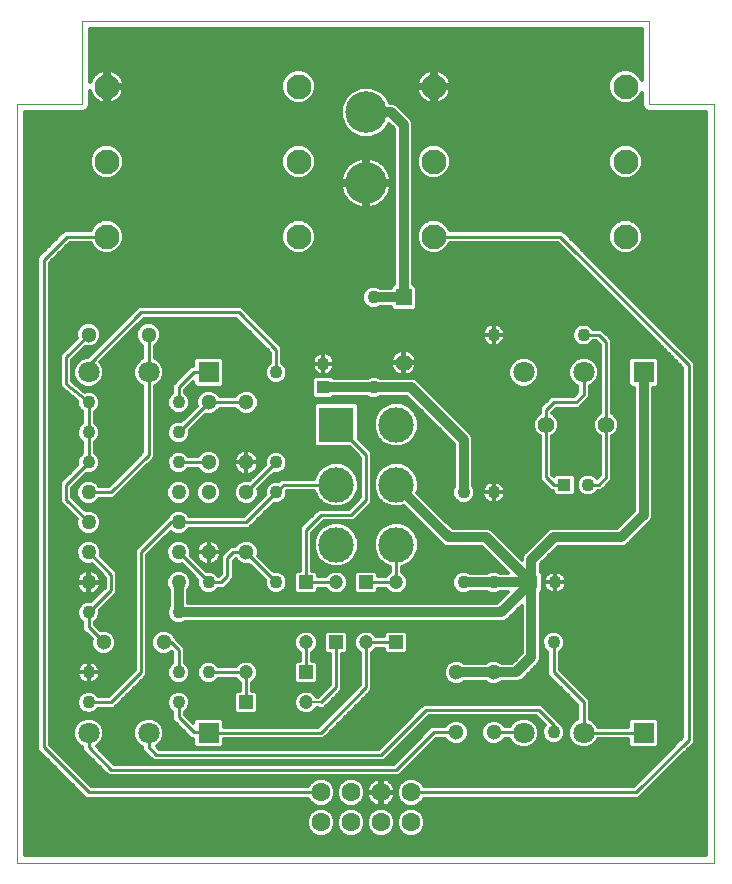
<source format=gbl>
G75*
%MOIN*%
%OFA0B0*%
%FSLAX25Y25*%
%IPPOS*%
%LPD*%
%AMOC8*
5,1,8,0,0,1.08239X$1,22.5*
%
%ADD10R,0.07087X0.07087*%
%ADD11C,0.07087*%
%ADD12C,0.05118*%
%ADD13R,0.04331X0.04331*%
%ADD14C,0.04331*%
%ADD15C,0.08268*%
%ADD16C,0.13843*%
%ADD17C,0.06299*%
%ADD18C,0.00000*%
%ADD19C,0.05512*%
%ADD20R,0.05512X0.05512*%
%ADD21C,0.05000*%
%ADD22R,0.11811X0.11811*%
%ADD23C,0.11811*%
%ADD24C,0.04724*%
%ADD25R,0.04724X0.04724*%
%ADD26C,0.03200*%
%ADD27C,0.01200*%
%ADD28C,0.03346*%
%ADD29C,0.01000*%
%ADD30C,0.00600*%
D10*
X0069100Y0048913D03*
X0069100Y0169163D03*
X0214100Y0169163D03*
X0214100Y0048913D03*
D11*
X0194100Y0048913D03*
X0174100Y0048913D03*
X0174100Y0169163D03*
X0194100Y0169163D03*
X0049100Y0169163D03*
X0029100Y0169163D03*
X0029100Y0048913D03*
X0049100Y0048913D03*
D12*
X0054100Y0079100D03*
X0034100Y0079100D03*
X0069100Y0109100D03*
X0081600Y0109100D03*
X0081600Y0129100D03*
X0081600Y0139100D03*
X0069100Y0139100D03*
X0069100Y0129100D03*
X0069100Y0159100D03*
X0081600Y0159100D03*
X0049100Y0181600D03*
X0029100Y0181600D03*
X0151600Y0069100D03*
X0164100Y0069100D03*
X0164100Y0049100D03*
X0151600Y0049100D03*
D13*
X0176670Y0099105D03*
X0187660Y0131600D03*
X0107345Y0164170D03*
D14*
X0107348Y0172030D03*
X0091600Y0169100D03*
X0091600Y0139100D03*
X0091600Y0129100D03*
X0091600Y0099100D03*
X0069100Y0099100D03*
X0059100Y0089100D03*
X0059100Y0069100D03*
X0059100Y0059100D03*
X0069100Y0069100D03*
X0029100Y0069100D03*
X0029100Y0059100D03*
X0029100Y0089100D03*
X0029100Y0139100D03*
X0029100Y0149100D03*
X0029100Y0159100D03*
X0059100Y0159100D03*
X0059100Y0149100D03*
X0059100Y0139100D03*
X0124100Y0164100D03*
X0124100Y0194100D03*
X0164100Y0181600D03*
X0194100Y0181600D03*
X0195540Y0131600D03*
X0184530Y0099102D03*
X0184100Y0079100D03*
X0164100Y0099100D03*
X0154100Y0099100D03*
X0154100Y0129100D03*
X0164100Y0129100D03*
X0184100Y0049100D03*
D15*
X0208049Y0214350D03*
X0208049Y0239350D03*
X0208049Y0264350D03*
X0144151Y0264350D03*
X0144151Y0239350D03*
X0144151Y0214350D03*
X0099049Y0214350D03*
X0099049Y0239350D03*
X0099049Y0264350D03*
X0035151Y0264350D03*
X0035151Y0239350D03*
X0035151Y0214350D03*
D16*
X0121600Y0232188D03*
X0121600Y0255810D03*
D17*
X0116600Y0029100D03*
X0116600Y0019100D03*
X0106600Y0019100D03*
X0106600Y0029100D03*
X0126600Y0029100D03*
X0126600Y0019100D03*
X0136600Y0019100D03*
X0136600Y0029100D03*
D18*
X0237633Y0005600D02*
X0005350Y0005600D01*
X0005350Y0258631D01*
X0027004Y0258631D01*
X0027004Y0286191D01*
X0215980Y0286191D01*
X0215980Y0258631D01*
X0237633Y0258631D01*
X0237633Y0005600D01*
D19*
X0201600Y0151600D03*
X0181600Y0151600D03*
X0134100Y0172350D03*
D20*
X0134100Y0194100D03*
D21*
X0059100Y0129100D03*
X0059100Y0119100D03*
X0059100Y0109100D03*
X0059100Y0099100D03*
X0029100Y0099100D03*
X0029100Y0109100D03*
X0029100Y0119100D03*
X0029100Y0129100D03*
D22*
X0111600Y0151600D03*
D23*
X0111600Y0131600D03*
X0111600Y0111600D03*
X0131600Y0111600D03*
X0131600Y0131600D03*
X0131600Y0151600D03*
D24*
X0131600Y0099100D03*
X0121600Y0079100D03*
X0111600Y0099100D03*
X0101600Y0079100D03*
X0101600Y0059100D03*
X0081600Y0069100D03*
D25*
X0081600Y0059100D03*
X0101600Y0069100D03*
X0111600Y0079100D03*
X0101600Y0099100D03*
X0121600Y0099100D03*
X0131600Y0079100D03*
D26*
X0151600Y0069100D02*
X0164100Y0069100D01*
X0171600Y0069100D01*
X0176600Y0074100D01*
X0176600Y0099035D01*
X0176535Y0099100D01*
X0164100Y0099100D01*
X0154100Y0099100D01*
X0149100Y0114100D02*
X0161535Y0114100D01*
X0176535Y0099100D01*
X0176600Y0099035D02*
X0166665Y0089100D01*
X0059100Y0089100D01*
X0059100Y0099100D01*
X0107345Y0164170D02*
X0124030Y0164170D01*
X0124100Y0164100D01*
X0136600Y0164100D01*
X0154100Y0146600D01*
X0154100Y0129100D01*
X0149100Y0114100D02*
X0131600Y0131600D01*
X0176670Y0106670D02*
X0176670Y0099105D01*
X0176600Y0099035D01*
X0176665Y0099100D02*
X0176670Y0099105D01*
X0176670Y0106670D02*
X0184100Y0114100D01*
X0206600Y0114100D01*
X0214100Y0121600D01*
X0214100Y0169163D01*
X0134100Y0194100D02*
X0134100Y0251600D01*
X0129890Y0255810D01*
X0121600Y0255810D01*
X0124100Y0194100D02*
X0134100Y0194100D01*
D27*
X0138456Y0194457D02*
X0203273Y0194457D01*
X0204471Y0193259D02*
X0138456Y0193259D01*
X0138456Y0192060D02*
X0205670Y0192060D01*
X0206868Y0190862D02*
X0138456Y0190862D01*
X0138456Y0190681D02*
X0138456Y0197519D01*
X0137519Y0198456D01*
X0137300Y0198456D01*
X0137300Y0252237D01*
X0136813Y0253413D01*
X0135913Y0254313D01*
X0131703Y0258523D01*
X0130526Y0259010D01*
X0129498Y0259010D01*
X0128824Y0260637D01*
X0126427Y0263034D01*
X0123295Y0264331D01*
X0119905Y0264331D01*
X0116773Y0263034D01*
X0114376Y0260637D01*
X0113079Y0257505D01*
X0113079Y0254115D01*
X0114376Y0250983D01*
X0116773Y0248586D01*
X0119905Y0247289D01*
X0123295Y0247289D01*
X0126427Y0248586D01*
X0128824Y0250983D01*
X0129224Y0251950D01*
X0130900Y0250275D01*
X0130900Y0198456D01*
X0130681Y0198456D01*
X0129744Y0197519D01*
X0129744Y0197300D01*
X0126214Y0197300D01*
X0124849Y0197865D01*
X0123351Y0197865D01*
X0121967Y0197292D01*
X0120908Y0196233D01*
X0120335Y0194849D01*
X0120335Y0193351D01*
X0120908Y0191967D01*
X0121967Y0190908D01*
X0123351Y0190335D01*
X0124849Y0190335D01*
X0126214Y0190900D01*
X0129744Y0190900D01*
X0129744Y0190681D01*
X0130681Y0189744D01*
X0137519Y0189744D01*
X0138456Y0190681D01*
X0138456Y0195656D02*
X0202074Y0195656D01*
X0200876Y0196854D02*
X0138456Y0196854D01*
X0137922Y0198053D02*
X0199677Y0198053D01*
X0198479Y0199251D02*
X0137300Y0199251D01*
X0137300Y0200450D02*
X0197280Y0200450D01*
X0196082Y0201648D02*
X0137300Y0201648D01*
X0137300Y0202847D02*
X0194883Y0202847D01*
X0193685Y0204045D02*
X0137300Y0204045D01*
X0137300Y0205244D02*
X0192486Y0205244D01*
X0191288Y0206442D02*
X0137300Y0206442D01*
X0137300Y0207641D02*
X0190089Y0207641D01*
X0188891Y0208839D02*
X0145831Y0208839D01*
X0145292Y0208616D02*
X0147399Y0209489D01*
X0149012Y0211102D01*
X0149488Y0212250D01*
X0185480Y0212250D01*
X0227000Y0170730D01*
X0227000Y0047470D01*
X0210730Y0031200D01*
X0140871Y0031200D01*
X0140627Y0031790D01*
X0139290Y0033127D01*
X0137545Y0033850D01*
X0135655Y0033850D01*
X0133910Y0033127D01*
X0132573Y0031790D01*
X0131850Y0030045D01*
X0131850Y0028155D01*
X0132573Y0026410D01*
X0133910Y0025073D01*
X0135655Y0024350D01*
X0137545Y0024350D01*
X0139290Y0025073D01*
X0140627Y0026410D01*
X0140871Y0027000D01*
X0212470Y0027000D01*
X0213700Y0028230D01*
X0231200Y0045730D01*
X0231200Y0172470D01*
X0229970Y0173700D01*
X0187220Y0216450D01*
X0149488Y0216450D01*
X0149012Y0217598D01*
X0147399Y0219211D01*
X0145292Y0220084D01*
X0143011Y0220084D01*
X0140903Y0219211D01*
X0139290Y0217598D01*
X0138417Y0215491D01*
X0138417Y0213209D01*
X0139290Y0211102D01*
X0140903Y0209489D01*
X0143011Y0208616D01*
X0145292Y0208616D01*
X0142471Y0208839D02*
X0137300Y0208839D01*
X0137300Y0210038D02*
X0140354Y0210038D01*
X0139235Y0211237D02*
X0137300Y0211237D01*
X0137300Y0212435D02*
X0138738Y0212435D01*
X0138417Y0213634D02*
X0137300Y0213634D01*
X0137300Y0214832D02*
X0138417Y0214832D01*
X0138641Y0216031D02*
X0137300Y0216031D01*
X0137300Y0217229D02*
X0139137Y0217229D01*
X0140120Y0218428D02*
X0137300Y0218428D01*
X0137300Y0219626D02*
X0141905Y0219626D01*
X0146397Y0219626D02*
X0205803Y0219626D01*
X0204801Y0219211D02*
X0203188Y0217598D01*
X0202315Y0215491D01*
X0202315Y0213209D01*
X0203188Y0211102D01*
X0204801Y0209489D01*
X0206908Y0208616D01*
X0209189Y0208616D01*
X0211297Y0209489D01*
X0212910Y0211102D01*
X0213783Y0213209D01*
X0213783Y0215491D01*
X0212910Y0217598D01*
X0211297Y0219211D01*
X0209189Y0220084D01*
X0206908Y0220084D01*
X0204801Y0219211D01*
X0204017Y0218428D02*
X0148182Y0218428D01*
X0149165Y0217229D02*
X0203035Y0217229D01*
X0202539Y0216031D02*
X0187639Y0216031D01*
X0188838Y0214832D02*
X0202315Y0214832D01*
X0202315Y0213634D02*
X0190036Y0213634D01*
X0191235Y0212435D02*
X0202636Y0212435D01*
X0203132Y0211237D02*
X0192433Y0211237D01*
X0193632Y0210038D02*
X0204252Y0210038D01*
X0206369Y0208839D02*
X0194830Y0208839D01*
X0196029Y0207641D02*
X0235033Y0207641D01*
X0235033Y0208839D02*
X0209729Y0208839D01*
X0211846Y0210038D02*
X0235033Y0210038D01*
X0235033Y0211237D02*
X0212965Y0211237D01*
X0213462Y0212435D02*
X0235033Y0212435D01*
X0235033Y0213634D02*
X0213783Y0213634D01*
X0213783Y0214832D02*
X0235033Y0214832D01*
X0235033Y0216031D02*
X0213559Y0216031D01*
X0213063Y0217229D02*
X0235033Y0217229D01*
X0235033Y0218428D02*
X0212080Y0218428D01*
X0210295Y0219626D02*
X0235033Y0219626D01*
X0235033Y0220825D02*
X0137300Y0220825D01*
X0137300Y0222023D02*
X0235033Y0222023D01*
X0235033Y0223222D02*
X0137300Y0223222D01*
X0137300Y0224420D02*
X0235033Y0224420D01*
X0235033Y0225619D02*
X0137300Y0225619D01*
X0137300Y0226817D02*
X0235033Y0226817D01*
X0235033Y0228016D02*
X0137300Y0228016D01*
X0137300Y0229214D02*
X0235033Y0229214D01*
X0235033Y0230413D02*
X0137300Y0230413D01*
X0137300Y0231611D02*
X0235033Y0231611D01*
X0235033Y0232810D02*
X0137300Y0232810D01*
X0137300Y0234008D02*
X0142064Y0234008D01*
X0143011Y0233616D02*
X0145292Y0233616D01*
X0147399Y0234489D01*
X0149012Y0236102D01*
X0149885Y0238209D01*
X0149885Y0240491D01*
X0149012Y0242598D01*
X0147399Y0244211D01*
X0145292Y0245084D01*
X0143011Y0245084D01*
X0140903Y0244211D01*
X0139290Y0242598D01*
X0138417Y0240491D01*
X0138417Y0238209D01*
X0139290Y0236102D01*
X0140903Y0234489D01*
X0143011Y0233616D01*
X0140186Y0235207D02*
X0137300Y0235207D01*
X0137300Y0236405D02*
X0139165Y0236405D01*
X0138668Y0237604D02*
X0137300Y0237604D01*
X0137300Y0238802D02*
X0138417Y0238802D01*
X0138417Y0240001D02*
X0137300Y0240001D01*
X0137300Y0241199D02*
X0138711Y0241199D01*
X0139207Y0242398D02*
X0137300Y0242398D01*
X0137300Y0243596D02*
X0140289Y0243596D01*
X0142313Y0244795D02*
X0137300Y0244795D01*
X0137300Y0245993D02*
X0235033Y0245993D01*
X0235033Y0244795D02*
X0209887Y0244795D01*
X0209189Y0245084D02*
X0206908Y0245084D01*
X0204801Y0244211D01*
X0203188Y0242598D01*
X0202315Y0240491D01*
X0202315Y0238209D01*
X0203188Y0236102D01*
X0204801Y0234489D01*
X0206908Y0233616D01*
X0209189Y0233616D01*
X0211297Y0234489D01*
X0212910Y0236102D01*
X0213783Y0238209D01*
X0213783Y0240491D01*
X0212910Y0242598D01*
X0211297Y0244211D01*
X0209189Y0245084D01*
X0211911Y0243596D02*
X0235033Y0243596D01*
X0235033Y0242398D02*
X0212993Y0242398D01*
X0213489Y0241199D02*
X0235033Y0241199D01*
X0235033Y0240001D02*
X0213783Y0240001D01*
X0213783Y0238802D02*
X0235033Y0238802D01*
X0235033Y0237604D02*
X0213532Y0237604D01*
X0213035Y0236405D02*
X0235033Y0236405D01*
X0235033Y0235207D02*
X0212014Y0235207D01*
X0210136Y0234008D02*
X0235033Y0234008D01*
X0235033Y0247192D02*
X0137300Y0247192D01*
X0137300Y0248390D02*
X0235033Y0248390D01*
X0235033Y0249589D02*
X0137300Y0249589D01*
X0137300Y0250787D02*
X0235033Y0250787D01*
X0235033Y0251986D02*
X0137300Y0251986D01*
X0136907Y0253184D02*
X0235033Y0253184D01*
X0235033Y0254383D02*
X0135843Y0254383D01*
X0134644Y0255581D02*
X0235033Y0255581D01*
X0235033Y0256031D02*
X0235033Y0008200D01*
X0007950Y0008200D01*
X0007950Y0256031D01*
X0027521Y0256031D01*
X0028476Y0256427D01*
X0029208Y0257159D01*
X0029604Y0258114D01*
X0029604Y0262869D01*
X0029837Y0262149D01*
X0030247Y0261345D01*
X0030778Y0260615D01*
X0031416Y0259976D01*
X0032146Y0259446D01*
X0032950Y0259036D01*
X0033808Y0258757D01*
X0034551Y0258640D01*
X0034551Y0263750D01*
X0035751Y0263750D01*
X0035751Y0258640D01*
X0036494Y0258757D01*
X0037352Y0259036D01*
X0038156Y0259446D01*
X0038887Y0259976D01*
X0039525Y0260615D01*
X0040055Y0261345D01*
X0040465Y0262149D01*
X0040744Y0263007D01*
X0040861Y0263750D01*
X0035751Y0263750D01*
X0035751Y0264950D01*
X0034551Y0264950D01*
X0034551Y0270060D01*
X0033808Y0269943D01*
X0032950Y0269664D01*
X0032146Y0269254D01*
X0031416Y0268724D01*
X0030778Y0268085D01*
X0030247Y0267355D01*
X0029837Y0266551D01*
X0029604Y0265831D01*
X0029604Y0283591D01*
X0213380Y0283591D01*
X0213380Y0266463D01*
X0212910Y0267598D01*
X0211297Y0269211D01*
X0209189Y0270084D01*
X0206908Y0270084D01*
X0204801Y0269211D01*
X0203188Y0267598D01*
X0202315Y0265491D01*
X0202315Y0263209D01*
X0203188Y0261102D01*
X0204801Y0259489D01*
X0206908Y0258616D01*
X0209189Y0258616D01*
X0211297Y0259489D01*
X0212910Y0261102D01*
X0213380Y0262237D01*
X0213380Y0258114D01*
X0213776Y0257159D01*
X0214507Y0256427D01*
X0215463Y0256031D01*
X0235033Y0256031D01*
X0214155Y0256780D02*
X0133446Y0256780D01*
X0132247Y0257978D02*
X0213436Y0257978D01*
X0213380Y0259177D02*
X0210543Y0259177D01*
X0212183Y0260375D02*
X0213380Y0260375D01*
X0213380Y0261574D02*
X0213105Y0261574D01*
X0212923Y0267567D02*
X0213380Y0267567D01*
X0213380Y0268765D02*
X0211743Y0268765D01*
X0213380Y0269964D02*
X0209480Y0269964D01*
X0213380Y0271162D02*
X0029604Y0271162D01*
X0029604Y0269964D02*
X0033940Y0269964D01*
X0034551Y0269964D02*
X0035751Y0269964D01*
X0035751Y0270060D02*
X0035751Y0264950D01*
X0040861Y0264950D01*
X0040744Y0265693D01*
X0040465Y0266551D01*
X0040055Y0267355D01*
X0039525Y0268085D01*
X0038887Y0268724D01*
X0038156Y0269254D01*
X0037352Y0269664D01*
X0036494Y0269943D01*
X0035751Y0270060D01*
X0036362Y0269964D02*
X0097618Y0269964D01*
X0097908Y0270084D02*
X0095801Y0269211D01*
X0094188Y0267598D01*
X0093315Y0265491D01*
X0093315Y0263209D01*
X0094188Y0261102D01*
X0095801Y0259489D01*
X0097908Y0258616D01*
X0100189Y0258616D01*
X0102297Y0259489D01*
X0103910Y0261102D01*
X0104783Y0263209D01*
X0104783Y0265491D01*
X0103910Y0267598D01*
X0102297Y0269211D01*
X0100189Y0270084D01*
X0097908Y0270084D01*
X0100480Y0269964D02*
X0142940Y0269964D01*
X0142808Y0269943D02*
X0141950Y0269664D01*
X0141146Y0269254D01*
X0140416Y0268724D01*
X0139778Y0268085D01*
X0139247Y0267355D01*
X0138837Y0266551D01*
X0138559Y0265693D01*
X0138441Y0264950D01*
X0143551Y0264950D01*
X0143551Y0263750D01*
X0138441Y0263750D01*
X0138559Y0263007D01*
X0138837Y0262149D01*
X0139247Y0261345D01*
X0139778Y0260615D01*
X0140416Y0259976D01*
X0141146Y0259446D01*
X0141950Y0259036D01*
X0142808Y0258757D01*
X0143551Y0258640D01*
X0143551Y0263750D01*
X0144751Y0263750D01*
X0144751Y0258640D01*
X0145494Y0258757D01*
X0146352Y0259036D01*
X0147156Y0259446D01*
X0147887Y0259976D01*
X0148525Y0260615D01*
X0149055Y0261345D01*
X0149465Y0262149D01*
X0149744Y0263007D01*
X0149861Y0263750D01*
X0144751Y0263750D01*
X0144751Y0264950D01*
X0143551Y0264950D01*
X0143551Y0270060D01*
X0142808Y0269943D01*
X0143551Y0269964D02*
X0144751Y0269964D01*
X0144751Y0270060D02*
X0144751Y0264950D01*
X0149861Y0264950D01*
X0149744Y0265693D01*
X0149465Y0266551D01*
X0149055Y0267355D01*
X0148525Y0268085D01*
X0147887Y0268724D01*
X0147156Y0269254D01*
X0146352Y0269664D01*
X0145494Y0269943D01*
X0144751Y0270060D01*
X0145362Y0269964D02*
X0206618Y0269964D01*
X0204355Y0268765D02*
X0147829Y0268765D01*
X0148902Y0267567D02*
X0203175Y0267567D01*
X0202678Y0266368D02*
X0149524Y0266368D01*
X0149827Y0265170D02*
X0202315Y0265170D01*
X0202315Y0263971D02*
X0144751Y0263971D01*
X0144751Y0265170D02*
X0143551Y0265170D01*
X0143551Y0266368D02*
X0144751Y0266368D01*
X0144751Y0267567D02*
X0143551Y0267567D01*
X0143551Y0268765D02*
X0144751Y0268765D01*
X0143551Y0263971D02*
X0124165Y0263971D01*
X0126688Y0262772D02*
X0138635Y0262772D01*
X0139130Y0261574D02*
X0127887Y0261574D01*
X0128932Y0260375D02*
X0140017Y0260375D01*
X0141674Y0259177D02*
X0129429Y0259177D01*
X0128628Y0250787D02*
X0130387Y0250787D01*
X0130900Y0249589D02*
X0127430Y0249589D01*
X0125954Y0248390D02*
X0130900Y0248390D01*
X0130900Y0247192D02*
X0007950Y0247192D01*
X0007950Y0248390D02*
X0117246Y0248390D01*
X0115770Y0249589D02*
X0007950Y0249589D01*
X0007950Y0250787D02*
X0114572Y0250787D01*
X0113961Y0251986D02*
X0007950Y0251986D01*
X0007950Y0253184D02*
X0113464Y0253184D01*
X0113079Y0254383D02*
X0007950Y0254383D01*
X0007950Y0255581D02*
X0113079Y0255581D01*
X0113079Y0256780D02*
X0028829Y0256780D01*
X0029547Y0257978D02*
X0113275Y0257978D01*
X0113771Y0259177D02*
X0101543Y0259177D01*
X0103183Y0260375D02*
X0114268Y0260375D01*
X0115313Y0261574D02*
X0104105Y0261574D01*
X0104602Y0262772D02*
X0116512Y0262772D01*
X0119035Y0263971D02*
X0104783Y0263971D01*
X0104783Y0265170D02*
X0138476Y0265170D01*
X0138778Y0266368D02*
X0104419Y0266368D01*
X0103923Y0267567D02*
X0139401Y0267567D01*
X0140473Y0268765D02*
X0102743Y0268765D01*
X0095355Y0268765D02*
X0038829Y0268765D01*
X0039902Y0267567D02*
X0094175Y0267567D01*
X0093678Y0266368D02*
X0040524Y0266368D01*
X0040827Y0265170D02*
X0093315Y0265170D01*
X0093315Y0263971D02*
X0035751Y0263971D01*
X0035751Y0265170D02*
X0034551Y0265170D01*
X0034551Y0266368D02*
X0035751Y0266368D01*
X0035751Y0267567D02*
X0034551Y0267567D01*
X0034551Y0268765D02*
X0035751Y0268765D01*
X0031473Y0268765D02*
X0029604Y0268765D01*
X0029604Y0267567D02*
X0030401Y0267567D01*
X0029778Y0266368D02*
X0029604Y0266368D01*
X0029604Y0262772D02*
X0029635Y0262772D01*
X0029604Y0261574D02*
X0030130Y0261574D01*
X0029604Y0260375D02*
X0031017Y0260375D01*
X0029604Y0259177D02*
X0032674Y0259177D01*
X0034551Y0259177D02*
X0035751Y0259177D01*
X0035751Y0260375D02*
X0034551Y0260375D01*
X0034551Y0261574D02*
X0035751Y0261574D01*
X0035751Y0262772D02*
X0034551Y0262772D01*
X0037628Y0259177D02*
X0096554Y0259177D01*
X0094914Y0260375D02*
X0039286Y0260375D01*
X0040172Y0261574D02*
X0093992Y0261574D01*
X0093496Y0262772D02*
X0040668Y0262772D01*
X0029604Y0272361D02*
X0213380Y0272361D01*
X0213380Y0273559D02*
X0029604Y0273559D01*
X0029604Y0274758D02*
X0213380Y0274758D01*
X0213380Y0275956D02*
X0029604Y0275956D01*
X0029604Y0277155D02*
X0213380Y0277155D01*
X0213380Y0278353D02*
X0029604Y0278353D01*
X0029604Y0279552D02*
X0213380Y0279552D01*
X0213380Y0280750D02*
X0029604Y0280750D01*
X0029604Y0281949D02*
X0213380Y0281949D01*
X0213380Y0283147D02*
X0029604Y0283147D01*
X0034011Y0245084D02*
X0031903Y0244211D01*
X0030290Y0242598D01*
X0029417Y0240491D01*
X0029417Y0238209D01*
X0030290Y0236102D01*
X0031903Y0234489D01*
X0034011Y0233616D01*
X0036292Y0233616D01*
X0038399Y0234489D01*
X0040012Y0236102D01*
X0040885Y0238209D01*
X0040885Y0240491D01*
X0040012Y0242598D01*
X0038399Y0244211D01*
X0036292Y0245084D01*
X0034011Y0245084D01*
X0033313Y0244795D02*
X0007950Y0244795D01*
X0007950Y0245993D02*
X0130900Y0245993D01*
X0130900Y0244795D02*
X0100887Y0244795D01*
X0100189Y0245084D02*
X0097908Y0245084D01*
X0095801Y0244211D01*
X0094188Y0242598D01*
X0093315Y0240491D01*
X0093315Y0238209D01*
X0094188Y0236102D01*
X0095801Y0234489D01*
X0097908Y0233616D01*
X0100189Y0233616D01*
X0102297Y0234489D01*
X0103910Y0236102D01*
X0104783Y0238209D01*
X0104783Y0240491D01*
X0103910Y0242598D01*
X0102297Y0244211D01*
X0100189Y0245084D01*
X0102911Y0243596D02*
X0130900Y0243596D01*
X0130900Y0242398D02*
X0103993Y0242398D01*
X0104489Y0241199D02*
X0130900Y0241199D01*
X0130900Y0240001D02*
X0125005Y0240001D01*
X0125377Y0239847D02*
X0124345Y0240274D01*
X0123266Y0240563D01*
X0122200Y0240704D01*
X0122200Y0232788D01*
X0121000Y0232788D01*
X0121000Y0240704D01*
X0119934Y0240563D01*
X0118855Y0240274D01*
X0117823Y0239847D01*
X0116856Y0239288D01*
X0115969Y0238608D01*
X0115180Y0237818D01*
X0114500Y0236932D01*
X0113941Y0235965D01*
X0113514Y0234933D01*
X0113225Y0233854D01*
X0113084Y0232788D01*
X0121000Y0232788D01*
X0121000Y0231588D01*
X0113084Y0231588D01*
X0113225Y0230522D01*
X0113514Y0229443D01*
X0113941Y0228411D01*
X0114500Y0227444D01*
X0115180Y0226557D01*
X0115969Y0225768D01*
X0116856Y0225088D01*
X0117823Y0224529D01*
X0118855Y0224102D01*
X0119934Y0223813D01*
X0121000Y0223672D01*
X0121000Y0231588D01*
X0122200Y0231588D01*
X0122200Y0232788D01*
X0130116Y0232788D01*
X0129975Y0233854D01*
X0129686Y0234933D01*
X0129259Y0235965D01*
X0128700Y0236932D01*
X0128020Y0237818D01*
X0127230Y0238608D01*
X0126344Y0239288D01*
X0125377Y0239847D01*
X0126978Y0238802D02*
X0130900Y0238802D01*
X0130900Y0237604D02*
X0128185Y0237604D01*
X0129005Y0236405D02*
X0130900Y0236405D01*
X0130900Y0235207D02*
X0129573Y0235207D01*
X0129934Y0234008D02*
X0130900Y0234008D01*
X0130900Y0232810D02*
X0130113Y0232810D01*
X0130116Y0231588D02*
X0122200Y0231588D01*
X0122200Y0223672D01*
X0123266Y0223813D01*
X0124345Y0224102D01*
X0125377Y0224529D01*
X0126344Y0225088D01*
X0127230Y0225768D01*
X0128020Y0226557D01*
X0128700Y0227444D01*
X0129259Y0228411D01*
X0129686Y0229443D01*
X0129975Y0230522D01*
X0130116Y0231588D01*
X0130900Y0231611D02*
X0122200Y0231611D01*
X0122200Y0230413D02*
X0121000Y0230413D01*
X0121000Y0231611D02*
X0007950Y0231611D01*
X0007950Y0230413D02*
X0113254Y0230413D01*
X0113608Y0229214D02*
X0007950Y0229214D01*
X0007950Y0228016D02*
X0114169Y0228016D01*
X0114980Y0226817D02*
X0007950Y0226817D01*
X0007950Y0225619D02*
X0116164Y0225619D01*
X0118086Y0224420D02*
X0007950Y0224420D01*
X0007950Y0223222D02*
X0130900Y0223222D01*
X0130900Y0224420D02*
X0125114Y0224420D01*
X0127036Y0225619D02*
X0130900Y0225619D01*
X0130900Y0226817D02*
X0128220Y0226817D01*
X0129031Y0228016D02*
X0130900Y0228016D01*
X0130900Y0229214D02*
X0129592Y0229214D01*
X0129946Y0230413D02*
X0130900Y0230413D01*
X0130900Y0222023D02*
X0007950Y0222023D01*
X0007950Y0220825D02*
X0130900Y0220825D01*
X0130900Y0219626D02*
X0101295Y0219626D01*
X0102297Y0219211D02*
X0100189Y0220084D01*
X0097908Y0220084D01*
X0095801Y0219211D01*
X0094188Y0217598D01*
X0093315Y0215491D01*
X0093315Y0213209D01*
X0094188Y0211102D01*
X0095801Y0209489D01*
X0097908Y0208616D01*
X0100189Y0208616D01*
X0102297Y0209489D01*
X0103910Y0211102D01*
X0104783Y0213209D01*
X0104783Y0215491D01*
X0103910Y0217598D01*
X0102297Y0219211D01*
X0103080Y0218428D02*
X0130900Y0218428D01*
X0130900Y0217229D02*
X0104063Y0217229D01*
X0104559Y0216031D02*
X0130900Y0216031D01*
X0130900Y0214832D02*
X0104783Y0214832D01*
X0104783Y0213634D02*
X0130900Y0213634D01*
X0130900Y0212435D02*
X0104462Y0212435D01*
X0103965Y0211237D02*
X0130900Y0211237D01*
X0130900Y0210038D02*
X0102846Y0210038D01*
X0100729Y0208839D02*
X0130900Y0208839D01*
X0130900Y0207641D02*
X0018111Y0207641D01*
X0019309Y0208839D02*
X0033471Y0208839D01*
X0034011Y0208616D02*
X0036292Y0208616D01*
X0038399Y0209489D01*
X0040012Y0211102D01*
X0040885Y0213209D01*
X0040885Y0215491D01*
X0040012Y0217598D01*
X0038399Y0219211D01*
X0036292Y0220084D01*
X0034011Y0220084D01*
X0031903Y0219211D01*
X0030290Y0217598D01*
X0029815Y0216450D01*
X0020980Y0216450D01*
X0012000Y0207470D01*
X0012000Y0043230D01*
X0027000Y0028230D01*
X0028230Y0027000D01*
X0102329Y0027000D01*
X0102573Y0026410D01*
X0103910Y0025073D01*
X0105655Y0024350D01*
X0107545Y0024350D01*
X0109290Y0025073D01*
X0110627Y0026410D01*
X0111350Y0028155D01*
X0111350Y0030045D01*
X0110627Y0031790D01*
X0109290Y0033127D01*
X0107545Y0033850D01*
X0105655Y0033850D01*
X0103910Y0033127D01*
X0102573Y0031790D01*
X0102329Y0031200D01*
X0029970Y0031200D01*
X0016200Y0044970D01*
X0016200Y0205730D01*
X0022720Y0212250D01*
X0029815Y0212250D01*
X0030290Y0211102D01*
X0031903Y0209489D01*
X0034011Y0208616D01*
X0031354Y0210038D02*
X0020508Y0210038D01*
X0021706Y0211237D02*
X0030235Y0211237D01*
X0030137Y0217229D02*
X0007950Y0217229D01*
X0007950Y0216031D02*
X0020561Y0216031D01*
X0019362Y0214832D02*
X0007950Y0214832D01*
X0007950Y0213634D02*
X0018164Y0213634D01*
X0016965Y0212435D02*
X0007950Y0212435D01*
X0007950Y0211237D02*
X0015767Y0211237D01*
X0014568Y0210038D02*
X0007950Y0210038D01*
X0007950Y0208839D02*
X0013370Y0208839D01*
X0012171Y0207641D02*
X0007950Y0207641D01*
X0007950Y0206442D02*
X0012000Y0206442D01*
X0012000Y0205244D02*
X0007950Y0205244D01*
X0007950Y0204045D02*
X0012000Y0204045D01*
X0012000Y0202847D02*
X0007950Y0202847D01*
X0007950Y0201648D02*
X0012000Y0201648D01*
X0012000Y0200450D02*
X0007950Y0200450D01*
X0007950Y0199251D02*
X0012000Y0199251D01*
X0012000Y0198053D02*
X0007950Y0198053D01*
X0007950Y0196854D02*
X0012000Y0196854D01*
X0012000Y0195656D02*
X0007950Y0195656D01*
X0007950Y0194457D02*
X0012000Y0194457D01*
X0012000Y0193259D02*
X0007950Y0193259D01*
X0007950Y0192060D02*
X0012000Y0192060D01*
X0012000Y0190862D02*
X0007950Y0190862D01*
X0007950Y0189663D02*
X0012000Y0189663D01*
X0012000Y0188465D02*
X0007950Y0188465D01*
X0007950Y0187266D02*
X0012000Y0187266D01*
X0012000Y0186068D02*
X0007950Y0186068D01*
X0007950Y0184869D02*
X0012000Y0184869D01*
X0012000Y0183671D02*
X0007950Y0183671D01*
X0007950Y0182472D02*
X0012000Y0182472D01*
X0012000Y0181274D02*
X0007950Y0181274D01*
X0007950Y0180075D02*
X0012000Y0180075D01*
X0012000Y0178877D02*
X0007950Y0178877D01*
X0007950Y0177678D02*
X0012000Y0177678D01*
X0012000Y0176480D02*
X0007950Y0176480D01*
X0007950Y0175281D02*
X0012000Y0175281D01*
X0012000Y0174083D02*
X0007950Y0174083D01*
X0007950Y0172884D02*
X0012000Y0172884D01*
X0012000Y0171686D02*
X0007950Y0171686D01*
X0007950Y0170487D02*
X0012000Y0170487D01*
X0012000Y0169289D02*
X0007950Y0169289D01*
X0007950Y0168090D02*
X0012000Y0168090D01*
X0012000Y0166892D02*
X0007950Y0166892D01*
X0007950Y0165693D02*
X0012000Y0165693D01*
X0012000Y0164495D02*
X0007950Y0164495D01*
X0007950Y0163296D02*
X0012000Y0163296D01*
X0012000Y0162098D02*
X0007950Y0162098D01*
X0007950Y0160899D02*
X0012000Y0160899D01*
X0012000Y0159701D02*
X0007950Y0159701D01*
X0007950Y0158502D02*
X0012000Y0158502D01*
X0012000Y0157303D02*
X0007950Y0157303D01*
X0007950Y0156105D02*
X0012000Y0156105D01*
X0012000Y0154906D02*
X0007950Y0154906D01*
X0007950Y0153708D02*
X0012000Y0153708D01*
X0012000Y0152509D02*
X0007950Y0152509D01*
X0007950Y0151311D02*
X0012000Y0151311D01*
X0012000Y0150112D02*
X0007950Y0150112D01*
X0007950Y0148914D02*
X0012000Y0148914D01*
X0012000Y0147715D02*
X0007950Y0147715D01*
X0007950Y0146517D02*
X0012000Y0146517D01*
X0012000Y0145318D02*
X0007950Y0145318D01*
X0007950Y0144120D02*
X0012000Y0144120D01*
X0012000Y0142921D02*
X0007950Y0142921D01*
X0007950Y0141723D02*
X0012000Y0141723D01*
X0012000Y0140524D02*
X0007950Y0140524D01*
X0007950Y0139326D02*
X0012000Y0139326D01*
X0012000Y0138127D02*
X0007950Y0138127D01*
X0007950Y0136929D02*
X0012000Y0136929D01*
X0012000Y0135730D02*
X0007950Y0135730D01*
X0007950Y0134532D02*
X0012000Y0134532D01*
X0012000Y0133333D02*
X0007950Y0133333D01*
X0007950Y0132135D02*
X0012000Y0132135D01*
X0012000Y0130936D02*
X0007950Y0130936D01*
X0007950Y0129738D02*
X0012000Y0129738D01*
X0012000Y0128539D02*
X0007950Y0128539D01*
X0007950Y0127341D02*
X0012000Y0127341D01*
X0012000Y0126142D02*
X0007950Y0126142D01*
X0007950Y0124944D02*
X0012000Y0124944D01*
X0012000Y0123745D02*
X0007950Y0123745D01*
X0007950Y0122547D02*
X0012000Y0122547D01*
X0012000Y0121348D02*
X0007950Y0121348D01*
X0007950Y0120150D02*
X0012000Y0120150D01*
X0012000Y0118951D02*
X0007950Y0118951D01*
X0007950Y0117753D02*
X0012000Y0117753D01*
X0012000Y0116554D02*
X0007950Y0116554D01*
X0007950Y0115356D02*
X0012000Y0115356D01*
X0012000Y0114157D02*
X0007950Y0114157D01*
X0007950Y0112959D02*
X0012000Y0112959D01*
X0012000Y0111760D02*
X0007950Y0111760D01*
X0007950Y0110562D02*
X0012000Y0110562D01*
X0012000Y0109363D02*
X0007950Y0109363D01*
X0007950Y0108165D02*
X0012000Y0108165D01*
X0012000Y0106966D02*
X0007950Y0106966D01*
X0007950Y0105768D02*
X0012000Y0105768D01*
X0012000Y0104569D02*
X0007950Y0104569D01*
X0007950Y0103370D02*
X0012000Y0103370D01*
X0012000Y0102172D02*
X0007950Y0102172D01*
X0007950Y0100973D02*
X0012000Y0100973D01*
X0012000Y0099775D02*
X0007950Y0099775D01*
X0007950Y0098576D02*
X0012000Y0098576D01*
X0012000Y0097378D02*
X0007950Y0097378D01*
X0007950Y0096179D02*
X0012000Y0096179D01*
X0012000Y0094981D02*
X0007950Y0094981D01*
X0007950Y0093782D02*
X0012000Y0093782D01*
X0012000Y0092584D02*
X0007950Y0092584D01*
X0007950Y0091385D02*
X0012000Y0091385D01*
X0012000Y0090187D02*
X0007950Y0090187D01*
X0007950Y0088988D02*
X0012000Y0088988D01*
X0012000Y0087790D02*
X0007950Y0087790D01*
X0007950Y0086591D02*
X0012000Y0086591D01*
X0012000Y0085393D02*
X0007950Y0085393D01*
X0007950Y0084194D02*
X0012000Y0084194D01*
X0012000Y0082996D02*
X0007950Y0082996D01*
X0007950Y0081797D02*
X0012000Y0081797D01*
X0012000Y0080599D02*
X0007950Y0080599D01*
X0007950Y0079400D02*
X0012000Y0079400D01*
X0012000Y0078202D02*
X0007950Y0078202D01*
X0007950Y0077003D02*
X0012000Y0077003D01*
X0012000Y0075805D02*
X0007950Y0075805D01*
X0007950Y0074606D02*
X0012000Y0074606D01*
X0012000Y0073408D02*
X0007950Y0073408D01*
X0007950Y0072209D02*
X0012000Y0072209D01*
X0012000Y0071011D02*
X0007950Y0071011D01*
X0007950Y0069812D02*
X0012000Y0069812D01*
X0012000Y0068614D02*
X0007950Y0068614D01*
X0007950Y0067415D02*
X0012000Y0067415D01*
X0012000Y0066217D02*
X0007950Y0066217D01*
X0007950Y0065018D02*
X0012000Y0065018D01*
X0012000Y0063820D02*
X0007950Y0063820D01*
X0007950Y0062621D02*
X0012000Y0062621D01*
X0012000Y0061423D02*
X0007950Y0061423D01*
X0007950Y0060224D02*
X0012000Y0060224D01*
X0012000Y0059026D02*
X0007950Y0059026D01*
X0007950Y0057827D02*
X0012000Y0057827D01*
X0012000Y0056629D02*
X0007950Y0056629D01*
X0007950Y0055430D02*
X0012000Y0055430D01*
X0012000Y0054232D02*
X0007950Y0054232D01*
X0007950Y0053033D02*
X0012000Y0053033D01*
X0012000Y0051834D02*
X0007950Y0051834D01*
X0007950Y0050636D02*
X0012000Y0050636D01*
X0012000Y0049437D02*
X0007950Y0049437D01*
X0007950Y0048239D02*
X0012000Y0048239D01*
X0012000Y0047040D02*
X0007950Y0047040D01*
X0007950Y0045842D02*
X0012000Y0045842D01*
X0012000Y0044643D02*
X0007950Y0044643D01*
X0007950Y0043445D02*
X0012000Y0043445D01*
X0012984Y0042246D02*
X0007950Y0042246D01*
X0007950Y0041048D02*
X0014182Y0041048D01*
X0015381Y0039849D02*
X0007950Y0039849D01*
X0007950Y0038651D02*
X0016579Y0038651D01*
X0017778Y0037452D02*
X0007950Y0037452D01*
X0007950Y0036254D02*
X0018976Y0036254D01*
X0020175Y0035055D02*
X0007950Y0035055D01*
X0007950Y0033857D02*
X0021373Y0033857D01*
X0022572Y0032658D02*
X0007950Y0032658D01*
X0007950Y0031460D02*
X0023770Y0031460D01*
X0024969Y0030261D02*
X0007950Y0030261D01*
X0007950Y0029063D02*
X0026167Y0029063D01*
X0027000Y0028230D02*
X0027000Y0028230D01*
X0027366Y0027864D02*
X0007950Y0027864D01*
X0007950Y0026666D02*
X0102467Y0026666D01*
X0103516Y0025467D02*
X0007950Y0025467D01*
X0007950Y0024269D02*
X0235033Y0024269D01*
X0235033Y0025467D02*
X0139684Y0025467D01*
X0140733Y0026666D02*
X0235033Y0026666D01*
X0235033Y0027864D02*
X0213334Y0027864D01*
X0214533Y0029063D02*
X0235033Y0029063D01*
X0235033Y0030261D02*
X0215731Y0030261D01*
X0216930Y0031460D02*
X0235033Y0031460D01*
X0235033Y0032658D02*
X0218128Y0032658D01*
X0219327Y0033857D02*
X0235033Y0033857D01*
X0235033Y0035055D02*
X0220525Y0035055D01*
X0221724Y0036254D02*
X0235033Y0036254D01*
X0235033Y0037452D02*
X0222922Y0037452D01*
X0224121Y0038651D02*
X0235033Y0038651D01*
X0235033Y0039849D02*
X0225319Y0039849D01*
X0226518Y0041048D02*
X0235033Y0041048D01*
X0235033Y0042246D02*
X0227716Y0042246D01*
X0228915Y0043445D02*
X0235033Y0043445D01*
X0235033Y0044643D02*
X0230113Y0044643D01*
X0231200Y0045842D02*
X0235033Y0045842D01*
X0235033Y0047040D02*
X0231200Y0047040D01*
X0231200Y0048239D02*
X0235033Y0048239D01*
X0235033Y0049437D02*
X0231200Y0049437D01*
X0231200Y0050636D02*
X0235033Y0050636D01*
X0235033Y0051834D02*
X0231200Y0051834D01*
X0231200Y0053033D02*
X0235033Y0053033D01*
X0235033Y0054232D02*
X0231200Y0054232D01*
X0231200Y0055430D02*
X0235033Y0055430D01*
X0235033Y0056629D02*
X0231200Y0056629D01*
X0231200Y0057827D02*
X0235033Y0057827D01*
X0235033Y0059026D02*
X0231200Y0059026D01*
X0231200Y0060224D02*
X0235033Y0060224D01*
X0235033Y0061423D02*
X0231200Y0061423D01*
X0231200Y0062621D02*
X0235033Y0062621D01*
X0235033Y0063820D02*
X0231200Y0063820D01*
X0231200Y0065018D02*
X0235033Y0065018D01*
X0235033Y0066217D02*
X0231200Y0066217D01*
X0231200Y0067415D02*
X0235033Y0067415D01*
X0235033Y0068614D02*
X0231200Y0068614D01*
X0231200Y0069812D02*
X0235033Y0069812D01*
X0235033Y0071011D02*
X0231200Y0071011D01*
X0231200Y0072209D02*
X0235033Y0072209D01*
X0235033Y0073408D02*
X0231200Y0073408D01*
X0231200Y0074606D02*
X0235033Y0074606D01*
X0235033Y0075805D02*
X0231200Y0075805D01*
X0231200Y0077003D02*
X0235033Y0077003D01*
X0235033Y0078202D02*
X0231200Y0078202D01*
X0231200Y0079400D02*
X0235033Y0079400D01*
X0235033Y0080599D02*
X0231200Y0080599D01*
X0231200Y0081797D02*
X0235033Y0081797D01*
X0235033Y0082996D02*
X0231200Y0082996D01*
X0231200Y0084194D02*
X0235033Y0084194D01*
X0235033Y0085393D02*
X0231200Y0085393D01*
X0231200Y0086591D02*
X0235033Y0086591D01*
X0235033Y0087790D02*
X0231200Y0087790D01*
X0231200Y0088988D02*
X0235033Y0088988D01*
X0235033Y0090187D02*
X0231200Y0090187D01*
X0231200Y0091385D02*
X0235033Y0091385D01*
X0235033Y0092584D02*
X0231200Y0092584D01*
X0231200Y0093782D02*
X0235033Y0093782D01*
X0235033Y0094981D02*
X0231200Y0094981D01*
X0231200Y0096179D02*
X0235033Y0096179D01*
X0235033Y0097378D02*
X0231200Y0097378D01*
X0231200Y0098576D02*
X0235033Y0098576D01*
X0235033Y0099775D02*
X0231200Y0099775D01*
X0231200Y0100973D02*
X0235033Y0100973D01*
X0235033Y0102172D02*
X0231200Y0102172D01*
X0231200Y0103370D02*
X0235033Y0103370D01*
X0235033Y0104569D02*
X0231200Y0104569D01*
X0231200Y0105768D02*
X0235033Y0105768D01*
X0235033Y0106966D02*
X0231200Y0106966D01*
X0231200Y0108165D02*
X0235033Y0108165D01*
X0235033Y0109363D02*
X0231200Y0109363D01*
X0231200Y0110562D02*
X0235033Y0110562D01*
X0235033Y0111760D02*
X0231200Y0111760D01*
X0231200Y0112959D02*
X0235033Y0112959D01*
X0235033Y0114157D02*
X0231200Y0114157D01*
X0231200Y0115356D02*
X0235033Y0115356D01*
X0235033Y0116554D02*
X0231200Y0116554D01*
X0231200Y0117753D02*
X0235033Y0117753D01*
X0235033Y0118951D02*
X0231200Y0118951D01*
X0231200Y0120150D02*
X0235033Y0120150D01*
X0235033Y0121348D02*
X0231200Y0121348D01*
X0231200Y0122547D02*
X0235033Y0122547D01*
X0235033Y0123745D02*
X0231200Y0123745D01*
X0231200Y0124944D02*
X0235033Y0124944D01*
X0235033Y0126142D02*
X0231200Y0126142D01*
X0231200Y0127341D02*
X0235033Y0127341D01*
X0235033Y0128539D02*
X0231200Y0128539D01*
X0231200Y0129738D02*
X0235033Y0129738D01*
X0235033Y0130936D02*
X0231200Y0130936D01*
X0231200Y0132135D02*
X0235033Y0132135D01*
X0235033Y0133333D02*
X0231200Y0133333D01*
X0231200Y0134532D02*
X0235033Y0134532D01*
X0235033Y0135730D02*
X0231200Y0135730D01*
X0231200Y0136929D02*
X0235033Y0136929D01*
X0235033Y0138127D02*
X0231200Y0138127D01*
X0231200Y0139326D02*
X0235033Y0139326D01*
X0235033Y0140524D02*
X0231200Y0140524D01*
X0231200Y0141723D02*
X0235033Y0141723D01*
X0235033Y0142921D02*
X0231200Y0142921D01*
X0231200Y0144120D02*
X0235033Y0144120D01*
X0235033Y0145318D02*
X0231200Y0145318D01*
X0231200Y0146517D02*
X0235033Y0146517D01*
X0235033Y0147715D02*
X0231200Y0147715D01*
X0231200Y0148914D02*
X0235033Y0148914D01*
X0235033Y0150112D02*
X0231200Y0150112D01*
X0231200Y0151311D02*
X0235033Y0151311D01*
X0235033Y0152509D02*
X0231200Y0152509D01*
X0231200Y0153708D02*
X0235033Y0153708D01*
X0235033Y0154906D02*
X0231200Y0154906D01*
X0231200Y0156105D02*
X0235033Y0156105D01*
X0235033Y0157303D02*
X0231200Y0157303D01*
X0231200Y0158502D02*
X0235033Y0158502D01*
X0235033Y0159701D02*
X0231200Y0159701D01*
X0231200Y0160899D02*
X0235033Y0160899D01*
X0235033Y0162098D02*
X0231200Y0162098D01*
X0231200Y0163296D02*
X0235033Y0163296D01*
X0235033Y0164495D02*
X0231200Y0164495D01*
X0231200Y0165693D02*
X0235033Y0165693D01*
X0235033Y0166892D02*
X0231200Y0166892D01*
X0231200Y0168090D02*
X0235033Y0168090D01*
X0235033Y0169289D02*
X0231200Y0169289D01*
X0231200Y0170487D02*
X0235033Y0170487D01*
X0235033Y0171686D02*
X0231200Y0171686D01*
X0230786Y0172884D02*
X0235033Y0172884D01*
X0235033Y0174083D02*
X0229587Y0174083D01*
X0228389Y0175281D02*
X0235033Y0175281D01*
X0235033Y0176480D02*
X0227190Y0176480D01*
X0225992Y0177678D02*
X0235033Y0177678D01*
X0235033Y0178877D02*
X0224793Y0178877D01*
X0223595Y0180075D02*
X0235033Y0180075D01*
X0235033Y0181274D02*
X0222396Y0181274D01*
X0221198Y0182472D02*
X0235033Y0182472D01*
X0235033Y0183671D02*
X0219999Y0183671D01*
X0218801Y0184869D02*
X0235033Y0184869D01*
X0235033Y0186068D02*
X0217602Y0186068D01*
X0216404Y0187266D02*
X0235033Y0187266D01*
X0235033Y0188465D02*
X0215205Y0188465D01*
X0214007Y0189663D02*
X0235033Y0189663D01*
X0235033Y0190862D02*
X0212808Y0190862D01*
X0211610Y0192060D02*
X0235033Y0192060D01*
X0235033Y0193259D02*
X0210411Y0193259D01*
X0209212Y0194457D02*
X0235033Y0194457D01*
X0235033Y0195656D02*
X0208014Y0195656D01*
X0206815Y0196854D02*
X0235033Y0196854D01*
X0235033Y0198053D02*
X0205617Y0198053D01*
X0204418Y0199251D02*
X0235033Y0199251D01*
X0235033Y0200450D02*
X0203220Y0200450D01*
X0202021Y0201648D02*
X0235033Y0201648D01*
X0235033Y0202847D02*
X0200823Y0202847D01*
X0199624Y0204045D02*
X0235033Y0204045D01*
X0235033Y0205244D02*
X0198426Y0205244D01*
X0197227Y0206442D02*
X0235033Y0206442D01*
X0214059Y0183671D02*
X0199999Y0183671D01*
X0199970Y0183700D02*
X0197306Y0183700D01*
X0197292Y0183733D01*
X0196233Y0184792D01*
X0194849Y0185365D01*
X0193351Y0185365D01*
X0191967Y0184792D01*
X0190908Y0183733D01*
X0190335Y0182349D01*
X0190335Y0180851D01*
X0190908Y0179467D01*
X0191967Y0178408D01*
X0193351Y0177835D01*
X0194849Y0177835D01*
X0196233Y0178408D01*
X0197292Y0179467D01*
X0197306Y0179500D01*
X0198230Y0179500D01*
X0199500Y0178230D01*
X0199500Y0155445D01*
X0199133Y0155293D01*
X0197907Y0154067D01*
X0197244Y0152466D01*
X0197244Y0150734D01*
X0197907Y0149133D01*
X0199133Y0147907D01*
X0199500Y0147755D01*
X0199500Y0134970D01*
X0198498Y0133967D01*
X0197673Y0134792D01*
X0196289Y0135365D01*
X0194791Y0135365D01*
X0193407Y0134792D01*
X0192348Y0133733D01*
X0191775Y0132349D01*
X0191775Y0130851D01*
X0192348Y0129467D01*
X0193407Y0128408D01*
X0194791Y0127835D01*
X0196289Y0127835D01*
X0197673Y0128408D01*
X0198732Y0129467D01*
X0198746Y0129500D01*
X0199970Y0129500D01*
X0201200Y0130730D01*
X0203700Y0133230D01*
X0203700Y0147755D01*
X0204067Y0147907D01*
X0205293Y0149133D01*
X0205956Y0150734D01*
X0205956Y0152466D01*
X0205293Y0154067D01*
X0204067Y0155293D01*
X0203700Y0155445D01*
X0203700Y0179970D01*
X0202470Y0181200D01*
X0199970Y0183700D01*
X0201198Y0182472D02*
X0215258Y0182472D01*
X0216456Y0181274D02*
X0202396Y0181274D01*
X0203595Y0180075D02*
X0217655Y0180075D01*
X0218853Y0178877D02*
X0203700Y0178877D01*
X0203700Y0177678D02*
X0220052Y0177678D01*
X0221250Y0176480D02*
X0203700Y0176480D01*
X0203700Y0175281D02*
X0222449Y0175281D01*
X0223647Y0174083D02*
X0218530Y0174083D01*
X0218306Y0174306D02*
X0209894Y0174306D01*
X0208957Y0173369D01*
X0208957Y0164957D01*
X0209894Y0164020D01*
X0210900Y0164020D01*
X0210900Y0122925D01*
X0205275Y0117300D01*
X0183463Y0117300D01*
X0182287Y0116813D01*
X0181387Y0115913D01*
X0173957Y0108483D01*
X0173470Y0107307D01*
X0173470Y0106690D01*
X0164248Y0115913D01*
X0163348Y0116813D01*
X0162172Y0117300D01*
X0150425Y0117300D01*
X0138670Y0129056D01*
X0139105Y0130107D01*
X0139105Y0133093D01*
X0137963Y0135852D01*
X0135852Y0137963D01*
X0133093Y0139105D01*
X0130107Y0139105D01*
X0127348Y0137963D01*
X0125237Y0135852D01*
X0124094Y0133093D01*
X0124094Y0130107D01*
X0125237Y0127348D01*
X0127348Y0125237D01*
X0130107Y0124094D01*
X0133093Y0124094D01*
X0134144Y0124530D01*
X0146387Y0112287D01*
X0147287Y0111387D01*
X0148463Y0110900D01*
X0160210Y0110900D01*
X0168810Y0102300D01*
X0166214Y0102300D01*
X0164849Y0102865D01*
X0163351Y0102865D01*
X0161986Y0102300D01*
X0156214Y0102300D01*
X0154849Y0102865D01*
X0153351Y0102865D01*
X0151967Y0102292D01*
X0150908Y0101233D01*
X0150335Y0099849D01*
X0150335Y0098351D01*
X0150908Y0096967D01*
X0151967Y0095908D01*
X0153351Y0095335D01*
X0154849Y0095335D01*
X0156214Y0095900D01*
X0161986Y0095900D01*
X0163351Y0095335D01*
X0164849Y0095335D01*
X0166214Y0095900D01*
X0168940Y0095900D01*
X0165339Y0092300D01*
X0062300Y0092300D01*
X0062300Y0096502D01*
X0062576Y0096778D01*
X0063200Y0098284D01*
X0063200Y0099916D01*
X0062576Y0101422D01*
X0061422Y0102576D01*
X0059916Y0103200D01*
X0058284Y0103200D01*
X0056778Y0102576D01*
X0055624Y0101422D01*
X0055000Y0099916D01*
X0055000Y0098284D01*
X0055624Y0096778D01*
X0055900Y0096502D01*
X0055900Y0091214D01*
X0055335Y0089849D01*
X0055335Y0088351D01*
X0055908Y0086967D01*
X0056967Y0085908D01*
X0058351Y0085335D01*
X0059849Y0085335D01*
X0061214Y0085900D01*
X0167302Y0085900D01*
X0168478Y0086387D01*
X0169378Y0087287D01*
X0173400Y0091310D01*
X0173400Y0075425D01*
X0170275Y0072300D01*
X0166782Y0072300D01*
X0166456Y0072626D01*
X0164927Y0073259D01*
X0163273Y0073259D01*
X0161744Y0072626D01*
X0161418Y0072300D01*
X0154282Y0072300D01*
X0153956Y0072626D01*
X0152427Y0073259D01*
X0150773Y0073259D01*
X0149244Y0072626D01*
X0148074Y0071456D01*
X0147441Y0069927D01*
X0147441Y0068273D01*
X0148074Y0066744D01*
X0149244Y0065574D01*
X0150773Y0064941D01*
X0152427Y0064941D01*
X0153956Y0065574D01*
X0154282Y0065900D01*
X0161418Y0065900D01*
X0161744Y0065574D01*
X0163273Y0064941D01*
X0164927Y0064941D01*
X0166456Y0065574D01*
X0166782Y0065900D01*
X0172237Y0065900D01*
X0173413Y0066387D01*
X0178413Y0071387D01*
X0179313Y0072287D01*
X0179800Y0073463D01*
X0179800Y0095642D01*
X0180435Y0096277D01*
X0180435Y0101933D01*
X0179870Y0102498D01*
X0179870Y0105345D01*
X0185425Y0110900D01*
X0207237Y0110900D01*
X0208413Y0111387D01*
X0215913Y0118887D01*
X0216813Y0119787D01*
X0217300Y0120963D01*
X0217300Y0164020D01*
X0218306Y0164020D01*
X0219243Y0164957D01*
X0219243Y0173369D01*
X0218306Y0174306D01*
X0219243Y0172884D02*
X0224846Y0172884D01*
X0226045Y0171686D02*
X0219243Y0171686D01*
X0219243Y0170487D02*
X0227000Y0170487D01*
X0227000Y0169289D02*
X0219243Y0169289D01*
X0219243Y0168090D02*
X0227000Y0168090D01*
X0227000Y0166892D02*
X0219243Y0166892D01*
X0219243Y0165693D02*
X0227000Y0165693D01*
X0227000Y0164495D02*
X0218781Y0164495D01*
X0217300Y0163296D02*
X0227000Y0163296D01*
X0227000Y0162098D02*
X0217300Y0162098D01*
X0217300Y0160899D02*
X0227000Y0160899D01*
X0227000Y0159701D02*
X0217300Y0159701D01*
X0217300Y0158502D02*
X0227000Y0158502D01*
X0227000Y0157303D02*
X0217300Y0157303D01*
X0217300Y0156105D02*
X0227000Y0156105D01*
X0227000Y0154906D02*
X0217300Y0154906D01*
X0217300Y0153708D02*
X0227000Y0153708D01*
X0227000Y0152509D02*
X0217300Y0152509D01*
X0217300Y0151311D02*
X0227000Y0151311D01*
X0227000Y0150112D02*
X0217300Y0150112D01*
X0217300Y0148914D02*
X0227000Y0148914D01*
X0227000Y0147715D02*
X0217300Y0147715D01*
X0217300Y0146517D02*
X0227000Y0146517D01*
X0227000Y0145318D02*
X0217300Y0145318D01*
X0217300Y0144120D02*
X0227000Y0144120D01*
X0227000Y0142921D02*
X0217300Y0142921D01*
X0217300Y0141723D02*
X0227000Y0141723D01*
X0227000Y0140524D02*
X0217300Y0140524D01*
X0217300Y0139326D02*
X0227000Y0139326D01*
X0227000Y0138127D02*
X0217300Y0138127D01*
X0217300Y0136929D02*
X0227000Y0136929D01*
X0227000Y0135730D02*
X0217300Y0135730D01*
X0217300Y0134532D02*
X0227000Y0134532D01*
X0227000Y0133333D02*
X0217300Y0133333D01*
X0217300Y0132135D02*
X0227000Y0132135D01*
X0227000Y0130936D02*
X0217300Y0130936D01*
X0217300Y0129738D02*
X0227000Y0129738D01*
X0227000Y0128539D02*
X0217300Y0128539D01*
X0217300Y0127341D02*
X0227000Y0127341D01*
X0227000Y0126142D02*
X0217300Y0126142D01*
X0217300Y0124944D02*
X0227000Y0124944D01*
X0227000Y0123745D02*
X0217300Y0123745D01*
X0217300Y0122547D02*
X0227000Y0122547D01*
X0227000Y0121348D02*
X0217300Y0121348D01*
X0216963Y0120150D02*
X0227000Y0120150D01*
X0227000Y0118951D02*
X0215977Y0118951D01*
X0214778Y0117753D02*
X0227000Y0117753D01*
X0227000Y0116554D02*
X0213580Y0116554D01*
X0212381Y0115356D02*
X0227000Y0115356D01*
X0227000Y0114157D02*
X0211183Y0114157D01*
X0209984Y0112959D02*
X0227000Y0112959D01*
X0227000Y0111760D02*
X0208786Y0111760D01*
X0205727Y0117753D02*
X0149973Y0117753D01*
X0148774Y0118951D02*
X0206926Y0118951D01*
X0208124Y0120150D02*
X0147576Y0120150D01*
X0146377Y0121348D02*
X0209323Y0121348D01*
X0210521Y0122547D02*
X0145179Y0122547D01*
X0143980Y0123745D02*
X0210900Y0123745D01*
X0210900Y0124944D02*
X0142782Y0124944D01*
X0141583Y0126142D02*
X0151733Y0126142D01*
X0151967Y0125908D02*
X0150908Y0126967D01*
X0150335Y0128351D01*
X0150335Y0129849D01*
X0150900Y0131214D01*
X0150900Y0145275D01*
X0135275Y0160900D01*
X0126214Y0160900D01*
X0124849Y0160335D01*
X0123351Y0160335D01*
X0121967Y0160908D01*
X0121905Y0160970D01*
X0110738Y0160970D01*
X0110173Y0160405D01*
X0104517Y0160405D01*
X0103580Y0161342D01*
X0103580Y0166998D01*
X0104517Y0167935D01*
X0110173Y0167935D01*
X0110738Y0167370D01*
X0122155Y0167370D01*
X0123351Y0167865D01*
X0124849Y0167865D01*
X0126214Y0167300D01*
X0137237Y0167300D01*
X0138413Y0166813D01*
X0139313Y0165913D01*
X0139313Y0165913D01*
X0155913Y0149313D01*
X0155913Y0149313D01*
X0156813Y0148413D01*
X0157300Y0147237D01*
X0157300Y0131214D01*
X0157865Y0129849D01*
X0157865Y0128351D01*
X0157292Y0126967D01*
X0156233Y0125908D01*
X0154849Y0125335D01*
X0153351Y0125335D01*
X0151967Y0125908D01*
X0150753Y0127341D02*
X0140385Y0127341D01*
X0139186Y0128539D02*
X0150335Y0128539D01*
X0150335Y0129738D02*
X0138953Y0129738D01*
X0139105Y0130936D02*
X0150785Y0130936D01*
X0150900Y0132135D02*
X0139105Y0132135D01*
X0139006Y0133333D02*
X0150900Y0133333D01*
X0150900Y0134532D02*
X0138510Y0134532D01*
X0138013Y0135730D02*
X0150900Y0135730D01*
X0150900Y0136929D02*
X0136886Y0136929D01*
X0135455Y0138127D02*
X0150900Y0138127D01*
X0150900Y0139326D02*
X0123700Y0139326D01*
X0123700Y0140524D02*
X0150900Y0140524D01*
X0150900Y0141723D02*
X0123700Y0141723D01*
X0123700Y0142470D02*
X0119105Y0147064D01*
X0119105Y0158168D01*
X0118168Y0159105D01*
X0105032Y0159105D01*
X0104094Y0158168D01*
X0104094Y0145032D01*
X0105032Y0144094D01*
X0116136Y0144094D01*
X0119500Y0140730D01*
X0119500Y0127470D01*
X0115730Y0123700D01*
X0105730Y0123700D01*
X0104500Y0122470D01*
X0099500Y0117470D01*
X0099500Y0103062D01*
X0098575Y0103062D01*
X0097638Y0102125D01*
X0097638Y0096075D01*
X0098575Y0095138D01*
X0104625Y0095138D01*
X0105562Y0096075D01*
X0105562Y0097000D01*
X0108181Y0097000D01*
X0108241Y0096856D01*
X0109356Y0095741D01*
X0110812Y0095138D01*
X0112388Y0095138D01*
X0113844Y0095741D01*
X0114959Y0096856D01*
X0115562Y0098312D01*
X0115562Y0099888D01*
X0114959Y0101344D01*
X0113844Y0102459D01*
X0112388Y0103062D01*
X0110812Y0103062D01*
X0109356Y0102459D01*
X0108241Y0101344D01*
X0108181Y0101200D01*
X0105562Y0101200D01*
X0105562Y0102125D01*
X0104625Y0103062D01*
X0103700Y0103062D01*
X0103700Y0115730D01*
X0107470Y0119500D01*
X0117470Y0119500D01*
X0122470Y0124500D01*
X0123700Y0125730D01*
X0123700Y0142470D01*
X0123248Y0142921D02*
X0150900Y0142921D01*
X0150900Y0144120D02*
X0133154Y0144120D01*
X0133093Y0144094D02*
X0135852Y0145237D01*
X0137963Y0147348D01*
X0139105Y0150107D01*
X0139105Y0153093D01*
X0137963Y0155852D01*
X0135852Y0157963D01*
X0133093Y0159105D01*
X0130107Y0159105D01*
X0127348Y0157963D01*
X0125237Y0155852D01*
X0124094Y0153093D01*
X0124094Y0150107D01*
X0125237Y0147348D01*
X0127348Y0145237D01*
X0130107Y0144094D01*
X0133093Y0144094D01*
X0130046Y0144120D02*
X0122050Y0144120D01*
X0120851Y0145318D02*
X0127267Y0145318D01*
X0126069Y0146517D02*
X0119653Y0146517D01*
X0119105Y0147715D02*
X0125085Y0147715D01*
X0124589Y0148914D02*
X0119105Y0148914D01*
X0119105Y0150112D02*
X0124094Y0150112D01*
X0124094Y0151311D02*
X0119105Y0151311D01*
X0119105Y0152509D02*
X0124094Y0152509D01*
X0124349Y0153708D02*
X0119105Y0153708D01*
X0119105Y0154906D02*
X0124846Y0154906D01*
X0125491Y0156105D02*
X0119105Y0156105D01*
X0119105Y0157303D02*
X0126689Y0157303D01*
X0128650Y0158502D02*
X0118772Y0158502D01*
X0121988Y0160899D02*
X0110667Y0160899D01*
X0104023Y0160899D02*
X0085357Y0160899D01*
X0085126Y0161456D02*
X0085759Y0159927D01*
X0085759Y0158273D01*
X0085126Y0156744D01*
X0083956Y0155574D01*
X0082427Y0154941D01*
X0080773Y0154941D01*
X0079244Y0155574D01*
X0078074Y0156744D01*
X0077968Y0157000D01*
X0072732Y0157000D01*
X0072626Y0156744D01*
X0071456Y0155574D01*
X0069927Y0154941D01*
X0068273Y0154941D01*
X0068017Y0155047D01*
X0062852Y0149882D01*
X0062865Y0149849D01*
X0062865Y0148351D01*
X0062292Y0146967D01*
X0061233Y0145908D01*
X0059849Y0145335D01*
X0058351Y0145335D01*
X0056967Y0145908D01*
X0055908Y0146967D01*
X0055335Y0148351D01*
X0055335Y0149849D01*
X0055908Y0151233D01*
X0056967Y0152292D01*
X0058351Y0152865D01*
X0059849Y0152865D01*
X0059882Y0152852D01*
X0065047Y0158017D01*
X0064941Y0158273D01*
X0064941Y0159927D01*
X0065574Y0161456D01*
X0066744Y0162626D01*
X0068273Y0163259D01*
X0069927Y0163259D01*
X0071456Y0162626D01*
X0072626Y0161456D01*
X0072732Y0161200D01*
X0077968Y0161200D01*
X0078074Y0161456D01*
X0079244Y0162626D01*
X0080773Y0163259D01*
X0082427Y0163259D01*
X0083956Y0162626D01*
X0085126Y0161456D01*
X0084484Y0162098D02*
X0103580Y0162098D01*
X0103580Y0163296D02*
X0061266Y0163296D01*
X0061200Y0163230D02*
X0063957Y0165987D01*
X0063957Y0164957D01*
X0064894Y0164020D01*
X0073306Y0164020D01*
X0074243Y0164957D01*
X0074243Y0173369D01*
X0073306Y0174306D01*
X0064894Y0174306D01*
X0063957Y0173369D01*
X0063957Y0171200D01*
X0063230Y0171200D01*
X0057000Y0164970D01*
X0057000Y0162306D01*
X0056967Y0162292D01*
X0055908Y0161233D01*
X0055335Y0159849D01*
X0055335Y0158351D01*
X0055908Y0156967D01*
X0056967Y0155908D01*
X0058351Y0155335D01*
X0059849Y0155335D01*
X0061233Y0155908D01*
X0062292Y0156967D01*
X0062865Y0158351D01*
X0062865Y0159849D01*
X0062292Y0161233D01*
X0061233Y0162292D01*
X0061200Y0162306D01*
X0061200Y0163230D01*
X0061427Y0162098D02*
X0066216Y0162098D01*
X0065343Y0160899D02*
X0062430Y0160899D01*
X0062865Y0159701D02*
X0064941Y0159701D01*
X0064941Y0158502D02*
X0062865Y0158502D01*
X0062431Y0157303D02*
X0064334Y0157303D01*
X0063135Y0156105D02*
X0061430Y0156105D01*
X0061937Y0154906D02*
X0051200Y0154906D01*
X0051200Y0153708D02*
X0060738Y0153708D01*
X0057492Y0152509D02*
X0051200Y0152509D01*
X0051200Y0151311D02*
X0055986Y0151311D01*
X0055444Y0150112D02*
X0051200Y0150112D01*
X0051200Y0148914D02*
X0055335Y0148914D01*
X0055598Y0147715D02*
X0051200Y0147715D01*
X0051200Y0146517D02*
X0056358Y0146517D01*
X0058351Y0142865D02*
X0056967Y0142292D01*
X0055908Y0141233D01*
X0055335Y0139849D01*
X0055335Y0138351D01*
X0055908Y0136967D01*
X0056967Y0135908D01*
X0058351Y0135335D01*
X0059849Y0135335D01*
X0061233Y0135908D01*
X0062292Y0136967D01*
X0062306Y0137000D01*
X0065468Y0137000D01*
X0065574Y0136744D01*
X0066744Y0135574D01*
X0068273Y0134941D01*
X0069927Y0134941D01*
X0071456Y0135574D01*
X0072626Y0136744D01*
X0073259Y0138273D01*
X0073259Y0139927D01*
X0072626Y0141456D01*
X0071456Y0142626D01*
X0069927Y0143259D01*
X0068273Y0143259D01*
X0066744Y0142626D01*
X0065574Y0141456D01*
X0065468Y0141200D01*
X0062306Y0141200D01*
X0062292Y0141233D01*
X0061233Y0142292D01*
X0059849Y0142865D01*
X0058351Y0142865D01*
X0056398Y0141723D02*
X0051200Y0141723D01*
X0051200Y0140730D02*
X0051200Y0164466D01*
X0052013Y0164803D01*
X0053460Y0166250D01*
X0054243Y0168140D01*
X0054243Y0170186D01*
X0053460Y0172076D01*
X0052013Y0173523D01*
X0051200Y0173860D01*
X0051200Y0177968D01*
X0051456Y0178074D01*
X0052626Y0179244D01*
X0053259Y0180773D01*
X0053259Y0182427D01*
X0052626Y0183956D01*
X0051456Y0185126D01*
X0049927Y0185759D01*
X0048273Y0185759D01*
X0046744Y0185126D01*
X0045574Y0183956D01*
X0044941Y0182427D01*
X0044941Y0180773D01*
X0045574Y0179244D01*
X0046744Y0178074D01*
X0047000Y0177968D01*
X0047000Y0173860D01*
X0046187Y0173523D01*
X0044740Y0172076D01*
X0043957Y0170186D01*
X0043957Y0168140D01*
X0044740Y0166250D01*
X0046187Y0164803D01*
X0047000Y0164466D01*
X0047000Y0142470D01*
X0035730Y0131200D01*
X0032668Y0131200D01*
X0032576Y0131422D01*
X0031422Y0132576D01*
X0029916Y0133200D01*
X0028284Y0133200D01*
X0026778Y0132576D01*
X0025624Y0131422D01*
X0025000Y0129916D01*
X0025000Y0128284D01*
X0025624Y0126778D01*
X0026778Y0125624D01*
X0028284Y0125000D01*
X0029916Y0125000D01*
X0031422Y0125624D01*
X0032576Y0126778D01*
X0032668Y0127000D01*
X0037470Y0127000D01*
X0038700Y0128230D01*
X0051200Y0140730D01*
X0050994Y0140524D02*
X0055614Y0140524D01*
X0055335Y0139326D02*
X0049796Y0139326D01*
X0048597Y0138127D02*
X0055427Y0138127D01*
X0055946Y0136929D02*
X0047399Y0136929D01*
X0046200Y0135730D02*
X0057396Y0135730D01*
X0058284Y0133200D02*
X0056778Y0132576D01*
X0055624Y0131422D01*
X0055000Y0129916D01*
X0055000Y0128284D01*
X0055624Y0126778D01*
X0056778Y0125624D01*
X0058284Y0125000D01*
X0059916Y0125000D01*
X0061422Y0125624D01*
X0062576Y0126778D01*
X0063200Y0128284D01*
X0063200Y0129916D01*
X0062576Y0131422D01*
X0061422Y0132576D01*
X0059916Y0133200D01*
X0058284Y0133200D01*
X0056336Y0132135D02*
X0042605Y0132135D01*
X0043803Y0133333D02*
X0082863Y0133333D01*
X0082683Y0133153D02*
X0082427Y0133259D01*
X0080773Y0133259D01*
X0079244Y0132626D01*
X0078074Y0131456D01*
X0077441Y0129927D01*
X0077441Y0128273D01*
X0078074Y0126744D01*
X0079244Y0125574D01*
X0080773Y0124941D01*
X0082427Y0124941D01*
X0083956Y0125574D01*
X0085126Y0126744D01*
X0085759Y0128273D01*
X0085759Y0129927D01*
X0085653Y0130183D01*
X0090818Y0135348D01*
X0090851Y0135335D01*
X0092349Y0135335D01*
X0093733Y0135908D01*
X0094792Y0136967D01*
X0095365Y0138351D01*
X0095365Y0139849D01*
X0094792Y0141233D01*
X0093733Y0142292D01*
X0092349Y0142865D01*
X0090851Y0142865D01*
X0089467Y0142292D01*
X0088408Y0141233D01*
X0087835Y0139849D01*
X0087835Y0138351D01*
X0087848Y0138318D01*
X0082683Y0133153D01*
X0082574Y0135043D02*
X0083197Y0135246D01*
X0083780Y0135543D01*
X0084309Y0135928D01*
X0084772Y0136391D01*
X0085157Y0136920D01*
X0085454Y0137503D01*
X0085657Y0138126D01*
X0085759Y0138773D01*
X0085759Y0139100D01*
X0085759Y0139427D01*
X0085657Y0140074D01*
X0085454Y0140697D01*
X0085157Y0141280D01*
X0084772Y0141809D01*
X0084309Y0142272D01*
X0083780Y0142657D01*
X0083197Y0142954D01*
X0082574Y0143157D01*
X0081927Y0143259D01*
X0081600Y0143259D01*
X0081600Y0139100D01*
X0081600Y0139100D01*
X0085759Y0139100D01*
X0081600Y0139100D01*
X0081600Y0139100D01*
X0081600Y0139100D01*
X0077441Y0139100D01*
X0077441Y0139427D01*
X0077543Y0140074D01*
X0077746Y0140697D01*
X0078043Y0141280D01*
X0078428Y0141809D01*
X0078891Y0142272D01*
X0079420Y0142657D01*
X0080003Y0142954D01*
X0080626Y0143157D01*
X0081273Y0143259D01*
X0081600Y0143259D01*
X0081600Y0139100D01*
X0081600Y0134941D01*
X0081927Y0134941D01*
X0082574Y0135043D01*
X0081600Y0134941D02*
X0081600Y0139100D01*
X0081600Y0139100D01*
X0077441Y0139100D01*
X0077441Y0138773D01*
X0077543Y0138126D01*
X0077746Y0137503D01*
X0078043Y0136920D01*
X0078428Y0136391D01*
X0078891Y0135928D01*
X0079420Y0135543D01*
X0080003Y0135246D01*
X0080626Y0135043D01*
X0081273Y0134941D01*
X0081600Y0134941D01*
X0081600Y0135730D02*
X0081600Y0135730D01*
X0081600Y0136929D02*
X0081600Y0136929D01*
X0081600Y0138127D02*
X0081600Y0138127D01*
X0081600Y0139326D02*
X0081600Y0139326D01*
X0081600Y0140524D02*
X0081600Y0140524D01*
X0081600Y0141723D02*
X0081600Y0141723D01*
X0081600Y0142921D02*
X0081600Y0142921D01*
X0079939Y0142921D02*
X0070743Y0142921D01*
X0072359Y0141723D02*
X0078365Y0141723D01*
X0077690Y0140524D02*
X0073012Y0140524D01*
X0073259Y0139326D02*
X0077441Y0139326D01*
X0077543Y0138127D02*
X0073199Y0138127D01*
X0072702Y0136929D02*
X0078038Y0136929D01*
X0079162Y0135730D02*
X0071612Y0135730D01*
X0069927Y0133259D02*
X0068273Y0133259D01*
X0066744Y0132626D01*
X0065574Y0131456D01*
X0064941Y0129927D01*
X0064941Y0128273D01*
X0065574Y0126744D01*
X0066744Y0125574D01*
X0068273Y0124941D01*
X0069927Y0124941D01*
X0071456Y0125574D01*
X0072626Y0126744D01*
X0073259Y0128273D01*
X0073259Y0129927D01*
X0072626Y0131456D01*
X0071456Y0132626D01*
X0069927Y0133259D01*
X0071947Y0132135D02*
X0078753Y0132135D01*
X0077859Y0130936D02*
X0072841Y0130936D01*
X0073259Y0129738D02*
X0077441Y0129738D01*
X0077441Y0128539D02*
X0073259Y0128539D01*
X0072873Y0127341D02*
X0077827Y0127341D01*
X0078676Y0126142D02*
X0072024Y0126142D01*
X0069934Y0124944D02*
X0080766Y0124944D01*
X0082434Y0124944D02*
X0084474Y0124944D01*
X0084524Y0126142D02*
X0085672Y0126142D01*
X0085373Y0127341D02*
X0086871Y0127341D01*
X0087848Y0128318D02*
X0080730Y0121200D01*
X0062668Y0121200D01*
X0062576Y0121422D01*
X0061422Y0122576D01*
X0059916Y0123200D01*
X0058284Y0123200D01*
X0056778Y0122576D01*
X0055624Y0121422D01*
X0055392Y0120862D01*
X0054500Y0119970D01*
X0044500Y0109970D01*
X0044500Y0069970D01*
X0035730Y0061200D01*
X0032306Y0061200D01*
X0032292Y0061233D01*
X0031233Y0062292D01*
X0029849Y0062865D01*
X0028351Y0062865D01*
X0026967Y0062292D01*
X0025908Y0061233D01*
X0025335Y0059849D01*
X0025335Y0058351D01*
X0025908Y0056967D01*
X0026967Y0055908D01*
X0028351Y0055335D01*
X0029849Y0055335D01*
X0031233Y0055908D01*
X0032292Y0056967D01*
X0032306Y0057000D01*
X0037470Y0057000D01*
X0047470Y0067000D01*
X0048700Y0068230D01*
X0048700Y0108230D01*
X0056436Y0115966D01*
X0056778Y0115624D01*
X0058284Y0115000D01*
X0059916Y0115000D01*
X0061422Y0115624D01*
X0062576Y0116778D01*
X0062668Y0117000D01*
X0082470Y0117000D01*
X0090818Y0125348D01*
X0090851Y0125335D01*
X0092349Y0125335D01*
X0093733Y0125908D01*
X0094792Y0126967D01*
X0095365Y0128351D01*
X0095365Y0129500D01*
X0104346Y0129500D01*
X0105237Y0127348D01*
X0107348Y0125237D01*
X0110107Y0124094D01*
X0113093Y0124094D01*
X0115852Y0125237D01*
X0117963Y0127348D01*
X0119105Y0130107D01*
X0119105Y0133093D01*
X0117963Y0135852D01*
X0115852Y0137963D01*
X0113093Y0139105D01*
X0110107Y0139105D01*
X0107348Y0137963D01*
X0105237Y0135852D01*
X0104346Y0133700D01*
X0093230Y0133700D01*
X0092382Y0132852D01*
X0092349Y0132865D01*
X0090851Y0132865D01*
X0089467Y0132292D01*
X0088408Y0131233D01*
X0087835Y0129849D01*
X0087835Y0128351D01*
X0087848Y0128318D01*
X0087835Y0128539D02*
X0085759Y0128539D01*
X0085759Y0129738D02*
X0087835Y0129738D01*
X0088285Y0130936D02*
X0086406Y0130936D01*
X0087605Y0132135D02*
X0089310Y0132135D01*
X0088803Y0133333D02*
X0092863Y0133333D01*
X0093304Y0135730D02*
X0105187Y0135730D01*
X0104690Y0134532D02*
X0090002Y0134532D01*
X0094754Y0136929D02*
X0106314Y0136929D01*
X0107745Y0138127D02*
X0095273Y0138127D01*
X0095365Y0139326D02*
X0119500Y0139326D01*
X0119500Y0140524D02*
X0095086Y0140524D01*
X0094302Y0141723D02*
X0118507Y0141723D01*
X0117309Y0142921D02*
X0083261Y0142921D01*
X0084835Y0141723D02*
X0088898Y0141723D01*
X0088114Y0140524D02*
X0085510Y0140524D01*
X0085759Y0139326D02*
X0087835Y0139326D01*
X0087657Y0138127D02*
X0085657Y0138127D01*
X0085162Y0136929D02*
X0086459Y0136929D01*
X0085260Y0135730D02*
X0084038Y0135730D01*
X0084062Y0134532D02*
X0045002Y0134532D01*
X0041459Y0136929D02*
X0032254Y0136929D01*
X0032292Y0136967D02*
X0032865Y0138351D01*
X0032865Y0139849D01*
X0032292Y0141233D01*
X0031233Y0142292D01*
X0031200Y0142306D01*
X0031200Y0145894D01*
X0031233Y0145908D01*
X0032292Y0146967D01*
X0032865Y0148351D01*
X0032865Y0149849D01*
X0032292Y0151233D01*
X0031233Y0152292D01*
X0031200Y0152306D01*
X0031200Y0155894D01*
X0031233Y0155908D01*
X0032292Y0156967D01*
X0032865Y0158351D01*
X0032865Y0159849D01*
X0032292Y0161233D01*
X0031233Y0162292D01*
X0029849Y0162865D01*
X0028351Y0162865D01*
X0028024Y0162730D01*
X0023700Y0166334D01*
X0023700Y0173230D01*
X0028017Y0177547D01*
X0028273Y0177441D01*
X0029927Y0177441D01*
X0031456Y0178074D01*
X0032626Y0179244D01*
X0033259Y0180773D01*
X0033259Y0182427D01*
X0032626Y0183956D01*
X0031456Y0185126D01*
X0029927Y0185759D01*
X0028273Y0185759D01*
X0026744Y0185126D01*
X0025574Y0183956D01*
X0024941Y0182427D01*
X0024941Y0180773D01*
X0025047Y0180517D01*
X0019500Y0174970D01*
X0019500Y0166110D01*
X0019430Y0166026D01*
X0019500Y0165255D01*
X0019500Y0164480D01*
X0019577Y0164403D01*
X0019587Y0164294D01*
X0020182Y0163798D01*
X0020730Y0163250D01*
X0020840Y0163250D01*
X0025335Y0159504D01*
X0025335Y0158351D01*
X0025908Y0156967D01*
X0026967Y0155908D01*
X0027000Y0155894D01*
X0027000Y0152306D01*
X0026967Y0152292D01*
X0025908Y0151233D01*
X0025335Y0149849D01*
X0025335Y0148351D01*
X0025908Y0146967D01*
X0026967Y0145908D01*
X0027000Y0145894D01*
X0027000Y0142306D01*
X0026967Y0142292D01*
X0025908Y0141233D01*
X0025335Y0139849D01*
X0025335Y0138351D01*
X0025348Y0138318D01*
X0019500Y0132470D01*
X0019500Y0125730D01*
X0020730Y0124500D01*
X0025092Y0120138D01*
X0025000Y0119916D01*
X0025000Y0118284D01*
X0025624Y0116778D01*
X0026778Y0115624D01*
X0028284Y0115000D01*
X0029916Y0115000D01*
X0031422Y0115624D01*
X0032576Y0116778D01*
X0033200Y0118284D01*
X0033200Y0119916D01*
X0032576Y0121422D01*
X0031422Y0122576D01*
X0029916Y0123200D01*
X0028284Y0123200D01*
X0028062Y0123108D01*
X0023700Y0127470D01*
X0023700Y0130730D01*
X0028318Y0135348D01*
X0028351Y0135335D01*
X0029849Y0135335D01*
X0031233Y0135908D01*
X0032292Y0136967D01*
X0032773Y0138127D02*
X0042657Y0138127D01*
X0043856Y0139326D02*
X0032865Y0139326D01*
X0032586Y0140524D02*
X0045054Y0140524D01*
X0046253Y0141723D02*
X0031802Y0141723D01*
X0031200Y0142921D02*
X0047000Y0142921D01*
X0047000Y0144120D02*
X0031200Y0144120D01*
X0031200Y0145318D02*
X0047000Y0145318D01*
X0047000Y0146517D02*
X0031842Y0146517D01*
X0032602Y0147715D02*
X0047000Y0147715D01*
X0047000Y0148914D02*
X0032865Y0148914D01*
X0032756Y0150112D02*
X0047000Y0150112D01*
X0047000Y0151311D02*
X0032214Y0151311D01*
X0031200Y0152509D02*
X0047000Y0152509D01*
X0047000Y0153708D02*
X0031200Y0153708D01*
X0031200Y0154906D02*
X0047000Y0154906D01*
X0047000Y0156105D02*
X0031430Y0156105D01*
X0032431Y0157303D02*
X0047000Y0157303D01*
X0047000Y0158502D02*
X0032865Y0158502D01*
X0032865Y0159701D02*
X0047000Y0159701D01*
X0047000Y0160899D02*
X0032430Y0160899D01*
X0031427Y0162098D02*
X0047000Y0162098D01*
X0047000Y0163296D02*
X0027345Y0163296D01*
X0028077Y0164020D02*
X0030123Y0164020D01*
X0032013Y0164803D01*
X0033460Y0166250D01*
X0034243Y0168140D01*
X0034243Y0170186D01*
X0033460Y0172076D01*
X0033003Y0172533D01*
X0047470Y0187000D01*
X0078230Y0187000D01*
X0089500Y0175730D01*
X0089500Y0172306D01*
X0089467Y0172292D01*
X0088408Y0171233D01*
X0087835Y0169849D01*
X0087835Y0168351D01*
X0088408Y0166967D01*
X0089467Y0165908D01*
X0090851Y0165335D01*
X0092349Y0165335D01*
X0093733Y0165908D01*
X0094792Y0166967D01*
X0095365Y0168351D01*
X0095365Y0169849D01*
X0094792Y0171233D01*
X0093733Y0172292D01*
X0093700Y0172306D01*
X0093700Y0177470D01*
X0092470Y0178700D01*
X0079970Y0191200D01*
X0045730Y0191200D01*
X0044500Y0189970D01*
X0028836Y0174306D01*
X0028077Y0174306D01*
X0026187Y0173523D01*
X0024740Y0172076D01*
X0023957Y0170186D01*
X0023957Y0168140D01*
X0024740Y0166250D01*
X0026187Y0164803D01*
X0028077Y0164020D01*
X0026930Y0164495D02*
X0025907Y0164495D01*
X0025296Y0165693D02*
X0024469Y0165693D01*
X0024474Y0166892D02*
X0023700Y0166892D01*
X0023700Y0168090D02*
X0023977Y0168090D01*
X0023957Y0169289D02*
X0023700Y0169289D01*
X0023700Y0170487D02*
X0024081Y0170487D01*
X0023700Y0171686D02*
X0024578Y0171686D01*
X0023700Y0172884D02*
X0025547Y0172884D01*
X0024552Y0174083D02*
X0027537Y0174083D01*
X0025751Y0175281D02*
X0029811Y0175281D01*
X0031010Y0176480D02*
X0026950Y0176480D01*
X0030500Y0177678D02*
X0032208Y0177678D01*
X0032258Y0178877D02*
X0033407Y0178877D01*
X0032970Y0180075D02*
X0034605Y0180075D01*
X0035804Y0181274D02*
X0033259Y0181274D01*
X0033240Y0182472D02*
X0037002Y0182472D01*
X0038201Y0183671D02*
X0032744Y0183671D01*
X0031713Y0184869D02*
X0039399Y0184869D01*
X0040598Y0186068D02*
X0016200Y0186068D01*
X0016200Y0187266D02*
X0041796Y0187266D01*
X0042995Y0188465D02*
X0016200Y0188465D01*
X0016200Y0189663D02*
X0044193Y0189663D01*
X0045392Y0190862D02*
X0016200Y0190862D01*
X0016200Y0192060D02*
X0120869Y0192060D01*
X0120373Y0193259D02*
X0016200Y0193259D01*
X0016200Y0194457D02*
X0120335Y0194457D01*
X0120669Y0195656D02*
X0016200Y0195656D01*
X0016200Y0196854D02*
X0121529Y0196854D01*
X0122078Y0190862D02*
X0080308Y0190862D01*
X0081507Y0189663D02*
X0208067Y0189663D01*
X0209265Y0188465D02*
X0082705Y0188465D01*
X0083904Y0187266D02*
X0210464Y0187266D01*
X0211662Y0186068D02*
X0085102Y0186068D01*
X0086301Y0184869D02*
X0162215Y0184869D01*
X0162316Y0184937D02*
X0161700Y0184525D01*
X0161175Y0184000D01*
X0160763Y0183384D01*
X0160479Y0182698D01*
X0160335Y0181971D01*
X0160335Y0181600D01*
X0160335Y0181229D01*
X0160479Y0180502D01*
X0160763Y0179816D01*
X0161175Y0179200D01*
X0161700Y0178675D01*
X0162316Y0178263D01*
X0163002Y0177979D01*
X0163729Y0177835D01*
X0164100Y0177835D01*
X0164471Y0177835D01*
X0165198Y0177979D01*
X0165884Y0178263D01*
X0166500Y0178675D01*
X0167025Y0179200D01*
X0167437Y0179816D01*
X0167721Y0180502D01*
X0167865Y0181229D01*
X0167865Y0181600D01*
X0167865Y0181971D01*
X0167721Y0182698D01*
X0167437Y0183384D01*
X0167025Y0184000D01*
X0166500Y0184525D01*
X0165884Y0184937D01*
X0165198Y0185221D01*
X0164471Y0185365D01*
X0164100Y0185365D01*
X0163729Y0185365D01*
X0163002Y0185221D01*
X0162316Y0184937D01*
X0164100Y0184869D02*
X0164100Y0184869D01*
X0164100Y0185365D02*
X0164100Y0181600D01*
X0167865Y0181600D01*
X0164100Y0181600D01*
X0164100Y0181600D01*
X0164100Y0181600D01*
X0164100Y0185365D01*
X0164100Y0183671D02*
X0164100Y0183671D01*
X0164100Y0182472D02*
X0164100Y0182472D01*
X0164100Y0181600D02*
X0164100Y0181600D01*
X0164100Y0177835D01*
X0164100Y0181600D01*
X0164100Y0181600D01*
X0160335Y0181600D01*
X0164100Y0181600D01*
X0164100Y0181274D02*
X0164100Y0181274D01*
X0164100Y0180075D02*
X0164100Y0180075D01*
X0164100Y0178877D02*
X0164100Y0178877D01*
X0166702Y0178877D02*
X0191498Y0178877D01*
X0190656Y0180075D02*
X0167544Y0180075D01*
X0167865Y0181274D02*
X0190335Y0181274D01*
X0190386Y0182472D02*
X0167766Y0182472D01*
X0167245Y0183671D02*
X0190882Y0183671D01*
X0192153Y0184869D02*
X0165985Y0184869D01*
X0160955Y0183671D02*
X0087499Y0183671D01*
X0088698Y0182472D02*
X0160434Y0182472D01*
X0160335Y0181274D02*
X0089896Y0181274D01*
X0091095Y0180075D02*
X0160656Y0180075D01*
X0161498Y0178877D02*
X0092293Y0178877D01*
X0093492Y0177678D02*
X0199500Y0177678D01*
X0199500Y0176480D02*
X0135486Y0176480D01*
X0135772Y0176387D02*
X0135120Y0176599D01*
X0134443Y0176706D01*
X0134189Y0176706D01*
X0134189Y0172439D01*
X0134011Y0172439D01*
X0134011Y0176706D01*
X0133757Y0176706D01*
X0133080Y0176599D01*
X0132428Y0176387D01*
X0131817Y0176075D01*
X0131262Y0175672D01*
X0130777Y0175188D01*
X0130374Y0174633D01*
X0130063Y0174022D01*
X0129851Y0173370D01*
X0129744Y0172693D01*
X0129744Y0172439D01*
X0134011Y0172439D01*
X0134011Y0172261D01*
X0129744Y0172261D01*
X0129744Y0172007D01*
X0129851Y0171330D01*
X0130063Y0170678D01*
X0130374Y0170067D01*
X0130777Y0169512D01*
X0131262Y0169027D01*
X0131817Y0168624D01*
X0132428Y0168313D01*
X0133080Y0168101D01*
X0133757Y0167994D01*
X0134011Y0167994D01*
X0134011Y0172261D01*
X0134189Y0172261D01*
X0134189Y0172439D01*
X0138456Y0172439D01*
X0138456Y0172693D01*
X0138349Y0173370D01*
X0138137Y0174022D01*
X0137825Y0174633D01*
X0137422Y0175188D01*
X0136938Y0175672D01*
X0136383Y0176075D01*
X0135772Y0176387D01*
X0134189Y0176480D02*
X0134011Y0176480D01*
X0134011Y0175281D02*
X0134189Y0175281D01*
X0134189Y0174083D02*
X0134011Y0174083D01*
X0134011Y0172884D02*
X0134189Y0172884D01*
X0134189Y0172261D02*
X0138456Y0172261D01*
X0138456Y0172007D01*
X0138349Y0171330D01*
X0138137Y0170678D01*
X0137825Y0170067D01*
X0137422Y0169512D01*
X0136938Y0169027D01*
X0136383Y0168624D01*
X0135772Y0168313D01*
X0135120Y0168101D01*
X0134443Y0167994D01*
X0134189Y0167994D01*
X0134189Y0172261D01*
X0134189Y0171686D02*
X0134011Y0171686D01*
X0134011Y0170487D02*
X0134189Y0170487D01*
X0134189Y0169289D02*
X0134011Y0169289D01*
X0134011Y0168090D02*
X0134189Y0168090D01*
X0135049Y0168090D02*
X0168977Y0168090D01*
X0168957Y0168140D02*
X0169740Y0166250D01*
X0171187Y0164803D01*
X0173077Y0164020D01*
X0175123Y0164020D01*
X0177013Y0164803D01*
X0178460Y0166250D01*
X0179243Y0168140D01*
X0179243Y0170186D01*
X0178460Y0172076D01*
X0177013Y0173523D01*
X0175123Y0174306D01*
X0173077Y0174306D01*
X0171187Y0173523D01*
X0169740Y0172076D01*
X0168957Y0170186D01*
X0168957Y0168140D01*
X0168957Y0169289D02*
X0137199Y0169289D01*
X0138040Y0170487D02*
X0169081Y0170487D01*
X0169578Y0171686D02*
X0138405Y0171686D01*
X0138426Y0172884D02*
X0170547Y0172884D01*
X0172537Y0174083D02*
X0138106Y0174083D01*
X0137329Y0175281D02*
X0199500Y0175281D01*
X0199500Y0174083D02*
X0195663Y0174083D01*
X0195123Y0174306D02*
X0193077Y0174306D01*
X0191187Y0173523D01*
X0189740Y0172076D01*
X0188957Y0170186D01*
X0188957Y0168140D01*
X0189740Y0166250D01*
X0191187Y0164803D01*
X0192000Y0164466D01*
X0192000Y0162470D01*
X0190730Y0161200D01*
X0183230Y0161200D01*
X0182000Y0159970D01*
X0179500Y0157470D01*
X0179500Y0155445D01*
X0179133Y0155293D01*
X0177907Y0154067D01*
X0177244Y0152466D01*
X0177244Y0150734D01*
X0177907Y0149133D01*
X0179133Y0147907D01*
X0179500Y0147755D01*
X0179500Y0133230D01*
X0182000Y0130730D01*
X0183230Y0129500D01*
X0183895Y0129500D01*
X0183895Y0128772D01*
X0184832Y0127835D01*
X0190488Y0127835D01*
X0191425Y0128772D01*
X0191425Y0134428D01*
X0190488Y0135365D01*
X0184832Y0135365D01*
X0184068Y0134602D01*
X0183700Y0134970D01*
X0183700Y0147755D01*
X0184067Y0147907D01*
X0185293Y0149133D01*
X0185956Y0150734D01*
X0185956Y0152466D01*
X0185293Y0154067D01*
X0184067Y0155293D01*
X0183700Y0155445D01*
X0183700Y0155730D01*
X0184970Y0157000D01*
X0192470Y0157000D01*
X0194970Y0159500D01*
X0196200Y0160730D01*
X0196200Y0164466D01*
X0197013Y0164803D01*
X0198460Y0166250D01*
X0199243Y0168140D01*
X0199243Y0170186D01*
X0198460Y0172076D01*
X0197013Y0173523D01*
X0195123Y0174306D01*
X0192537Y0174083D02*
X0175663Y0174083D01*
X0177653Y0172884D02*
X0190547Y0172884D01*
X0189578Y0171686D02*
X0178622Y0171686D01*
X0179119Y0170487D02*
X0189081Y0170487D01*
X0188957Y0169289D02*
X0179243Y0169289D01*
X0179223Y0168090D02*
X0188977Y0168090D01*
X0189474Y0166892D02*
X0178726Y0166892D01*
X0177904Y0165693D02*
X0190296Y0165693D01*
X0191930Y0164495D02*
X0176270Y0164495D01*
X0171930Y0164495D02*
X0140731Y0164495D01*
X0139532Y0165693D02*
X0170296Y0165693D01*
X0169474Y0166892D02*
X0138223Y0166892D01*
X0141929Y0163296D02*
X0192000Y0163296D01*
X0191628Y0162098D02*
X0143128Y0162098D01*
X0144326Y0160899D02*
X0182929Y0160899D01*
X0181731Y0159701D02*
X0145525Y0159701D01*
X0146723Y0158502D02*
X0180532Y0158502D01*
X0179500Y0157303D02*
X0147922Y0157303D01*
X0149120Y0156105D02*
X0179500Y0156105D01*
X0178746Y0154906D02*
X0150319Y0154906D01*
X0151517Y0153708D02*
X0177758Y0153708D01*
X0177262Y0152509D02*
X0152716Y0152509D01*
X0153915Y0151311D02*
X0177244Y0151311D01*
X0177501Y0150112D02*
X0155113Y0150112D01*
X0156312Y0148914D02*
X0178126Y0148914D01*
X0179500Y0147715D02*
X0157102Y0147715D01*
X0157300Y0146517D02*
X0179500Y0146517D01*
X0179500Y0145318D02*
X0157300Y0145318D01*
X0157300Y0144120D02*
X0179500Y0144120D01*
X0179500Y0142921D02*
X0157300Y0142921D01*
X0157300Y0141723D02*
X0179500Y0141723D01*
X0179500Y0140524D02*
X0157300Y0140524D01*
X0157300Y0139326D02*
X0179500Y0139326D01*
X0179500Y0138127D02*
X0157300Y0138127D01*
X0157300Y0136929D02*
X0179500Y0136929D01*
X0179500Y0135730D02*
X0157300Y0135730D01*
X0157300Y0134532D02*
X0179500Y0134532D01*
X0179500Y0133333D02*
X0157300Y0133333D01*
X0157300Y0132135D02*
X0161864Y0132135D01*
X0161700Y0132025D02*
X0161175Y0131500D01*
X0160763Y0130884D01*
X0160479Y0130198D01*
X0160335Y0129471D01*
X0160335Y0129100D01*
X0160335Y0128729D01*
X0160479Y0128002D01*
X0160763Y0127316D01*
X0161175Y0126700D01*
X0161700Y0126175D01*
X0162316Y0125763D01*
X0163002Y0125479D01*
X0163729Y0125335D01*
X0164100Y0125335D01*
X0164471Y0125335D01*
X0165198Y0125479D01*
X0165884Y0125763D01*
X0166500Y0126175D01*
X0167025Y0126700D01*
X0167437Y0127316D01*
X0167721Y0128002D01*
X0167865Y0128729D01*
X0167865Y0129100D01*
X0167865Y0129471D01*
X0167721Y0130198D01*
X0167437Y0130884D01*
X0167025Y0131500D01*
X0166500Y0132025D01*
X0165884Y0132437D01*
X0165198Y0132721D01*
X0164471Y0132865D01*
X0164100Y0132865D01*
X0163729Y0132865D01*
X0163002Y0132721D01*
X0162316Y0132437D01*
X0161700Y0132025D01*
X0160798Y0130936D02*
X0157415Y0130936D01*
X0157865Y0129738D02*
X0160388Y0129738D01*
X0160335Y0129100D02*
X0164100Y0129100D01*
X0164100Y0129100D01*
X0164100Y0132865D01*
X0164100Y0129100D01*
X0167865Y0129100D01*
X0164100Y0129100D01*
X0164100Y0129100D01*
X0164100Y0129100D01*
X0164100Y0125335D01*
X0164100Y0129100D01*
X0164100Y0129100D01*
X0160335Y0129100D01*
X0160372Y0128539D02*
X0157865Y0128539D01*
X0157447Y0127341D02*
X0160753Y0127341D01*
X0161749Y0126142D02*
X0156467Y0126142D01*
X0164100Y0126142D02*
X0164100Y0126142D01*
X0164100Y0127341D02*
X0164100Y0127341D01*
X0164100Y0128539D02*
X0164100Y0128539D01*
X0164100Y0129738D02*
X0164100Y0129738D01*
X0164100Y0130936D02*
X0164100Y0130936D01*
X0164100Y0132135D02*
X0164100Y0132135D01*
X0166336Y0132135D02*
X0180595Y0132135D01*
X0181794Y0130936D02*
X0167402Y0130936D01*
X0167812Y0129738D02*
X0182992Y0129738D01*
X0184127Y0128539D02*
X0167828Y0128539D01*
X0167447Y0127341D02*
X0210900Y0127341D01*
X0210900Y0128539D02*
X0197804Y0128539D01*
X0200208Y0129738D02*
X0210900Y0129738D01*
X0210900Y0130936D02*
X0201406Y0130936D01*
X0202605Y0132135D02*
X0210900Y0132135D01*
X0210900Y0133333D02*
X0203700Y0133333D01*
X0203700Y0134532D02*
X0210900Y0134532D01*
X0210900Y0135730D02*
X0203700Y0135730D01*
X0203700Y0136929D02*
X0210900Y0136929D01*
X0210900Y0138127D02*
X0203700Y0138127D01*
X0203700Y0139326D02*
X0210900Y0139326D01*
X0210900Y0140524D02*
X0203700Y0140524D01*
X0203700Y0141723D02*
X0210900Y0141723D01*
X0210900Y0142921D02*
X0203700Y0142921D01*
X0203700Y0144120D02*
X0210900Y0144120D01*
X0210900Y0145318D02*
X0203700Y0145318D01*
X0203700Y0146517D02*
X0210900Y0146517D01*
X0210900Y0147715D02*
X0203700Y0147715D01*
X0205074Y0148914D02*
X0210900Y0148914D01*
X0210900Y0150112D02*
X0205699Y0150112D01*
X0205956Y0151311D02*
X0210900Y0151311D01*
X0210900Y0152509D02*
X0205938Y0152509D01*
X0205442Y0153708D02*
X0210900Y0153708D01*
X0210900Y0154906D02*
X0204454Y0154906D01*
X0203700Y0156105D02*
X0210900Y0156105D01*
X0210900Y0157303D02*
X0203700Y0157303D01*
X0203700Y0158502D02*
X0210900Y0158502D01*
X0210900Y0159701D02*
X0203700Y0159701D01*
X0203700Y0160899D02*
X0210900Y0160899D01*
X0210900Y0162098D02*
X0203700Y0162098D01*
X0203700Y0163296D02*
X0210900Y0163296D01*
X0209419Y0164495D02*
X0203700Y0164495D01*
X0203700Y0165693D02*
X0208957Y0165693D01*
X0208957Y0166892D02*
X0203700Y0166892D01*
X0203700Y0168090D02*
X0208957Y0168090D01*
X0208957Y0169289D02*
X0203700Y0169289D01*
X0203700Y0170487D02*
X0208957Y0170487D01*
X0208957Y0171686D02*
X0203700Y0171686D01*
X0203700Y0172884D02*
X0208957Y0172884D01*
X0209670Y0174083D02*
X0203700Y0174083D01*
X0199500Y0172884D02*
X0197653Y0172884D01*
X0198622Y0171686D02*
X0199500Y0171686D01*
X0199500Y0170487D02*
X0199119Y0170487D01*
X0199243Y0169289D02*
X0199500Y0169289D01*
X0199500Y0168090D02*
X0199223Y0168090D01*
X0199500Y0166892D02*
X0198726Y0166892D01*
X0199500Y0165693D02*
X0197904Y0165693D01*
X0199500Y0164495D02*
X0196270Y0164495D01*
X0196200Y0163296D02*
X0199500Y0163296D01*
X0199500Y0162098D02*
X0196200Y0162098D01*
X0196200Y0160899D02*
X0199500Y0160899D01*
X0199500Y0159701D02*
X0195170Y0159701D01*
X0193972Y0158502D02*
X0199500Y0158502D01*
X0199500Y0157303D02*
X0192773Y0157303D01*
X0197758Y0153708D02*
X0185442Y0153708D01*
X0185938Y0152509D02*
X0197262Y0152509D01*
X0197244Y0151311D02*
X0185956Y0151311D01*
X0185699Y0150112D02*
X0197501Y0150112D01*
X0198126Y0148914D02*
X0185074Y0148914D01*
X0183700Y0147715D02*
X0199500Y0147715D01*
X0199500Y0146517D02*
X0183700Y0146517D01*
X0183700Y0145318D02*
X0199500Y0145318D01*
X0199500Y0144120D02*
X0183700Y0144120D01*
X0183700Y0142921D02*
X0199500Y0142921D01*
X0199500Y0141723D02*
X0183700Y0141723D01*
X0183700Y0140524D02*
X0199500Y0140524D01*
X0199500Y0139326D02*
X0183700Y0139326D01*
X0183700Y0138127D02*
X0199500Y0138127D01*
X0199500Y0136929D02*
X0183700Y0136929D01*
X0183700Y0135730D02*
X0199500Y0135730D01*
X0199062Y0134532D02*
X0197933Y0134532D01*
X0193147Y0134532D02*
X0191322Y0134532D01*
X0191425Y0133333D02*
X0192182Y0133333D01*
X0191775Y0132135D02*
X0191425Y0132135D01*
X0191425Y0130936D02*
X0191775Y0130936D01*
X0191425Y0129738D02*
X0192236Y0129738D01*
X0193276Y0128539D02*
X0191193Y0128539D01*
X0182029Y0116554D02*
X0163606Y0116554D01*
X0164248Y0115913D02*
X0164248Y0115913D01*
X0164805Y0115356D02*
X0180830Y0115356D01*
X0179632Y0114157D02*
X0166003Y0114157D01*
X0167202Y0112959D02*
X0178433Y0112959D01*
X0177235Y0111760D02*
X0168400Y0111760D01*
X0169599Y0110562D02*
X0176036Y0110562D01*
X0174838Y0109363D02*
X0170797Y0109363D01*
X0171996Y0108165D02*
X0173825Y0108165D01*
X0173470Y0106966D02*
X0173194Y0106966D01*
X0179870Y0104569D02*
X0227000Y0104569D01*
X0227000Y0103370D02*
X0179870Y0103370D01*
X0180196Y0102172D02*
X0182346Y0102172D01*
X0182130Y0102027D02*
X0181605Y0101503D01*
X0181193Y0100886D01*
X0180909Y0100201D01*
X0180765Y0099473D01*
X0180765Y0099103D01*
X0184530Y0099103D01*
X0184530Y0102868D01*
X0184901Y0102868D01*
X0185628Y0102723D01*
X0186314Y0102439D01*
X0186930Y0102027D01*
X0187455Y0101503D01*
X0187867Y0100886D01*
X0188151Y0100201D01*
X0188295Y0099473D01*
X0188295Y0099103D01*
X0184530Y0099103D01*
X0184530Y0099103D01*
X0184530Y0102868D01*
X0184159Y0102868D01*
X0183432Y0102723D01*
X0182746Y0102439D01*
X0182130Y0102027D01*
X0181252Y0100973D02*
X0180435Y0100973D01*
X0180435Y0099775D02*
X0180825Y0099775D01*
X0180765Y0099102D02*
X0180765Y0098732D01*
X0180909Y0098004D01*
X0181193Y0097319D01*
X0181605Y0096702D01*
X0182130Y0096178D01*
X0182746Y0095766D01*
X0183432Y0095482D01*
X0184159Y0095337D01*
X0184530Y0095337D01*
X0184901Y0095337D01*
X0185628Y0095482D01*
X0186314Y0095766D01*
X0186930Y0096178D01*
X0187455Y0096702D01*
X0187867Y0097319D01*
X0188151Y0098004D01*
X0188295Y0098732D01*
X0188295Y0099102D01*
X0184530Y0099102D01*
X0184530Y0095337D01*
X0184530Y0099102D01*
X0184530Y0099102D01*
X0184530Y0099103D01*
X0184530Y0099102D01*
X0180765Y0099102D01*
X0180796Y0098576D02*
X0180435Y0098576D01*
X0180435Y0097378D02*
X0181169Y0097378D01*
X0180338Y0096179D02*
X0182128Y0096179D01*
X0184530Y0096179D02*
X0184530Y0096179D01*
X0184530Y0097378D02*
X0184530Y0097378D01*
X0184530Y0098576D02*
X0184530Y0098576D01*
X0184530Y0099775D02*
X0184530Y0099775D01*
X0184530Y0100973D02*
X0184530Y0100973D01*
X0184530Y0102172D02*
X0184530Y0102172D01*
X0186714Y0102172D02*
X0227000Y0102172D01*
X0227000Y0100973D02*
X0187808Y0100973D01*
X0188235Y0099775D02*
X0227000Y0099775D01*
X0227000Y0098576D02*
X0188264Y0098576D01*
X0187891Y0097378D02*
X0227000Y0097378D01*
X0227000Y0096179D02*
X0186932Y0096179D01*
X0179800Y0094981D02*
X0227000Y0094981D01*
X0227000Y0093782D02*
X0179800Y0093782D01*
X0179800Y0092584D02*
X0227000Y0092584D01*
X0227000Y0091385D02*
X0179800Y0091385D01*
X0179800Y0090187D02*
X0227000Y0090187D01*
X0227000Y0088988D02*
X0179800Y0088988D01*
X0179800Y0087790D02*
X0227000Y0087790D01*
X0227000Y0086591D02*
X0179800Y0086591D01*
X0179800Y0085393D02*
X0227000Y0085393D01*
X0227000Y0084194D02*
X0179800Y0084194D01*
X0179800Y0082996D02*
X0227000Y0082996D01*
X0227000Y0081797D02*
X0186728Y0081797D01*
X0186233Y0082292D02*
X0184849Y0082865D01*
X0183351Y0082865D01*
X0181967Y0082292D01*
X0180908Y0081233D01*
X0180335Y0079849D01*
X0180335Y0078351D01*
X0180908Y0076967D01*
X0181967Y0075908D01*
X0182000Y0075894D01*
X0182000Y0068230D01*
X0183230Y0067000D01*
X0192000Y0058230D01*
X0192000Y0053610D01*
X0191187Y0053273D01*
X0189740Y0051826D01*
X0188957Y0049936D01*
X0188957Y0047890D01*
X0189740Y0046000D01*
X0191187Y0044553D01*
X0193077Y0043770D01*
X0195123Y0043770D01*
X0197013Y0044553D01*
X0198460Y0046000D01*
X0198797Y0046813D01*
X0208957Y0046813D01*
X0208957Y0044707D01*
X0209894Y0043770D01*
X0218306Y0043770D01*
X0219243Y0044707D01*
X0219243Y0053119D01*
X0218306Y0054056D01*
X0209894Y0054056D01*
X0208957Y0053119D01*
X0208957Y0051013D01*
X0198797Y0051013D01*
X0198460Y0051826D01*
X0197013Y0053273D01*
X0196200Y0053610D01*
X0196200Y0059970D01*
X0186200Y0069970D01*
X0186200Y0075894D01*
X0186233Y0075908D01*
X0187292Y0076967D01*
X0187865Y0078351D01*
X0187865Y0079849D01*
X0187292Y0081233D01*
X0186233Y0082292D01*
X0187555Y0080599D02*
X0227000Y0080599D01*
X0227000Y0079400D02*
X0187865Y0079400D01*
X0187804Y0078202D02*
X0227000Y0078202D01*
X0227000Y0077003D02*
X0187307Y0077003D01*
X0186200Y0075805D02*
X0227000Y0075805D01*
X0227000Y0074606D02*
X0186200Y0074606D01*
X0186200Y0073408D02*
X0227000Y0073408D01*
X0227000Y0072209D02*
X0186200Y0072209D01*
X0186200Y0071011D02*
X0227000Y0071011D01*
X0227000Y0069812D02*
X0186358Y0069812D01*
X0187556Y0068614D02*
X0227000Y0068614D01*
X0227000Y0067415D02*
X0188755Y0067415D01*
X0189953Y0066217D02*
X0227000Y0066217D01*
X0227000Y0065018D02*
X0191152Y0065018D01*
X0192350Y0063820D02*
X0227000Y0063820D01*
X0227000Y0062621D02*
X0193549Y0062621D01*
X0194747Y0061423D02*
X0227000Y0061423D01*
X0227000Y0060224D02*
X0195946Y0060224D01*
X0196200Y0059026D02*
X0227000Y0059026D01*
X0227000Y0057827D02*
X0196200Y0057827D01*
X0196200Y0056629D02*
X0227000Y0056629D01*
X0227000Y0055430D02*
X0196200Y0055430D01*
X0196200Y0054232D02*
X0227000Y0054232D01*
X0227000Y0053033D02*
X0219243Y0053033D01*
X0219243Y0051834D02*
X0227000Y0051834D01*
X0227000Y0050636D02*
X0219243Y0050636D01*
X0219243Y0049437D02*
X0227000Y0049437D01*
X0227000Y0048239D02*
X0219243Y0048239D01*
X0219243Y0047040D02*
X0226571Y0047040D01*
X0225372Y0045842D02*
X0219243Y0045842D01*
X0219180Y0044643D02*
X0224174Y0044643D01*
X0222975Y0043445D02*
X0141415Y0043445D01*
X0142613Y0044643D02*
X0171096Y0044643D01*
X0171187Y0044553D02*
X0173077Y0043770D01*
X0175123Y0043770D01*
X0177013Y0044553D01*
X0178460Y0046000D01*
X0179243Y0047890D01*
X0179243Y0049936D01*
X0178460Y0051826D01*
X0177013Y0053273D01*
X0175123Y0054056D01*
X0173077Y0054056D01*
X0171187Y0053273D01*
X0169740Y0051826D01*
X0169480Y0051200D01*
X0167732Y0051200D01*
X0167626Y0051456D01*
X0166456Y0052626D01*
X0164927Y0053259D01*
X0163273Y0053259D01*
X0161744Y0052626D01*
X0160574Y0051456D01*
X0159941Y0049927D01*
X0159941Y0048273D01*
X0160574Y0046744D01*
X0161744Y0045574D01*
X0163273Y0044941D01*
X0164927Y0044941D01*
X0166456Y0045574D01*
X0167626Y0046744D01*
X0167732Y0047000D01*
X0169325Y0047000D01*
X0169740Y0046000D01*
X0171187Y0044553D01*
X0169897Y0045842D02*
X0166724Y0045842D01*
X0161476Y0045842D02*
X0154224Y0045842D01*
X0153956Y0045574D02*
X0155126Y0046744D01*
X0155759Y0048273D01*
X0155759Y0049927D01*
X0155126Y0051456D01*
X0153956Y0052626D01*
X0152427Y0053259D01*
X0150773Y0053259D01*
X0149244Y0052626D01*
X0148074Y0051456D01*
X0147968Y0051200D01*
X0143230Y0051200D01*
X0142000Y0049970D01*
X0130730Y0038700D01*
X0037470Y0038700D01*
X0031733Y0044437D01*
X0032013Y0044553D01*
X0033460Y0046000D01*
X0034243Y0047890D01*
X0034243Y0049936D01*
X0033460Y0051826D01*
X0032013Y0053273D01*
X0030123Y0054056D01*
X0028077Y0054056D01*
X0026187Y0053273D01*
X0024740Y0051826D01*
X0023957Y0049936D01*
X0023957Y0047890D01*
X0024740Y0046000D01*
X0026187Y0044553D01*
X0027000Y0044216D01*
X0027000Y0043230D01*
X0034500Y0035730D01*
X0035730Y0034500D01*
X0132470Y0034500D01*
X0144970Y0047000D01*
X0147968Y0047000D01*
X0148074Y0046744D01*
X0149244Y0045574D01*
X0150773Y0044941D01*
X0152427Y0044941D01*
X0153956Y0045574D01*
X0155249Y0047040D02*
X0160451Y0047040D01*
X0159955Y0048239D02*
X0155745Y0048239D01*
X0155759Y0049437D02*
X0159941Y0049437D01*
X0160235Y0050636D02*
X0155465Y0050636D01*
X0154747Y0051834D02*
X0160953Y0051834D01*
X0162727Y0053033D02*
X0152973Y0053033D01*
X0150227Y0053033D02*
X0141003Y0053033D01*
X0142201Y0054232D02*
X0178499Y0054232D01*
X0178230Y0054500D02*
X0181203Y0051528D01*
X0180908Y0051233D01*
X0180335Y0049849D01*
X0180335Y0048351D01*
X0180908Y0046967D01*
X0181967Y0045908D01*
X0183351Y0045335D01*
X0184849Y0045335D01*
X0186233Y0045908D01*
X0187292Y0046967D01*
X0187865Y0048351D01*
X0187865Y0049849D01*
X0187292Y0051233D01*
X0186233Y0052292D01*
X0186200Y0052306D01*
X0186200Y0052470D01*
X0184970Y0053700D01*
X0179970Y0058700D01*
X0140730Y0058700D01*
X0139500Y0057470D01*
X0125730Y0043700D01*
X0052470Y0043700D01*
X0051733Y0044437D01*
X0052013Y0044553D01*
X0053460Y0046000D01*
X0054243Y0047890D01*
X0054243Y0049936D01*
X0053460Y0051826D01*
X0052013Y0053273D01*
X0050123Y0054056D01*
X0048077Y0054056D01*
X0046187Y0053273D01*
X0044740Y0051826D01*
X0043957Y0049936D01*
X0043957Y0047890D01*
X0044740Y0046000D01*
X0046187Y0044553D01*
X0047000Y0044216D01*
X0047000Y0043230D01*
X0049500Y0040730D01*
X0050730Y0039500D01*
X0127470Y0039500D01*
X0142470Y0054500D01*
X0178230Y0054500D01*
X0177254Y0053033D02*
X0179697Y0053033D01*
X0180896Y0051834D02*
X0178452Y0051834D01*
X0178953Y0050636D02*
X0180661Y0050636D01*
X0180335Y0049437D02*
X0179243Y0049437D01*
X0179243Y0048239D02*
X0180381Y0048239D01*
X0180877Y0047040D02*
X0178891Y0047040D01*
X0178303Y0045842D02*
X0182126Y0045842D01*
X0186074Y0045842D02*
X0189897Y0045842D01*
X0189309Y0047040D02*
X0187322Y0047040D01*
X0187819Y0048239D02*
X0188957Y0048239D01*
X0188957Y0049437D02*
X0187865Y0049437D01*
X0187539Y0050636D02*
X0189247Y0050636D01*
X0189748Y0051834D02*
X0186691Y0051834D01*
X0185637Y0053033D02*
X0190946Y0053033D01*
X0192000Y0054232D02*
X0184438Y0054232D01*
X0183240Y0055430D02*
X0192000Y0055430D01*
X0192000Y0056629D02*
X0182041Y0056629D01*
X0180843Y0057827D02*
X0192000Y0057827D01*
X0191205Y0059026D02*
X0119495Y0059026D01*
X0120694Y0060224D02*
X0190006Y0060224D01*
X0188808Y0061423D02*
X0121892Y0061423D01*
X0122470Y0062000D02*
X0122470Y0062000D01*
X0123700Y0063230D01*
X0123700Y0075681D01*
X0123844Y0075741D01*
X0124959Y0076856D01*
X0125019Y0077000D01*
X0127638Y0077000D01*
X0127638Y0076075D01*
X0128575Y0075138D01*
X0134625Y0075138D01*
X0135562Y0076075D01*
X0135562Y0082125D01*
X0134625Y0083062D01*
X0128575Y0083062D01*
X0127638Y0082125D01*
X0127638Y0081200D01*
X0125019Y0081200D01*
X0124959Y0081344D01*
X0123844Y0082459D01*
X0122388Y0083062D01*
X0120812Y0083062D01*
X0119356Y0082459D01*
X0118241Y0081344D01*
X0117638Y0079888D01*
X0117638Y0078312D01*
X0118241Y0076856D01*
X0119356Y0075741D01*
X0119500Y0075681D01*
X0119500Y0064970D01*
X0105543Y0051013D01*
X0074243Y0051013D01*
X0074243Y0053119D01*
X0073306Y0054056D01*
X0064894Y0054056D01*
X0063957Y0053119D01*
X0063957Y0052213D01*
X0061200Y0054970D01*
X0061200Y0055894D01*
X0061233Y0055908D01*
X0062292Y0056967D01*
X0062865Y0058351D01*
X0062865Y0059849D01*
X0062292Y0061233D01*
X0061233Y0062292D01*
X0059849Y0062865D01*
X0058351Y0062865D01*
X0056967Y0062292D01*
X0055908Y0061233D01*
X0055335Y0059849D01*
X0055335Y0058351D01*
X0055908Y0056967D01*
X0056967Y0055908D01*
X0057000Y0055894D01*
X0057000Y0053230D01*
X0062000Y0048230D01*
X0063230Y0047000D01*
X0063957Y0047000D01*
X0063957Y0044707D01*
X0064894Y0043770D01*
X0073306Y0043770D01*
X0074243Y0044707D01*
X0074243Y0046813D01*
X0107283Y0046813D01*
X0108513Y0048043D01*
X0108513Y0048043D01*
X0122470Y0062000D01*
X0123091Y0062621D02*
X0187609Y0062621D01*
X0186411Y0063820D02*
X0123700Y0063820D01*
X0123700Y0065018D02*
X0150586Y0065018D01*
X0152614Y0065018D02*
X0163086Y0065018D01*
X0165114Y0065018D02*
X0185212Y0065018D01*
X0184014Y0066217D02*
X0173001Y0066217D01*
X0174441Y0067415D02*
X0182815Y0067415D01*
X0182000Y0068614D02*
X0175639Y0068614D01*
X0176838Y0069812D02*
X0182000Y0069812D01*
X0182000Y0071011D02*
X0178036Y0071011D01*
X0179235Y0072209D02*
X0182000Y0072209D01*
X0182000Y0073408D02*
X0179777Y0073408D01*
X0179800Y0074606D02*
X0182000Y0074606D01*
X0182000Y0075805D02*
X0179800Y0075805D01*
X0179800Y0077003D02*
X0180893Y0077003D01*
X0180396Y0078202D02*
X0179800Y0078202D01*
X0179800Y0079400D02*
X0180335Y0079400D01*
X0180645Y0080599D02*
X0179800Y0080599D01*
X0179800Y0081797D02*
X0181472Y0081797D01*
X0173400Y0081797D02*
X0135562Y0081797D01*
X0135562Y0080599D02*
X0173400Y0080599D01*
X0173400Y0079400D02*
X0135562Y0079400D01*
X0135562Y0078202D02*
X0173400Y0078202D01*
X0173400Y0077003D02*
X0135562Y0077003D01*
X0135292Y0075805D02*
X0173400Y0075805D01*
X0172581Y0074606D02*
X0123700Y0074606D01*
X0123700Y0073408D02*
X0171382Y0073408D01*
X0173400Y0082996D02*
X0134691Y0082996D01*
X0128509Y0082996D02*
X0122548Y0082996D01*
X0120652Y0082996D02*
X0114691Y0082996D01*
X0114625Y0083062D02*
X0108575Y0083062D01*
X0107638Y0082125D01*
X0107638Y0076075D01*
X0108575Y0075138D01*
X0109500Y0075138D01*
X0109500Y0064970D01*
X0105530Y0061000D01*
X0105102Y0061000D01*
X0104959Y0061344D01*
X0103844Y0062459D01*
X0102388Y0063062D01*
X0100812Y0063062D01*
X0099356Y0062459D01*
X0098241Y0061344D01*
X0097638Y0059888D01*
X0097638Y0058312D01*
X0098241Y0056856D01*
X0099356Y0055741D01*
X0100812Y0055138D01*
X0102388Y0055138D01*
X0103844Y0055741D01*
X0104959Y0056856D01*
X0105102Y0057200D01*
X0105530Y0057200D01*
X0105730Y0057000D01*
X0107470Y0057000D01*
X0112470Y0062000D01*
X0113700Y0063230D01*
X0113700Y0075138D01*
X0114625Y0075138D01*
X0115562Y0076075D01*
X0115562Y0082125D01*
X0114625Y0083062D01*
X0115562Y0081797D02*
X0118694Y0081797D01*
X0117932Y0080599D02*
X0115562Y0080599D01*
X0115562Y0079400D02*
X0117638Y0079400D01*
X0117683Y0078202D02*
X0115562Y0078202D01*
X0115562Y0077003D02*
X0118180Y0077003D01*
X0119292Y0075805D02*
X0115292Y0075805D01*
X0113700Y0074606D02*
X0119500Y0074606D01*
X0119500Y0073408D02*
X0113700Y0073408D01*
X0113700Y0072209D02*
X0119500Y0072209D01*
X0119500Y0071011D02*
X0113700Y0071011D01*
X0113700Y0069812D02*
X0119500Y0069812D01*
X0119500Y0068614D02*
X0113700Y0068614D01*
X0113700Y0067415D02*
X0119500Y0067415D01*
X0119500Y0066217D02*
X0113700Y0066217D01*
X0113700Y0065018D02*
X0119500Y0065018D01*
X0118350Y0063820D02*
X0113700Y0063820D01*
X0113091Y0062621D02*
X0117151Y0062621D01*
X0115953Y0061423D02*
X0111892Y0061423D01*
X0110694Y0060224D02*
X0114754Y0060224D01*
X0113556Y0059026D02*
X0109495Y0059026D01*
X0108297Y0057827D02*
X0112357Y0057827D01*
X0111159Y0056629D02*
X0104732Y0056629D01*
X0103094Y0055430D02*
X0109960Y0055430D01*
X0108762Y0054232D02*
X0061938Y0054232D01*
X0061200Y0055430D02*
X0078283Y0055430D01*
X0078575Y0055138D02*
X0084625Y0055138D01*
X0085562Y0056075D01*
X0085562Y0062125D01*
X0084625Y0063062D01*
X0083700Y0063062D01*
X0083700Y0065681D01*
X0083844Y0065741D01*
X0084959Y0066856D01*
X0085562Y0068312D01*
X0085562Y0069888D01*
X0084959Y0071344D01*
X0083844Y0072459D01*
X0082388Y0073062D01*
X0080812Y0073062D01*
X0079356Y0072459D01*
X0078241Y0071344D01*
X0078181Y0071200D01*
X0072306Y0071200D01*
X0072292Y0071233D01*
X0071233Y0072292D01*
X0069849Y0072865D01*
X0068351Y0072865D01*
X0066967Y0072292D01*
X0065908Y0071233D01*
X0065335Y0069849D01*
X0065335Y0068351D01*
X0065908Y0066967D01*
X0066967Y0065908D01*
X0068351Y0065335D01*
X0069849Y0065335D01*
X0071233Y0065908D01*
X0072292Y0066967D01*
X0072306Y0067000D01*
X0078181Y0067000D01*
X0078241Y0066856D01*
X0079356Y0065741D01*
X0079500Y0065681D01*
X0079500Y0063062D01*
X0078575Y0063062D01*
X0077638Y0062125D01*
X0077638Y0056075D01*
X0078575Y0055138D01*
X0077638Y0056629D02*
X0061954Y0056629D01*
X0062648Y0057827D02*
X0077638Y0057827D01*
X0077638Y0059026D02*
X0062865Y0059026D01*
X0062710Y0060224D02*
X0077638Y0060224D01*
X0077638Y0061423D02*
X0062102Y0061423D01*
X0060439Y0062621D02*
X0078134Y0062621D01*
X0079500Y0063820D02*
X0044289Y0063820D01*
X0043091Y0062621D02*
X0057761Y0062621D01*
X0056098Y0061423D02*
X0041892Y0061423D01*
X0040694Y0060224D02*
X0055490Y0060224D01*
X0055335Y0059026D02*
X0039495Y0059026D01*
X0038297Y0057827D02*
X0055552Y0057827D01*
X0056246Y0056629D02*
X0031954Y0056629D01*
X0030079Y0055430D02*
X0057000Y0055430D01*
X0057000Y0054232D02*
X0016200Y0054232D01*
X0016200Y0055430D02*
X0028121Y0055430D01*
X0026246Y0056629D02*
X0016200Y0056629D01*
X0016200Y0057827D02*
X0025552Y0057827D01*
X0025335Y0059026D02*
X0016200Y0059026D01*
X0016200Y0060224D02*
X0025490Y0060224D01*
X0026098Y0061423D02*
X0016200Y0061423D01*
X0016200Y0062621D02*
X0027761Y0062621D01*
X0030439Y0062621D02*
X0037151Y0062621D01*
X0035953Y0061423D02*
X0032102Y0061423D01*
X0030198Y0065479D02*
X0030884Y0065763D01*
X0031500Y0066175D01*
X0032025Y0066700D01*
X0032437Y0067316D01*
X0032721Y0068002D01*
X0032865Y0068729D01*
X0032865Y0069100D01*
X0032865Y0069471D01*
X0032721Y0070198D01*
X0032437Y0070884D01*
X0032025Y0071500D01*
X0031500Y0072025D01*
X0030884Y0072437D01*
X0030198Y0072721D01*
X0029471Y0072865D01*
X0029100Y0072865D01*
X0028729Y0072865D01*
X0028002Y0072721D01*
X0027316Y0072437D01*
X0026700Y0072025D01*
X0026175Y0071500D01*
X0025763Y0070884D01*
X0025479Y0070198D01*
X0025335Y0069471D01*
X0025335Y0069100D01*
X0025335Y0068729D01*
X0025479Y0068002D01*
X0025763Y0067316D01*
X0026175Y0066700D01*
X0026700Y0066175D01*
X0027316Y0065763D01*
X0028002Y0065479D01*
X0028729Y0065335D01*
X0029100Y0065335D01*
X0029471Y0065335D01*
X0030198Y0065479D01*
X0029100Y0065335D02*
X0029100Y0069100D01*
X0032865Y0069100D01*
X0029100Y0069100D01*
X0029100Y0069100D01*
X0029100Y0069100D01*
X0029100Y0072865D01*
X0029100Y0069100D01*
X0029100Y0069100D01*
X0029100Y0069100D01*
X0025335Y0069100D01*
X0029100Y0069100D01*
X0029100Y0065335D01*
X0029100Y0066217D02*
X0029100Y0066217D01*
X0029100Y0067415D02*
X0029100Y0067415D01*
X0029100Y0068614D02*
X0029100Y0068614D01*
X0029100Y0069812D02*
X0029100Y0069812D01*
X0029100Y0071011D02*
X0029100Y0071011D01*
X0029100Y0072209D02*
X0029100Y0072209D01*
X0026976Y0072209D02*
X0016200Y0072209D01*
X0016200Y0071011D02*
X0025848Y0071011D01*
X0025403Y0069812D02*
X0016200Y0069812D01*
X0016200Y0068614D02*
X0025358Y0068614D01*
X0025722Y0067415D02*
X0016200Y0067415D01*
X0016200Y0066217D02*
X0026658Y0066217D01*
X0031542Y0066217D02*
X0040747Y0066217D01*
X0041945Y0067415D02*
X0032478Y0067415D01*
X0032842Y0068614D02*
X0043144Y0068614D01*
X0044342Y0069812D02*
X0032797Y0069812D01*
X0032352Y0071011D02*
X0044500Y0071011D01*
X0044500Y0072209D02*
X0031224Y0072209D01*
X0031744Y0075574D02*
X0033273Y0074941D01*
X0034927Y0074941D01*
X0036456Y0075574D01*
X0037626Y0076744D01*
X0038259Y0078273D01*
X0038259Y0079927D01*
X0037626Y0081456D01*
X0036456Y0082626D01*
X0034927Y0083259D01*
X0033273Y0083259D01*
X0033017Y0083153D01*
X0031200Y0084970D01*
X0031200Y0085894D01*
X0031233Y0085908D01*
X0032292Y0086967D01*
X0032865Y0088351D01*
X0032865Y0089849D01*
X0032852Y0089882D01*
X0037470Y0094500D01*
X0038700Y0095730D01*
X0038700Y0102470D01*
X0033108Y0108062D01*
X0033200Y0108284D01*
X0033200Y0109916D01*
X0032576Y0111422D01*
X0031422Y0112576D01*
X0029916Y0113200D01*
X0028284Y0113200D01*
X0026778Y0112576D01*
X0025624Y0111422D01*
X0025000Y0109916D01*
X0025000Y0108284D01*
X0025624Y0106778D01*
X0026778Y0105624D01*
X0028284Y0105000D01*
X0029916Y0105000D01*
X0030138Y0105092D01*
X0034500Y0100730D01*
X0034500Y0097470D01*
X0029882Y0092852D01*
X0029849Y0092865D01*
X0028351Y0092865D01*
X0026967Y0092292D01*
X0025908Y0091233D01*
X0025335Y0089849D01*
X0025335Y0088351D01*
X0025908Y0086967D01*
X0026967Y0085908D01*
X0027000Y0085894D01*
X0027000Y0083230D01*
X0028230Y0082000D01*
X0030047Y0080183D01*
X0029941Y0079927D01*
X0029941Y0078273D01*
X0030574Y0076744D01*
X0031744Y0075574D01*
X0031513Y0075805D02*
X0016200Y0075805D01*
X0016200Y0077003D02*
X0030467Y0077003D01*
X0029970Y0078202D02*
X0016200Y0078202D01*
X0016200Y0079400D02*
X0029941Y0079400D01*
X0029631Y0080599D02*
X0016200Y0080599D01*
X0016200Y0081797D02*
X0028433Y0081797D01*
X0027234Y0082996D02*
X0016200Y0082996D01*
X0016200Y0084194D02*
X0027000Y0084194D01*
X0027000Y0085393D02*
X0016200Y0085393D01*
X0016200Y0086591D02*
X0026284Y0086591D01*
X0025567Y0087790D02*
X0016200Y0087790D01*
X0016200Y0088988D02*
X0025335Y0088988D01*
X0025475Y0090187D02*
X0016200Y0090187D01*
X0016200Y0091385D02*
X0026060Y0091385D01*
X0027672Y0092584D02*
X0016200Y0092584D01*
X0016200Y0093782D02*
X0030813Y0093782D01*
X0030060Y0095101D02*
X0030674Y0095300D01*
X0031249Y0095593D01*
X0031771Y0095973D01*
X0032227Y0096429D01*
X0032607Y0096951D01*
X0032900Y0097526D01*
X0033099Y0098140D01*
X0033200Y0098777D01*
X0033200Y0098900D01*
X0029300Y0098900D01*
X0029300Y0099300D01*
X0033200Y0099300D01*
X0033200Y0099423D01*
X0033099Y0100060D01*
X0032900Y0100674D01*
X0032607Y0101249D01*
X0032227Y0101771D01*
X0031771Y0102227D01*
X0031249Y0102607D01*
X0030674Y0102900D01*
X0030060Y0103099D01*
X0029423Y0103200D01*
X0029300Y0103200D01*
X0029300Y0099300D01*
X0028900Y0099300D01*
X0028900Y0103200D01*
X0028777Y0103200D01*
X0028140Y0103099D01*
X0027526Y0102900D01*
X0026951Y0102607D01*
X0026429Y0102227D01*
X0025973Y0101771D01*
X0025593Y0101249D01*
X0025300Y0100674D01*
X0025101Y0100060D01*
X0025000Y0099423D01*
X0025000Y0099300D01*
X0028900Y0099300D01*
X0028900Y0098900D01*
X0029300Y0098900D01*
X0029300Y0095000D01*
X0029423Y0095000D01*
X0030060Y0095101D01*
X0028900Y0095000D02*
X0028900Y0098900D01*
X0025000Y0098900D01*
X0025000Y0098777D01*
X0025101Y0098140D01*
X0025300Y0097526D01*
X0025593Y0096951D01*
X0025973Y0096429D01*
X0026429Y0095973D01*
X0026951Y0095593D01*
X0027526Y0095300D01*
X0028140Y0095101D01*
X0028777Y0095000D01*
X0028900Y0095000D01*
X0028900Y0096179D02*
X0029300Y0096179D01*
X0029300Y0097378D02*
X0028900Y0097378D01*
X0028900Y0098576D02*
X0029300Y0098576D01*
X0029300Y0099775D02*
X0028900Y0099775D01*
X0028900Y0100973D02*
X0029300Y0100973D01*
X0029300Y0102172D02*
X0028900Y0102172D01*
X0026374Y0102172D02*
X0016200Y0102172D01*
X0016200Y0103370D02*
X0031860Y0103370D01*
X0031826Y0102172D02*
X0033058Y0102172D01*
X0032747Y0100973D02*
X0034257Y0100973D01*
X0034500Y0099775D02*
X0033144Y0099775D01*
X0033168Y0098576D02*
X0034500Y0098576D01*
X0034408Y0097378D02*
X0032824Y0097378D01*
X0033210Y0096179D02*
X0031978Y0096179D01*
X0032011Y0094981D02*
X0016200Y0094981D01*
X0016200Y0096179D02*
X0026222Y0096179D01*
X0025376Y0097378D02*
X0016200Y0097378D01*
X0016200Y0098576D02*
X0025032Y0098576D01*
X0025056Y0099775D02*
X0016200Y0099775D01*
X0016200Y0100973D02*
X0025453Y0100973D01*
X0026634Y0105768D02*
X0016200Y0105768D01*
X0016200Y0106966D02*
X0025546Y0106966D01*
X0025050Y0108165D02*
X0016200Y0108165D01*
X0016200Y0109363D02*
X0025000Y0109363D01*
X0025268Y0110562D02*
X0016200Y0110562D01*
X0016200Y0111760D02*
X0025962Y0111760D01*
X0027702Y0112959D02*
X0016200Y0112959D01*
X0016200Y0114157D02*
X0048687Y0114157D01*
X0047489Y0112959D02*
X0030498Y0112959D01*
X0032238Y0111760D02*
X0046290Y0111760D01*
X0045092Y0110562D02*
X0032932Y0110562D01*
X0033200Y0109363D02*
X0044500Y0109363D01*
X0044500Y0108165D02*
X0033150Y0108165D01*
X0034204Y0106966D02*
X0044500Y0106966D01*
X0044500Y0105768D02*
X0035402Y0105768D01*
X0036601Y0104569D02*
X0044500Y0104569D01*
X0044500Y0103370D02*
X0037799Y0103370D01*
X0038700Y0102172D02*
X0044500Y0102172D01*
X0044500Y0100973D02*
X0038700Y0100973D01*
X0038700Y0099775D02*
X0044500Y0099775D01*
X0044500Y0098576D02*
X0038700Y0098576D01*
X0038700Y0097378D02*
X0044500Y0097378D01*
X0044500Y0096179D02*
X0038700Y0096179D01*
X0037951Y0094981D02*
X0044500Y0094981D01*
X0044500Y0093782D02*
X0036752Y0093782D01*
X0035554Y0092584D02*
X0044500Y0092584D01*
X0044500Y0091385D02*
X0034355Y0091385D01*
X0033157Y0090187D02*
X0044500Y0090187D01*
X0044500Y0088988D02*
X0032865Y0088988D01*
X0032633Y0087790D02*
X0044500Y0087790D01*
X0044500Y0086591D02*
X0031916Y0086591D01*
X0031200Y0085393D02*
X0044500Y0085393D01*
X0044500Y0084194D02*
X0031976Y0084194D01*
X0035563Y0082996D02*
X0044500Y0082996D01*
X0044500Y0081797D02*
X0037284Y0081797D01*
X0037981Y0080599D02*
X0044500Y0080599D01*
X0044500Y0079400D02*
X0038259Y0079400D01*
X0038230Y0078202D02*
X0044500Y0078202D01*
X0044500Y0077003D02*
X0037733Y0077003D01*
X0036687Y0075805D02*
X0044500Y0075805D01*
X0044500Y0074606D02*
X0016200Y0074606D01*
X0016200Y0073408D02*
X0044500Y0073408D01*
X0048700Y0073408D02*
X0057000Y0073408D01*
X0057000Y0072306D02*
X0057000Y0075730D01*
X0056806Y0075924D01*
X0056456Y0075574D01*
X0054927Y0074941D01*
X0053273Y0074941D01*
X0051744Y0075574D01*
X0050574Y0076744D01*
X0049941Y0078273D01*
X0049941Y0079927D01*
X0050574Y0081456D01*
X0051744Y0082626D01*
X0053273Y0083259D01*
X0054927Y0083259D01*
X0056456Y0082626D01*
X0057626Y0081456D01*
X0057917Y0080753D01*
X0059970Y0078700D01*
X0061200Y0077470D01*
X0061200Y0072306D01*
X0061233Y0072292D01*
X0062292Y0071233D01*
X0062865Y0069849D01*
X0062865Y0068351D01*
X0062292Y0066967D01*
X0061233Y0065908D01*
X0059849Y0065335D01*
X0058351Y0065335D01*
X0056967Y0065908D01*
X0055908Y0066967D01*
X0055335Y0068351D01*
X0055335Y0069849D01*
X0055908Y0071233D01*
X0056967Y0072292D01*
X0057000Y0072306D01*
X0056884Y0072209D02*
X0048700Y0072209D01*
X0048700Y0071011D02*
X0055816Y0071011D01*
X0055335Y0069812D02*
X0048700Y0069812D01*
X0048700Y0068614D02*
X0055335Y0068614D01*
X0055722Y0067415D02*
X0047885Y0067415D01*
X0046686Y0066217D02*
X0056658Y0066217D01*
X0061542Y0066217D02*
X0066658Y0066217D01*
X0065722Y0067415D02*
X0062478Y0067415D01*
X0062865Y0068614D02*
X0065335Y0068614D01*
X0065335Y0069812D02*
X0062865Y0069812D01*
X0062384Y0071011D02*
X0065816Y0071011D01*
X0066884Y0072209D02*
X0061316Y0072209D01*
X0061200Y0073408D02*
X0099500Y0073408D01*
X0099500Y0073062D02*
X0099500Y0075681D01*
X0099356Y0075741D01*
X0098241Y0076856D01*
X0097638Y0078312D01*
X0097638Y0079888D01*
X0098241Y0081344D01*
X0099356Y0082459D01*
X0100812Y0083062D01*
X0102388Y0083062D01*
X0103844Y0082459D01*
X0104959Y0081344D01*
X0105562Y0079888D01*
X0105562Y0078312D01*
X0104959Y0076856D01*
X0103844Y0075741D01*
X0103700Y0075681D01*
X0103700Y0073062D01*
X0104625Y0073062D01*
X0105562Y0072125D01*
X0105562Y0066075D01*
X0104625Y0065138D01*
X0098575Y0065138D01*
X0097638Y0066075D01*
X0097638Y0072125D01*
X0098575Y0073062D01*
X0099500Y0073062D01*
X0099500Y0074606D02*
X0061200Y0074606D01*
X0061200Y0075805D02*
X0099292Y0075805D01*
X0098180Y0077003D02*
X0061200Y0077003D01*
X0060468Y0078202D02*
X0097683Y0078202D01*
X0097638Y0079400D02*
X0059270Y0079400D01*
X0058071Y0080599D02*
X0097932Y0080599D01*
X0098694Y0081797D02*
X0057284Y0081797D01*
X0055563Y0082996D02*
X0100652Y0082996D01*
X0102548Y0082996D02*
X0108509Y0082996D01*
X0107638Y0081797D02*
X0104506Y0081797D01*
X0105268Y0080599D02*
X0107638Y0080599D01*
X0107638Y0079400D02*
X0105562Y0079400D01*
X0105517Y0078202D02*
X0107638Y0078202D01*
X0107638Y0077003D02*
X0105020Y0077003D01*
X0103908Y0075805D02*
X0107908Y0075805D01*
X0109500Y0074606D02*
X0103700Y0074606D01*
X0103700Y0073408D02*
X0109500Y0073408D01*
X0109500Y0072209D02*
X0105478Y0072209D01*
X0105562Y0071011D02*
X0109500Y0071011D01*
X0109500Y0069812D02*
X0105562Y0069812D01*
X0105562Y0068614D02*
X0109500Y0068614D01*
X0109500Y0067415D02*
X0105562Y0067415D01*
X0105562Y0066217D02*
X0109500Y0066217D01*
X0109500Y0065018D02*
X0083700Y0065018D01*
X0083700Y0063820D02*
X0108350Y0063820D01*
X0107151Y0062621D02*
X0103453Y0062621D01*
X0104881Y0061423D02*
X0105953Y0061423D01*
X0099747Y0062621D02*
X0085066Y0062621D01*
X0085562Y0061423D02*
X0098319Y0061423D01*
X0097777Y0060224D02*
X0085562Y0060224D01*
X0085562Y0059026D02*
X0097638Y0059026D01*
X0097839Y0057827D02*
X0085562Y0057827D01*
X0085562Y0056629D02*
X0098468Y0056629D01*
X0100106Y0055430D02*
X0084917Y0055430D01*
X0084320Y0066217D02*
X0097638Y0066217D01*
X0097638Y0067415D02*
X0085191Y0067415D01*
X0085562Y0068614D02*
X0097638Y0068614D01*
X0097638Y0069812D02*
X0085562Y0069812D01*
X0085097Y0071011D02*
X0097638Y0071011D01*
X0097722Y0072209D02*
X0084094Y0072209D01*
X0079106Y0072209D02*
X0071316Y0072209D01*
X0071542Y0066217D02*
X0078880Y0066217D01*
X0079500Y0065018D02*
X0045488Y0065018D01*
X0039548Y0065018D02*
X0016200Y0065018D01*
X0016200Y0063820D02*
X0038350Y0063820D01*
X0032254Y0053033D02*
X0045946Y0053033D01*
X0044748Y0051834D02*
X0033452Y0051834D01*
X0033953Y0050636D02*
X0044247Y0050636D01*
X0043957Y0049437D02*
X0034243Y0049437D01*
X0034243Y0048239D02*
X0043957Y0048239D01*
X0044309Y0047040D02*
X0033891Y0047040D01*
X0033303Y0045842D02*
X0044897Y0045842D01*
X0046096Y0044643D02*
X0032104Y0044643D01*
X0032725Y0043445D02*
X0047000Y0043445D01*
X0047984Y0042246D02*
X0033923Y0042246D01*
X0035122Y0041048D02*
X0049182Y0041048D01*
X0050381Y0039849D02*
X0036320Y0039849D01*
X0032778Y0037452D02*
X0023717Y0037452D01*
X0022519Y0038651D02*
X0031579Y0038651D01*
X0030381Y0039849D02*
X0021320Y0039849D01*
X0020122Y0041048D02*
X0029182Y0041048D01*
X0027984Y0042246D02*
X0018923Y0042246D01*
X0017725Y0043445D02*
X0027000Y0043445D01*
X0026096Y0044643D02*
X0016526Y0044643D01*
X0016200Y0045842D02*
X0024897Y0045842D01*
X0024309Y0047040D02*
X0016200Y0047040D01*
X0016200Y0048239D02*
X0023957Y0048239D01*
X0023957Y0049437D02*
X0016200Y0049437D01*
X0016200Y0050636D02*
X0024247Y0050636D01*
X0024748Y0051834D02*
X0016200Y0051834D01*
X0016200Y0053033D02*
X0025946Y0053033D01*
X0024916Y0036254D02*
X0033976Y0036254D01*
X0035175Y0035055D02*
X0026114Y0035055D01*
X0027313Y0033857D02*
X0213387Y0033857D01*
X0214585Y0035055D02*
X0133025Y0035055D01*
X0134224Y0036254D02*
X0215784Y0036254D01*
X0216983Y0037452D02*
X0135422Y0037452D01*
X0136621Y0038651D02*
X0218181Y0038651D01*
X0219380Y0039849D02*
X0137819Y0039849D01*
X0139018Y0041048D02*
X0220578Y0041048D01*
X0221777Y0042246D02*
X0140216Y0042246D01*
X0136674Y0044643D02*
X0132613Y0044643D01*
X0131415Y0043445D02*
X0135475Y0043445D01*
X0134277Y0042246D02*
X0130216Y0042246D01*
X0129018Y0041048D02*
X0133078Y0041048D01*
X0131880Y0039849D02*
X0127819Y0039849D01*
X0126674Y0044643D02*
X0074180Y0044643D01*
X0074243Y0045842D02*
X0127872Y0045842D01*
X0129071Y0047040D02*
X0107510Y0047040D01*
X0108709Y0048239D02*
X0130269Y0048239D01*
X0131468Y0049437D02*
X0109907Y0049437D01*
X0111106Y0050636D02*
X0132666Y0050636D01*
X0133865Y0051834D02*
X0112304Y0051834D01*
X0113503Y0053033D02*
X0135063Y0053033D01*
X0136262Y0054232D02*
X0114701Y0054232D01*
X0115900Y0055430D02*
X0137460Y0055430D01*
X0138659Y0056629D02*
X0117098Y0056629D01*
X0118297Y0057827D02*
X0139857Y0057827D01*
X0139804Y0051834D02*
X0148453Y0051834D01*
X0148976Y0045842D02*
X0143812Y0045842D01*
X0141468Y0049437D02*
X0137407Y0049437D01*
X0136209Y0048239D02*
X0140269Y0048239D01*
X0139071Y0047040D02*
X0135010Y0047040D01*
X0133812Y0045842D02*
X0137872Y0045842D01*
X0138606Y0050636D02*
X0142666Y0050636D01*
X0148602Y0066217D02*
X0123700Y0066217D01*
X0123700Y0067415D02*
X0147796Y0067415D01*
X0147441Y0068614D02*
X0123700Y0068614D01*
X0123700Y0069812D02*
X0147441Y0069812D01*
X0147890Y0071011D02*
X0123700Y0071011D01*
X0123700Y0072209D02*
X0148827Y0072209D01*
X0165473Y0053033D02*
X0170946Y0053033D01*
X0169748Y0051834D02*
X0167247Y0051834D01*
X0177104Y0044643D02*
X0191096Y0044643D01*
X0197104Y0044643D02*
X0209020Y0044643D01*
X0208957Y0045842D02*
X0198303Y0045842D01*
X0198452Y0051834D02*
X0208957Y0051834D01*
X0208957Y0053033D02*
X0197254Y0053033D01*
X0212188Y0032658D02*
X0139759Y0032658D01*
X0140763Y0031460D02*
X0210990Y0031460D01*
X0235033Y0023070D02*
X0139347Y0023070D01*
X0139290Y0023127D02*
X0137545Y0023850D01*
X0135655Y0023850D01*
X0133910Y0023127D01*
X0132573Y0021790D01*
X0131850Y0020045D01*
X0131850Y0018155D01*
X0132573Y0016410D01*
X0133910Y0015073D01*
X0135655Y0014350D01*
X0137545Y0014350D01*
X0139290Y0015073D01*
X0140627Y0016410D01*
X0141350Y0018155D01*
X0141350Y0020045D01*
X0140627Y0021790D01*
X0139290Y0023127D01*
X0140545Y0021872D02*
X0235033Y0021872D01*
X0235033Y0020673D02*
X0141089Y0020673D01*
X0141350Y0019475D02*
X0235033Y0019475D01*
X0235033Y0018276D02*
X0141350Y0018276D01*
X0140903Y0017078D02*
X0235033Y0017078D01*
X0235033Y0015879D02*
X0140096Y0015879D01*
X0138342Y0014681D02*
X0235033Y0014681D01*
X0235033Y0013482D02*
X0007950Y0013482D01*
X0007950Y0012284D02*
X0235033Y0012284D01*
X0235033Y0011085D02*
X0007950Y0011085D01*
X0007950Y0009887D02*
X0235033Y0009887D01*
X0235033Y0008688D02*
X0007950Y0008688D01*
X0007950Y0014681D02*
X0104858Y0014681D01*
X0105655Y0014350D02*
X0107545Y0014350D01*
X0109290Y0015073D01*
X0110627Y0016410D01*
X0111350Y0018155D01*
X0111350Y0020045D01*
X0110627Y0021790D01*
X0109290Y0023127D01*
X0107545Y0023850D01*
X0105655Y0023850D01*
X0103910Y0023127D01*
X0102573Y0021790D01*
X0101850Y0020045D01*
X0101850Y0018155D01*
X0102573Y0016410D01*
X0103910Y0015073D01*
X0105655Y0014350D01*
X0108342Y0014681D02*
X0114858Y0014681D01*
X0115655Y0014350D02*
X0117545Y0014350D01*
X0119290Y0015073D01*
X0120627Y0016410D01*
X0121350Y0018155D01*
X0121350Y0020045D01*
X0120627Y0021790D01*
X0119290Y0023127D01*
X0117545Y0023850D01*
X0115655Y0023850D01*
X0113910Y0023127D01*
X0112573Y0021790D01*
X0111850Y0020045D01*
X0111850Y0018155D01*
X0112573Y0016410D01*
X0113910Y0015073D01*
X0115655Y0014350D01*
X0118342Y0014681D02*
X0124858Y0014681D01*
X0125655Y0014350D02*
X0127545Y0014350D01*
X0129290Y0015073D01*
X0130627Y0016410D01*
X0131350Y0018155D01*
X0131350Y0020045D01*
X0130627Y0021790D01*
X0129290Y0023127D01*
X0127545Y0023850D01*
X0125655Y0023850D01*
X0123910Y0023127D01*
X0122573Y0021790D01*
X0121850Y0020045D01*
X0121850Y0018155D01*
X0122573Y0016410D01*
X0123910Y0015073D01*
X0125655Y0014350D01*
X0128342Y0014681D02*
X0134858Y0014681D01*
X0133104Y0015879D02*
X0130096Y0015879D01*
X0130903Y0017078D02*
X0132297Y0017078D01*
X0131850Y0018276D02*
X0131350Y0018276D01*
X0131350Y0019475D02*
X0131850Y0019475D01*
X0132111Y0020673D02*
X0131089Y0020673D01*
X0130545Y0021872D02*
X0132655Y0021872D01*
X0133853Y0023070D02*
X0129347Y0023070D01*
X0128423Y0024698D02*
X0129089Y0025038D01*
X0129694Y0025477D01*
X0130223Y0026006D01*
X0130662Y0026611D01*
X0131002Y0027277D01*
X0131233Y0027988D01*
X0131350Y0028726D01*
X0131350Y0028814D01*
X0126886Y0028814D01*
X0126886Y0029386D01*
X0131350Y0029386D01*
X0131350Y0029474D01*
X0131233Y0030212D01*
X0131002Y0030923D01*
X0130662Y0031589D01*
X0130223Y0032194D01*
X0129694Y0032723D01*
X0129089Y0033162D01*
X0128423Y0033502D01*
X0127712Y0033733D01*
X0126974Y0033850D01*
X0126886Y0033850D01*
X0126886Y0029386D01*
X0126314Y0029386D01*
X0126314Y0033850D01*
X0126226Y0033850D01*
X0125488Y0033733D01*
X0124777Y0033502D01*
X0124111Y0033162D01*
X0123506Y0032723D01*
X0122977Y0032194D01*
X0122538Y0031589D01*
X0122198Y0030923D01*
X0121967Y0030212D01*
X0121850Y0029474D01*
X0121850Y0029386D01*
X0126314Y0029386D01*
X0126314Y0028814D01*
X0126886Y0028814D01*
X0126886Y0024350D01*
X0126974Y0024350D01*
X0127712Y0024467D01*
X0128423Y0024698D01*
X0129680Y0025467D02*
X0133516Y0025467D01*
X0132467Y0026666D02*
X0130690Y0026666D01*
X0131193Y0027864D02*
X0131971Y0027864D01*
X0131850Y0029063D02*
X0126886Y0029063D01*
X0126314Y0029063D02*
X0121350Y0029063D01*
X0121850Y0028814D02*
X0121850Y0028726D01*
X0121967Y0027988D01*
X0122198Y0027277D01*
X0122538Y0026611D01*
X0122977Y0026006D01*
X0123506Y0025477D01*
X0124111Y0025038D01*
X0124777Y0024698D01*
X0125488Y0024467D01*
X0126226Y0024350D01*
X0126314Y0024350D01*
X0126314Y0028814D01*
X0121850Y0028814D01*
X0121350Y0028155D02*
X0121350Y0030045D01*
X0120627Y0031790D01*
X0119290Y0033127D01*
X0117545Y0033850D01*
X0115655Y0033850D01*
X0113910Y0033127D01*
X0112573Y0031790D01*
X0111850Y0030045D01*
X0111850Y0028155D01*
X0112573Y0026410D01*
X0113910Y0025073D01*
X0115655Y0024350D01*
X0117545Y0024350D01*
X0119290Y0025073D01*
X0120627Y0026410D01*
X0121350Y0028155D01*
X0121229Y0027864D02*
X0122007Y0027864D01*
X0122510Y0026666D02*
X0120733Y0026666D01*
X0119684Y0025467D02*
X0123520Y0025467D01*
X0123853Y0023070D02*
X0119347Y0023070D01*
X0120545Y0021872D02*
X0122655Y0021872D01*
X0122111Y0020673D02*
X0121089Y0020673D01*
X0121350Y0019475D02*
X0121850Y0019475D01*
X0121850Y0018276D02*
X0121350Y0018276D01*
X0120903Y0017078D02*
X0122297Y0017078D01*
X0123104Y0015879D02*
X0120096Y0015879D01*
X0113104Y0015879D02*
X0110096Y0015879D01*
X0110903Y0017078D02*
X0112297Y0017078D01*
X0111850Y0018276D02*
X0111350Y0018276D01*
X0111350Y0019475D02*
X0111850Y0019475D01*
X0112111Y0020673D02*
X0111089Y0020673D01*
X0110545Y0021872D02*
X0112655Y0021872D01*
X0113853Y0023070D02*
X0109347Y0023070D01*
X0109684Y0025467D02*
X0113516Y0025467D01*
X0112467Y0026666D02*
X0110733Y0026666D01*
X0111229Y0027864D02*
X0111971Y0027864D01*
X0111850Y0029063D02*
X0111350Y0029063D01*
X0111260Y0030261D02*
X0111940Y0030261D01*
X0112437Y0031460D02*
X0110763Y0031460D01*
X0109759Y0032658D02*
X0113441Y0032658D01*
X0119759Y0032658D02*
X0123441Y0032658D01*
X0122472Y0031460D02*
X0120763Y0031460D01*
X0121260Y0030261D02*
X0121983Y0030261D01*
X0126314Y0030261D02*
X0126886Y0030261D01*
X0126886Y0031460D02*
X0126314Y0031460D01*
X0126314Y0032658D02*
X0126886Y0032658D01*
X0129759Y0032658D02*
X0133441Y0032658D01*
X0132437Y0031460D02*
X0130728Y0031460D01*
X0131217Y0030261D02*
X0131940Y0030261D01*
X0126886Y0027864D02*
X0126314Y0027864D01*
X0126314Y0026666D02*
X0126886Y0026666D01*
X0126886Y0025467D02*
X0126314Y0025467D01*
X0103853Y0023070D02*
X0007950Y0023070D01*
X0007950Y0021872D02*
X0102655Y0021872D01*
X0102111Y0020673D02*
X0007950Y0020673D01*
X0007950Y0019475D02*
X0101850Y0019475D01*
X0101850Y0018276D02*
X0007950Y0018276D01*
X0007950Y0017078D02*
X0102297Y0017078D01*
X0103104Y0015879D02*
X0007950Y0015879D01*
X0028512Y0032658D02*
X0103441Y0032658D01*
X0102437Y0031460D02*
X0029710Y0031460D01*
X0052104Y0044643D02*
X0064020Y0044643D01*
X0063957Y0045842D02*
X0053303Y0045842D01*
X0053891Y0047040D02*
X0063190Y0047040D01*
X0061991Y0048239D02*
X0054243Y0048239D01*
X0054243Y0049437D02*
X0060793Y0049437D01*
X0059594Y0050636D02*
X0053953Y0050636D01*
X0053452Y0051834D02*
X0058396Y0051834D01*
X0057197Y0053033D02*
X0052254Y0053033D01*
X0063137Y0053033D02*
X0063957Y0053033D01*
X0074243Y0053033D02*
X0107563Y0053033D01*
X0106365Y0051834D02*
X0074243Y0051834D01*
X0057000Y0074606D02*
X0048700Y0074606D01*
X0048700Y0075805D02*
X0051513Y0075805D01*
X0050467Y0077003D02*
X0048700Y0077003D01*
X0048700Y0078202D02*
X0049970Y0078202D01*
X0049941Y0079400D02*
X0048700Y0079400D01*
X0048700Y0080599D02*
X0050219Y0080599D01*
X0050916Y0081797D02*
X0048700Y0081797D01*
X0048700Y0082996D02*
X0052637Y0082996D01*
X0048700Y0084194D02*
X0173400Y0084194D01*
X0173400Y0085393D02*
X0059989Y0085393D01*
X0058211Y0085393D02*
X0048700Y0085393D01*
X0048700Y0086591D02*
X0056284Y0086591D01*
X0055567Y0087790D02*
X0048700Y0087790D01*
X0048700Y0088988D02*
X0055335Y0088988D01*
X0055475Y0090187D02*
X0048700Y0090187D01*
X0048700Y0091385D02*
X0055900Y0091385D01*
X0055900Y0092584D02*
X0048700Y0092584D01*
X0048700Y0093782D02*
X0055900Y0093782D01*
X0055900Y0094981D02*
X0048700Y0094981D01*
X0048700Y0096179D02*
X0055900Y0096179D01*
X0055375Y0097378D02*
X0048700Y0097378D01*
X0048700Y0098576D02*
X0055000Y0098576D01*
X0055000Y0099775D02*
X0048700Y0099775D01*
X0048700Y0100973D02*
X0055438Y0100973D01*
X0056374Y0102172D02*
X0048700Y0102172D01*
X0048700Y0103370D02*
X0061860Y0103370D01*
X0061826Y0102172D02*
X0063058Y0102172D01*
X0062762Y0100973D02*
X0064257Y0100973D01*
X0065348Y0099882D02*
X0065335Y0099849D01*
X0065335Y0098351D01*
X0065908Y0096967D01*
X0066967Y0095908D01*
X0068351Y0095335D01*
X0069849Y0095335D01*
X0071233Y0095908D01*
X0072292Y0096967D01*
X0072306Y0097000D01*
X0074220Y0097000D01*
X0076220Y0099000D01*
X0077450Y0100230D01*
X0077450Y0106230D01*
X0078042Y0106822D01*
X0078074Y0106744D01*
X0079244Y0105574D01*
X0080773Y0104941D01*
X0082427Y0104941D01*
X0082683Y0105047D01*
X0087848Y0099882D01*
X0087835Y0099849D01*
X0087835Y0098351D01*
X0088408Y0096967D01*
X0089467Y0095908D01*
X0090851Y0095335D01*
X0092349Y0095335D01*
X0093733Y0095908D01*
X0094792Y0096967D01*
X0095365Y0098351D01*
X0095365Y0099849D01*
X0094792Y0101233D01*
X0093733Y0102292D01*
X0092349Y0102865D01*
X0090851Y0102865D01*
X0090818Y0102852D01*
X0085653Y0108017D01*
X0085759Y0108273D01*
X0085759Y0109927D01*
X0085126Y0111456D01*
X0083956Y0112626D01*
X0082427Y0113259D01*
X0080773Y0113259D01*
X0079244Y0112626D01*
X0078074Y0111456D01*
X0077968Y0111200D01*
X0076480Y0111200D01*
X0075250Y0109970D01*
X0073250Y0107970D01*
X0073250Y0101970D01*
X0072480Y0101200D01*
X0072306Y0101200D01*
X0072292Y0101233D01*
X0071233Y0102292D01*
X0069849Y0102865D01*
X0068351Y0102865D01*
X0068318Y0102852D01*
X0063108Y0108062D01*
X0063200Y0108284D01*
X0063200Y0109916D01*
X0062576Y0111422D01*
X0061422Y0112576D01*
X0059916Y0113200D01*
X0058284Y0113200D01*
X0056778Y0112576D01*
X0055624Y0111422D01*
X0055000Y0109916D01*
X0055000Y0108284D01*
X0055624Y0106778D01*
X0056778Y0105624D01*
X0058284Y0105000D01*
X0059916Y0105000D01*
X0060138Y0105092D01*
X0065348Y0099882D01*
X0065335Y0099775D02*
X0063200Y0099775D01*
X0063200Y0098576D02*
X0065335Y0098576D01*
X0065738Y0097378D02*
X0062824Y0097378D01*
X0062300Y0096179D02*
X0066696Y0096179D01*
X0062300Y0094981D02*
X0168020Y0094981D01*
X0166822Y0093782D02*
X0062300Y0093782D01*
X0062300Y0092584D02*
X0165623Y0092584D01*
X0169880Y0087790D02*
X0173400Y0087790D01*
X0173400Y0088988D02*
X0171079Y0088988D01*
X0172277Y0090187D02*
X0173400Y0090187D01*
X0173400Y0086591D02*
X0168682Y0086591D01*
X0167739Y0103370D02*
X0133700Y0103370D01*
X0133700Y0102519D02*
X0133700Y0104346D01*
X0135852Y0105237D01*
X0137963Y0107348D01*
X0139105Y0110107D01*
X0139105Y0113093D01*
X0137963Y0115852D01*
X0135852Y0117963D01*
X0133093Y0119105D01*
X0130107Y0119105D01*
X0127348Y0117963D01*
X0125237Y0115852D01*
X0124094Y0113093D01*
X0124094Y0110107D01*
X0125237Y0107348D01*
X0127348Y0105237D01*
X0129500Y0104346D01*
X0129500Y0102519D01*
X0129356Y0102459D01*
X0128241Y0101344D01*
X0128181Y0101200D01*
X0125562Y0101200D01*
X0125562Y0102125D01*
X0124625Y0103062D01*
X0118575Y0103062D01*
X0117638Y0102125D01*
X0117638Y0096075D01*
X0118575Y0095138D01*
X0124625Y0095138D01*
X0125562Y0096075D01*
X0125562Y0097000D01*
X0128181Y0097000D01*
X0128241Y0096856D01*
X0129356Y0095741D01*
X0130812Y0095138D01*
X0132388Y0095138D01*
X0133844Y0095741D01*
X0134959Y0096856D01*
X0135562Y0098312D01*
X0135562Y0099888D01*
X0134959Y0101344D01*
X0133844Y0102459D01*
X0133700Y0102519D01*
X0134131Y0102172D02*
X0151847Y0102172D01*
X0150800Y0100973D02*
X0135113Y0100973D01*
X0135562Y0099775D02*
X0150335Y0099775D01*
X0150335Y0098576D02*
X0135562Y0098576D01*
X0135175Y0097378D02*
X0150738Y0097378D01*
X0151696Y0096179D02*
X0134283Y0096179D01*
X0128917Y0096179D02*
X0125562Y0096179D01*
X0125515Y0102172D02*
X0129069Y0102172D01*
X0129500Y0103370D02*
X0103700Y0103370D01*
X0103700Y0104569D02*
X0108961Y0104569D01*
X0110107Y0104094D02*
X0107348Y0105237D01*
X0105237Y0107348D01*
X0104094Y0110107D01*
X0104094Y0113093D01*
X0105237Y0115852D01*
X0107348Y0117963D01*
X0110107Y0119105D01*
X0113093Y0119105D01*
X0115852Y0117963D01*
X0117963Y0115852D01*
X0119105Y0113093D01*
X0119105Y0110107D01*
X0117963Y0107348D01*
X0115852Y0105237D01*
X0113093Y0104094D01*
X0110107Y0104094D01*
X0109069Y0102172D02*
X0105515Y0102172D01*
X0106818Y0105768D02*
X0103700Y0105768D01*
X0103700Y0106966D02*
X0105620Y0106966D01*
X0104899Y0108165D02*
X0103700Y0108165D01*
X0103700Y0109363D02*
X0104403Y0109363D01*
X0104094Y0110562D02*
X0103700Y0110562D01*
X0103700Y0111760D02*
X0104094Y0111760D01*
X0104094Y0112959D02*
X0103700Y0112959D01*
X0103700Y0114157D02*
X0104535Y0114157D01*
X0105032Y0115356D02*
X0103700Y0115356D01*
X0104524Y0116554D02*
X0105940Y0116554D01*
X0105722Y0117753D02*
X0107138Y0117753D01*
X0106921Y0118951D02*
X0109734Y0118951D01*
X0113466Y0118951D02*
X0129734Y0118951D01*
X0127138Y0117753D02*
X0116062Y0117753D01*
X0117260Y0116554D02*
X0125940Y0116554D01*
X0125032Y0115356D02*
X0118168Y0115356D01*
X0118665Y0114157D02*
X0124535Y0114157D01*
X0124094Y0112959D02*
X0119105Y0112959D01*
X0119105Y0111760D02*
X0124094Y0111760D01*
X0124094Y0110562D02*
X0119105Y0110562D01*
X0118797Y0109363D02*
X0124403Y0109363D01*
X0124899Y0108165D02*
X0118301Y0108165D01*
X0117580Y0106966D02*
X0125620Y0106966D01*
X0126818Y0105768D02*
X0116382Y0105768D01*
X0114238Y0104569D02*
X0128961Y0104569D01*
X0134238Y0104569D02*
X0166541Y0104569D01*
X0165342Y0105768D02*
X0136382Y0105768D01*
X0137580Y0106966D02*
X0164144Y0106966D01*
X0162945Y0108165D02*
X0138301Y0108165D01*
X0138797Y0109363D02*
X0161746Y0109363D01*
X0160548Y0110562D02*
X0139105Y0110562D01*
X0139105Y0111760D02*
X0146914Y0111760D01*
X0145716Y0112959D02*
X0139105Y0112959D01*
X0138665Y0114157D02*
X0144517Y0114157D01*
X0143319Y0115356D02*
X0138168Y0115356D01*
X0137260Y0116554D02*
X0142120Y0116554D01*
X0140922Y0117753D02*
X0136062Y0117753D01*
X0133466Y0118951D02*
X0139723Y0118951D01*
X0138525Y0120150D02*
X0118119Y0120150D01*
X0119318Y0121348D02*
X0137326Y0121348D01*
X0136128Y0122547D02*
X0120517Y0122547D01*
X0121715Y0123745D02*
X0134929Y0123745D01*
X0128057Y0124944D02*
X0122914Y0124944D01*
X0123700Y0126142D02*
X0126443Y0126142D01*
X0125245Y0127341D02*
X0123700Y0127341D01*
X0123700Y0128539D02*
X0124744Y0128539D01*
X0124247Y0129738D02*
X0123700Y0129738D01*
X0123700Y0130936D02*
X0124094Y0130936D01*
X0124094Y0132135D02*
X0123700Y0132135D01*
X0123700Y0133333D02*
X0124194Y0133333D01*
X0123700Y0134532D02*
X0124690Y0134532D01*
X0125187Y0135730D02*
X0123700Y0135730D01*
X0123700Y0136929D02*
X0126314Y0136929D01*
X0127745Y0138127D02*
X0123700Y0138127D01*
X0119500Y0138127D02*
X0115455Y0138127D01*
X0116886Y0136929D02*
X0119500Y0136929D01*
X0119500Y0135730D02*
X0118013Y0135730D01*
X0118510Y0134532D02*
X0119500Y0134532D01*
X0119500Y0133333D02*
X0119006Y0133333D01*
X0119105Y0132135D02*
X0119500Y0132135D01*
X0119500Y0130936D02*
X0119105Y0130936D01*
X0118953Y0129738D02*
X0119500Y0129738D01*
X0119500Y0128539D02*
X0118456Y0128539D01*
X0117955Y0127341D02*
X0119371Y0127341D01*
X0118172Y0126142D02*
X0116757Y0126142D01*
X0116974Y0124944D02*
X0115143Y0124944D01*
X0115775Y0123745D02*
X0089215Y0123745D01*
X0088016Y0122547D02*
X0104577Y0122547D01*
X0103378Y0121348D02*
X0086818Y0121348D01*
X0085619Y0120150D02*
X0102180Y0120150D01*
X0100981Y0118951D02*
X0084421Y0118951D01*
X0083222Y0117753D02*
X0099783Y0117753D01*
X0099500Y0116554D02*
X0062352Y0116554D01*
X0060774Y0115356D02*
X0099500Y0115356D01*
X0099500Y0114157D02*
X0054627Y0114157D01*
X0055825Y0115356D02*
X0057426Y0115356D01*
X0057702Y0112959D02*
X0053428Y0112959D01*
X0052230Y0111760D02*
X0055962Y0111760D01*
X0055268Y0110562D02*
X0051031Y0110562D01*
X0049833Y0109363D02*
X0055000Y0109363D01*
X0055050Y0108165D02*
X0048700Y0108165D01*
X0048700Y0106966D02*
X0055546Y0106966D01*
X0056634Y0105768D02*
X0048700Y0105768D01*
X0048700Y0104569D02*
X0060661Y0104569D01*
X0063150Y0108165D02*
X0065037Y0108165D01*
X0065043Y0108126D02*
X0065246Y0107503D01*
X0065543Y0106920D01*
X0065928Y0106391D01*
X0066391Y0105928D01*
X0066920Y0105543D01*
X0067503Y0105246D01*
X0068126Y0105043D01*
X0068773Y0104941D01*
X0069100Y0104941D01*
X0069427Y0104941D01*
X0070074Y0105043D01*
X0070697Y0105246D01*
X0071280Y0105543D01*
X0071809Y0105928D01*
X0072272Y0106391D01*
X0072657Y0106920D01*
X0072954Y0107503D01*
X0073157Y0108126D01*
X0073259Y0108773D01*
X0073259Y0109100D01*
X0073259Y0109427D01*
X0073157Y0110074D01*
X0072954Y0110697D01*
X0072657Y0111280D01*
X0072272Y0111809D01*
X0071809Y0112272D01*
X0071280Y0112657D01*
X0070697Y0112954D01*
X0070074Y0113157D01*
X0069427Y0113259D01*
X0069100Y0113259D01*
X0069100Y0109100D01*
X0069100Y0109100D01*
X0073259Y0109100D01*
X0069100Y0109100D01*
X0069100Y0109100D01*
X0069100Y0109100D01*
X0064941Y0109100D01*
X0064941Y0109427D01*
X0065043Y0110074D01*
X0065246Y0110697D01*
X0065543Y0111280D01*
X0065928Y0111809D01*
X0066391Y0112272D01*
X0066920Y0112657D01*
X0067503Y0112954D01*
X0068126Y0113157D01*
X0068773Y0113259D01*
X0069100Y0113259D01*
X0069100Y0109100D01*
X0069100Y0104941D01*
X0069100Y0109100D01*
X0069100Y0109100D01*
X0064941Y0109100D01*
X0064941Y0108773D01*
X0065043Y0108126D01*
X0064941Y0109363D02*
X0063200Y0109363D01*
X0062932Y0110562D02*
X0065202Y0110562D01*
X0065892Y0111760D02*
X0062238Y0111760D01*
X0060498Y0112959D02*
X0067517Y0112959D01*
X0069100Y0112959D02*
X0069100Y0112959D01*
X0069100Y0111760D02*
X0069100Y0111760D01*
X0069100Y0110562D02*
X0069100Y0110562D01*
X0069100Y0109363D02*
X0069100Y0109363D01*
X0069100Y0108165D02*
X0069100Y0108165D01*
X0069100Y0106966D02*
X0069100Y0106966D01*
X0069100Y0105768D02*
X0069100Y0105768D01*
X0071589Y0105768D02*
X0073250Y0105768D01*
X0073250Y0106966D02*
X0072680Y0106966D01*
X0073163Y0108165D02*
X0073445Y0108165D01*
X0073259Y0109363D02*
X0074643Y0109363D01*
X0075842Y0110562D02*
X0072998Y0110562D01*
X0072308Y0111760D02*
X0078378Y0111760D01*
X0080047Y0112959D02*
X0070683Y0112959D01*
X0066611Y0105768D02*
X0065402Y0105768D01*
X0065519Y0106966D02*
X0064204Y0106966D01*
X0066601Y0104569D02*
X0073250Y0104569D01*
X0073250Y0103370D02*
X0067799Y0103370D01*
X0071353Y0102172D02*
X0073250Y0102172D01*
X0077450Y0102172D02*
X0085558Y0102172D01*
X0084360Y0103370D02*
X0077450Y0103370D01*
X0077450Y0104569D02*
X0083161Y0104569D01*
X0086704Y0106966D02*
X0099500Y0106966D01*
X0099500Y0105768D02*
X0087902Y0105768D01*
X0089101Y0104569D02*
X0099500Y0104569D01*
X0099500Y0103370D02*
X0090299Y0103370D01*
X0093853Y0102172D02*
X0097685Y0102172D01*
X0097638Y0100973D02*
X0094900Y0100973D01*
X0095365Y0099775D02*
X0097638Y0099775D01*
X0097638Y0098576D02*
X0095365Y0098576D01*
X0094962Y0097378D02*
X0097638Y0097378D01*
X0097638Y0096179D02*
X0094004Y0096179D01*
X0089196Y0096179D02*
X0071504Y0096179D01*
X0074598Y0097378D02*
X0088238Y0097378D01*
X0087835Y0098576D02*
X0075796Y0098576D01*
X0076220Y0099000D02*
X0076220Y0099000D01*
X0076995Y0099775D02*
X0087835Y0099775D01*
X0086757Y0100973D02*
X0077450Y0100973D01*
X0077450Y0105768D02*
X0079051Y0105768D01*
X0083153Y0112959D02*
X0099500Y0112959D01*
X0099500Y0111760D02*
X0084822Y0111760D01*
X0085496Y0110562D02*
X0099500Y0110562D01*
X0099500Y0109363D02*
X0085759Y0109363D01*
X0085714Y0108165D02*
X0099500Y0108165D01*
X0105562Y0096179D02*
X0108917Y0096179D01*
X0114283Y0096179D02*
X0117638Y0096179D01*
X0117638Y0097378D02*
X0115175Y0097378D01*
X0115562Y0098576D02*
X0117638Y0098576D01*
X0117638Y0099775D02*
X0115562Y0099775D01*
X0115113Y0100973D02*
X0117638Y0100973D01*
X0117685Y0102172D02*
X0114131Y0102172D01*
X0124506Y0081797D02*
X0127638Y0081797D01*
X0127908Y0075805D02*
X0123908Y0075805D01*
X0108057Y0124944D02*
X0090414Y0124944D01*
X0093967Y0126142D02*
X0106443Y0126142D01*
X0105245Y0127341D02*
X0094947Y0127341D01*
X0095365Y0128539D02*
X0104744Y0128539D01*
X0105006Y0144120D02*
X0051200Y0144120D01*
X0051200Y0145318D02*
X0104094Y0145318D01*
X0104094Y0146517D02*
X0061842Y0146517D01*
X0062602Y0147715D02*
X0104094Y0147715D01*
X0104094Y0148914D02*
X0062865Y0148914D01*
X0063082Y0150112D02*
X0104094Y0150112D01*
X0104094Y0151311D02*
X0064281Y0151311D01*
X0065479Y0152509D02*
X0104094Y0152509D01*
X0104094Y0153708D02*
X0066678Y0153708D01*
X0067876Y0154906D02*
X0104094Y0154906D01*
X0104094Y0156105D02*
X0084487Y0156105D01*
X0085358Y0157303D02*
X0104094Y0157303D01*
X0104428Y0158502D02*
X0085759Y0158502D01*
X0085759Y0159701D02*
X0136474Y0159701D01*
X0135275Y0160899D02*
X0126211Y0160899D01*
X0131001Y0169289D02*
X0109931Y0169289D01*
X0109748Y0169105D02*
X0110272Y0169630D01*
X0110684Y0170246D01*
X0110968Y0170932D01*
X0111113Y0171659D01*
X0111113Y0172030D01*
X0111113Y0172401D01*
X0110968Y0173128D01*
X0110684Y0173814D01*
X0110272Y0174430D01*
X0109748Y0174955D01*
X0109131Y0175367D01*
X0108446Y0175651D01*
X0107718Y0175795D01*
X0107348Y0175795D01*
X0107348Y0172030D01*
X0111113Y0172030D01*
X0107348Y0172030D01*
X0107348Y0172030D01*
X0107347Y0172030D01*
X0103582Y0172030D01*
X0107347Y0172030D01*
X0107347Y0172030D01*
X0107347Y0175795D01*
X0106977Y0175795D01*
X0106249Y0175651D01*
X0105564Y0175367D01*
X0104947Y0174955D01*
X0104423Y0174430D01*
X0104011Y0173814D01*
X0103727Y0173128D01*
X0103582Y0172401D01*
X0103582Y0172030D01*
X0103582Y0171659D01*
X0103727Y0170932D01*
X0104011Y0170246D01*
X0104423Y0169630D01*
X0104947Y0169105D01*
X0105564Y0168693D01*
X0106249Y0168409D01*
X0106977Y0168265D01*
X0107347Y0168265D01*
X0107347Y0172030D01*
X0107348Y0172030D01*
X0107348Y0168265D01*
X0107718Y0168265D01*
X0108446Y0168409D01*
X0109131Y0168693D01*
X0109748Y0169105D01*
X0110784Y0170487D02*
X0130160Y0170487D01*
X0129795Y0171686D02*
X0111113Y0171686D01*
X0111017Y0172884D02*
X0129774Y0172884D01*
X0130094Y0174083D02*
X0110505Y0174083D01*
X0109259Y0175281D02*
X0130871Y0175281D01*
X0132714Y0176480D02*
X0093700Y0176480D01*
X0093700Y0175281D02*
X0105436Y0175281D01*
X0104191Y0174083D02*
X0093700Y0174083D01*
X0093700Y0172884D02*
X0103678Y0172884D01*
X0103582Y0171686D02*
X0094339Y0171686D01*
X0095101Y0170487D02*
X0103911Y0170487D01*
X0104764Y0169289D02*
X0095365Y0169289D01*
X0095257Y0168090D02*
X0133151Y0168090D01*
X0134550Y0158502D02*
X0137673Y0158502D01*
X0136511Y0157303D02*
X0138871Y0157303D01*
X0137709Y0156105D02*
X0140070Y0156105D01*
X0141268Y0154906D02*
X0138354Y0154906D01*
X0138851Y0153708D02*
X0142467Y0153708D01*
X0143665Y0152509D02*
X0139105Y0152509D01*
X0139105Y0151311D02*
X0144864Y0151311D01*
X0146062Y0150112D02*
X0139105Y0150112D01*
X0138611Y0148914D02*
X0147261Y0148914D01*
X0148459Y0147715D02*
X0138115Y0147715D01*
X0137131Y0146517D02*
X0149658Y0146517D01*
X0150856Y0145318D02*
X0135933Y0145318D01*
X0107348Y0169289D02*
X0107347Y0169289D01*
X0107347Y0170487D02*
X0107348Y0170487D01*
X0107347Y0171686D02*
X0107348Y0171686D01*
X0107347Y0172884D02*
X0107348Y0172884D01*
X0107347Y0174083D02*
X0107348Y0174083D01*
X0107347Y0175281D02*
X0107348Y0175281D01*
X0103580Y0166892D02*
X0094717Y0166892D01*
X0093214Y0165693D02*
X0103580Y0165693D01*
X0103580Y0164495D02*
X0073781Y0164495D01*
X0074243Y0165693D02*
X0089986Y0165693D01*
X0088483Y0166892D02*
X0074243Y0166892D01*
X0074243Y0168090D02*
X0087943Y0168090D01*
X0087835Y0169289D02*
X0074243Y0169289D01*
X0074243Y0170487D02*
X0088099Y0170487D01*
X0088861Y0171686D02*
X0074243Y0171686D01*
X0074243Y0172884D02*
X0089500Y0172884D01*
X0089500Y0174083D02*
X0073530Y0174083D01*
X0081559Y0183671D02*
X0052744Y0183671D01*
X0053240Y0182472D02*
X0082758Y0182472D01*
X0083956Y0181274D02*
X0053259Y0181274D01*
X0052970Y0180075D02*
X0085155Y0180075D01*
X0086353Y0178877D02*
X0052258Y0178877D01*
X0051200Y0177678D02*
X0087552Y0177678D01*
X0088750Y0176480D02*
X0051200Y0176480D01*
X0051200Y0175281D02*
X0089500Y0175281D01*
X0080361Y0184869D02*
X0051713Y0184869D01*
X0046487Y0184869D02*
X0045339Y0184869D01*
X0045456Y0183671D02*
X0044141Y0183671D01*
X0044960Y0182472D02*
X0042942Y0182472D01*
X0041744Y0181274D02*
X0044941Y0181274D01*
X0045230Y0180075D02*
X0040545Y0180075D01*
X0039347Y0178877D02*
X0045942Y0178877D01*
X0047000Y0177678D02*
X0038148Y0177678D01*
X0036950Y0176480D02*
X0047000Y0176480D01*
X0047000Y0175281D02*
X0035751Y0175281D01*
X0034552Y0174083D02*
X0047000Y0174083D01*
X0045547Y0172884D02*
X0033354Y0172884D01*
X0033622Y0171686D02*
X0044578Y0171686D01*
X0044081Y0170487D02*
X0034119Y0170487D01*
X0034243Y0169289D02*
X0043957Y0169289D01*
X0043977Y0168090D02*
X0034223Y0168090D01*
X0033726Y0166892D02*
X0044474Y0166892D01*
X0045296Y0165693D02*
X0032904Y0165693D01*
X0031270Y0164495D02*
X0046930Y0164495D01*
X0051270Y0164495D02*
X0057000Y0164495D01*
X0057000Y0163296D02*
X0051200Y0163296D01*
X0051200Y0162098D02*
X0056773Y0162098D01*
X0055770Y0160899D02*
X0051200Y0160899D01*
X0051200Y0159701D02*
X0055335Y0159701D01*
X0055335Y0158502D02*
X0051200Y0158502D01*
X0051200Y0157303D02*
X0055769Y0157303D01*
X0056770Y0156105D02*
X0051200Y0156105D01*
X0052904Y0165693D02*
X0057723Y0165693D01*
X0058922Y0166892D02*
X0053726Y0166892D01*
X0054223Y0168090D02*
X0060120Y0168090D01*
X0061319Y0169289D02*
X0054243Y0169289D01*
X0054119Y0170487D02*
X0062517Y0170487D01*
X0063957Y0171686D02*
X0053622Y0171686D01*
X0052653Y0172884D02*
X0063957Y0172884D01*
X0064670Y0174083D02*
X0051200Y0174083D01*
X0046538Y0186068D02*
X0079162Y0186068D01*
X0063957Y0165693D02*
X0063663Y0165693D01*
X0064419Y0164495D02*
X0062464Y0164495D01*
X0071984Y0162098D02*
X0078716Y0162098D01*
X0078713Y0156105D02*
X0071987Y0156105D01*
X0067457Y0142921D02*
X0051200Y0142921D01*
X0061802Y0141723D02*
X0065841Y0141723D01*
X0065498Y0136929D02*
X0062254Y0136929D01*
X0060804Y0135730D02*
X0066588Y0135730D01*
X0066253Y0132135D02*
X0061863Y0132135D01*
X0062777Y0130936D02*
X0065359Y0130936D01*
X0064941Y0129738D02*
X0063200Y0129738D01*
X0063200Y0128539D02*
X0064941Y0128539D01*
X0065327Y0127341D02*
X0062809Y0127341D01*
X0061940Y0126142D02*
X0066176Y0126142D01*
X0068266Y0124944D02*
X0026226Y0124944D01*
X0026260Y0126142D02*
X0025028Y0126142D01*
X0025391Y0127341D02*
X0023829Y0127341D01*
X0023700Y0128539D02*
X0025000Y0128539D01*
X0025000Y0129738D02*
X0023700Y0129738D01*
X0023906Y0130936D02*
X0025423Y0130936D01*
X0025105Y0132135D02*
X0026336Y0132135D01*
X0026303Y0133333D02*
X0037863Y0133333D01*
X0036665Y0132135D02*
X0031863Y0132135D01*
X0030804Y0135730D02*
X0040260Y0135730D01*
X0039062Y0134532D02*
X0027502Y0134532D01*
X0023959Y0136929D02*
X0016200Y0136929D01*
X0016200Y0138127D02*
X0025157Y0138127D01*
X0025335Y0139326D02*
X0016200Y0139326D01*
X0016200Y0140524D02*
X0025614Y0140524D01*
X0026398Y0141723D02*
X0016200Y0141723D01*
X0016200Y0142921D02*
X0027000Y0142921D01*
X0027000Y0144120D02*
X0016200Y0144120D01*
X0016200Y0145318D02*
X0027000Y0145318D01*
X0026358Y0146517D02*
X0016200Y0146517D01*
X0016200Y0147715D02*
X0025598Y0147715D01*
X0025335Y0148914D02*
X0016200Y0148914D01*
X0016200Y0150112D02*
X0025444Y0150112D01*
X0025986Y0151311D02*
X0016200Y0151311D01*
X0016200Y0152509D02*
X0027000Y0152509D01*
X0027000Y0153708D02*
X0016200Y0153708D01*
X0016200Y0154906D02*
X0027000Y0154906D01*
X0026770Y0156105D02*
X0016200Y0156105D01*
X0016200Y0157303D02*
X0025769Y0157303D01*
X0025335Y0158502D02*
X0016200Y0158502D01*
X0016200Y0159701D02*
X0025099Y0159701D01*
X0023661Y0160899D02*
X0016200Y0160899D01*
X0016200Y0162098D02*
X0022223Y0162098D01*
X0020684Y0163296D02*
X0016200Y0163296D01*
X0016200Y0164495D02*
X0019500Y0164495D01*
X0019460Y0165693D02*
X0016200Y0165693D01*
X0016200Y0166892D02*
X0019500Y0166892D01*
X0019500Y0168090D02*
X0016200Y0168090D01*
X0016200Y0169289D02*
X0019500Y0169289D01*
X0019500Y0170487D02*
X0016200Y0170487D01*
X0016200Y0171686D02*
X0019500Y0171686D01*
X0019500Y0172884D02*
X0016200Y0172884D01*
X0016200Y0174083D02*
X0019500Y0174083D01*
X0019811Y0175281D02*
X0016200Y0175281D01*
X0016200Y0176480D02*
X0021010Y0176480D01*
X0022208Y0177678D02*
X0016200Y0177678D01*
X0016200Y0178877D02*
X0023407Y0178877D01*
X0024605Y0180075D02*
X0016200Y0180075D01*
X0016200Y0181274D02*
X0024941Y0181274D01*
X0024960Y0182472D02*
X0016200Y0182472D01*
X0016200Y0183671D02*
X0025456Y0183671D01*
X0026487Y0184869D02*
X0016200Y0184869D01*
X0016200Y0198053D02*
X0130278Y0198053D01*
X0130900Y0199251D02*
X0016200Y0199251D01*
X0016200Y0200450D02*
X0130900Y0200450D01*
X0130900Y0201648D02*
X0016200Y0201648D01*
X0016200Y0202847D02*
X0130900Y0202847D01*
X0130900Y0204045D02*
X0016200Y0204045D01*
X0016200Y0205244D02*
X0130900Y0205244D01*
X0130900Y0206442D02*
X0016912Y0206442D01*
X0007950Y0218428D02*
X0031120Y0218428D01*
X0032905Y0219626D02*
X0007950Y0219626D01*
X0007950Y0232810D02*
X0113087Y0232810D01*
X0113266Y0234008D02*
X0101136Y0234008D01*
X0103014Y0235207D02*
X0113627Y0235207D01*
X0114195Y0236405D02*
X0104035Y0236405D01*
X0104532Y0237604D02*
X0115015Y0237604D01*
X0116222Y0238802D02*
X0104783Y0238802D01*
X0104783Y0240001D02*
X0118195Y0240001D01*
X0121000Y0240001D02*
X0122200Y0240001D01*
X0122200Y0238802D02*
X0121000Y0238802D01*
X0121000Y0237604D02*
X0122200Y0237604D01*
X0122200Y0236405D02*
X0121000Y0236405D01*
X0121000Y0235207D02*
X0122200Y0235207D01*
X0122200Y0234008D02*
X0121000Y0234008D01*
X0121000Y0232810D02*
X0122200Y0232810D01*
X0122200Y0229214D02*
X0121000Y0229214D01*
X0121000Y0228016D02*
X0122200Y0228016D01*
X0122200Y0226817D02*
X0121000Y0226817D01*
X0121000Y0225619D02*
X0122200Y0225619D01*
X0122200Y0224420D02*
X0121000Y0224420D01*
X0097369Y0208839D02*
X0036831Y0208839D01*
X0038948Y0210038D02*
X0095252Y0210038D01*
X0094132Y0211237D02*
X0040068Y0211237D01*
X0040564Y0212435D02*
X0093636Y0212435D01*
X0093315Y0213634D02*
X0040885Y0213634D01*
X0040885Y0214832D02*
X0093315Y0214832D01*
X0093539Y0216031D02*
X0040661Y0216031D01*
X0040165Y0217229D02*
X0094035Y0217229D01*
X0095017Y0218428D02*
X0039182Y0218428D01*
X0037397Y0219626D02*
X0096803Y0219626D01*
X0096962Y0234008D02*
X0037238Y0234008D01*
X0039117Y0235207D02*
X0095083Y0235207D01*
X0094062Y0236405D02*
X0040138Y0236405D01*
X0040634Y0237604D02*
X0093566Y0237604D01*
X0093315Y0238802D02*
X0040885Y0238802D01*
X0040885Y0240001D02*
X0093315Y0240001D01*
X0093609Y0241199D02*
X0040591Y0241199D01*
X0040095Y0242398D02*
X0094105Y0242398D01*
X0095186Y0243596D02*
X0039014Y0243596D01*
X0036989Y0244795D02*
X0097211Y0244795D01*
X0126122Y0190862D02*
X0129744Y0190862D01*
X0147948Y0210038D02*
X0187692Y0210038D01*
X0186494Y0211237D02*
X0149068Y0211237D01*
X0146238Y0234008D02*
X0205962Y0234008D01*
X0204083Y0235207D02*
X0148117Y0235207D01*
X0149138Y0236405D02*
X0203062Y0236405D01*
X0202566Y0237604D02*
X0149634Y0237604D01*
X0149885Y0238802D02*
X0202315Y0238802D01*
X0202315Y0240001D02*
X0149885Y0240001D01*
X0149591Y0241199D02*
X0202609Y0241199D01*
X0203105Y0242398D02*
X0149095Y0242398D01*
X0148014Y0243596D02*
X0204186Y0243596D01*
X0206211Y0244795D02*
X0145989Y0244795D01*
X0146628Y0259177D02*
X0205554Y0259177D01*
X0203914Y0260375D02*
X0148286Y0260375D01*
X0149172Y0261574D02*
X0202992Y0261574D01*
X0202496Y0262772D02*
X0149668Y0262772D01*
X0144751Y0262772D02*
X0143551Y0262772D01*
X0143551Y0261574D02*
X0144751Y0261574D01*
X0144751Y0260375D02*
X0143551Y0260375D01*
X0143551Y0259177D02*
X0144751Y0259177D01*
X0196047Y0184869D02*
X0212861Y0184869D01*
X0198853Y0178877D02*
X0196702Y0178877D01*
X0199500Y0156105D02*
X0184075Y0156105D01*
X0184454Y0154906D02*
X0198746Y0154906D01*
X0210900Y0126142D02*
X0166451Y0126142D01*
X0183889Y0109363D02*
X0227000Y0109363D01*
X0227000Y0108165D02*
X0182690Y0108165D01*
X0181491Y0106966D02*
X0227000Y0106966D01*
X0227000Y0105768D02*
X0180293Y0105768D01*
X0185087Y0110562D02*
X0227000Y0110562D01*
X0083275Y0123745D02*
X0027425Y0123745D01*
X0031452Y0122547D02*
X0056748Y0122547D01*
X0055593Y0121348D02*
X0032607Y0121348D01*
X0033103Y0120150D02*
X0054680Y0120150D01*
X0053481Y0118951D02*
X0033200Y0118951D01*
X0032980Y0117753D02*
X0052283Y0117753D01*
X0051084Y0116554D02*
X0032352Y0116554D01*
X0030774Y0115356D02*
X0049886Y0115356D01*
X0056260Y0126142D02*
X0031940Y0126142D01*
X0037811Y0127341D02*
X0055391Y0127341D01*
X0055000Y0128539D02*
X0039009Y0128539D01*
X0040208Y0129738D02*
X0055000Y0129738D01*
X0055423Y0130936D02*
X0041406Y0130936D01*
X0027426Y0115356D02*
X0016200Y0115356D01*
X0016200Y0116554D02*
X0025848Y0116554D01*
X0025220Y0117753D02*
X0016200Y0117753D01*
X0016200Y0118951D02*
X0025000Y0118951D01*
X0025080Y0120150D02*
X0016200Y0120150D01*
X0016200Y0121348D02*
X0023882Y0121348D01*
X0022683Y0122547D02*
X0016200Y0122547D01*
X0016200Y0123745D02*
X0021485Y0123745D01*
X0020286Y0124944D02*
X0016200Y0124944D01*
X0016200Y0126142D02*
X0019500Y0126142D01*
X0019500Y0127341D02*
X0016200Y0127341D01*
X0016200Y0128539D02*
X0019500Y0128539D01*
X0019500Y0129738D02*
X0016200Y0129738D01*
X0016200Y0130936D02*
X0019500Y0130936D01*
X0019500Y0132135D02*
X0016200Y0132135D01*
X0016200Y0133333D02*
X0020363Y0133333D01*
X0021562Y0134532D02*
X0016200Y0134532D01*
X0016200Y0135730D02*
X0022760Y0135730D01*
X0016200Y0104569D02*
X0030661Y0104569D01*
X0056686Y0075805D02*
X0056925Y0075805D01*
X0062607Y0121348D02*
X0080878Y0121348D01*
X0082077Y0122547D02*
X0061452Y0122547D01*
X0033064Y0234008D02*
X0007950Y0234008D01*
X0007950Y0235207D02*
X0031186Y0235207D01*
X0030165Y0236405D02*
X0007950Y0236405D01*
X0007950Y0237604D02*
X0029668Y0237604D01*
X0029417Y0238802D02*
X0007950Y0238802D01*
X0007950Y0240001D02*
X0029417Y0240001D01*
X0029711Y0241199D02*
X0007950Y0241199D01*
X0007950Y0242398D02*
X0030207Y0242398D01*
X0031289Y0243596D02*
X0007950Y0243596D01*
D28*
X0009850Y0241600D03*
X0009850Y0201600D03*
X0009850Y0161600D03*
X0018600Y0161600D03*
X0041350Y0161600D03*
X0068850Y0179100D03*
X0048350Y0201600D03*
X0048350Y0241600D03*
X0048350Y0279850D03*
X0090850Y0279850D03*
X0090850Y0241600D03*
X0125850Y0244100D03*
X0153350Y0241600D03*
X0153350Y0279850D03*
X0125850Y0279850D03*
X0190850Y0279850D03*
X0190850Y0241600D03*
X0190850Y0201600D03*
X0184100Y0166600D03*
X0166600Y0166600D03*
X0149100Y0179100D03*
X0138850Y0179100D03*
X0125850Y0201600D03*
X0153350Y0201600D03*
X0191600Y0146600D03*
X0187850Y0119100D03*
X0174850Y0119100D03*
X0149600Y0104100D03*
X0138350Y0104100D03*
X0138350Y0081600D03*
X0149600Y0081600D03*
X0161600Y0062850D03*
X0161600Y0033600D03*
X0161600Y0024100D03*
X0161600Y0010850D03*
X0124100Y0045350D03*
X0116600Y0070350D03*
X0081600Y0045350D03*
X0081600Y0032850D03*
X0081600Y0024100D03*
X0081600Y0010850D03*
X0045600Y0055100D03*
X0034850Y0055100D03*
X0034850Y0065100D03*
X0037350Y0087600D03*
X0043600Y0121600D03*
X0018600Y0121600D03*
X0009850Y0121600D03*
X0075600Y0094100D03*
X0075600Y0074100D03*
X0075600Y0064100D03*
X0041600Y0032850D03*
X0041600Y0024100D03*
X0041600Y0010850D03*
X0009850Y0010850D03*
X0009850Y0041600D03*
X0093850Y0109100D03*
X0103850Y0141600D03*
X0091350Y0146600D03*
X0138350Y0139100D03*
X0149600Y0139100D03*
X0090850Y0201600D03*
X0201600Y0062850D03*
X0219850Y0081600D03*
X0233350Y0081600D03*
X0233350Y0041600D03*
X0233350Y0010850D03*
X0201600Y0010850D03*
X0201600Y0024100D03*
X0201600Y0033600D03*
X0219850Y0121600D03*
X0233350Y0121600D03*
X0233350Y0161600D03*
X0223350Y0161600D03*
X0233350Y0201600D03*
X0233350Y0241600D03*
X0121600Y0010850D03*
D29*
X0136600Y0029100D02*
X0211600Y0029100D01*
X0229100Y0046600D01*
X0229100Y0171600D01*
X0186350Y0214350D01*
X0144151Y0214350D01*
X0184100Y0159100D02*
X0191600Y0159100D01*
X0194100Y0161600D01*
X0194100Y0169163D01*
X0194100Y0181600D02*
X0199100Y0181600D01*
X0201600Y0179100D01*
X0201600Y0151600D01*
X0201600Y0134100D01*
X0199100Y0131600D01*
X0195540Y0131600D01*
X0187660Y0131600D02*
X0184100Y0131600D01*
X0181600Y0134100D01*
X0181600Y0151600D01*
X0181600Y0156600D01*
X0184100Y0159100D01*
X0131600Y0111600D02*
X0131600Y0099100D01*
X0121600Y0099100D01*
X0111600Y0099100D02*
X0101600Y0099100D01*
X0101600Y0116600D01*
X0106600Y0121600D01*
X0116600Y0121600D01*
X0121600Y0126600D01*
X0121600Y0141600D01*
X0111600Y0151600D01*
X0111600Y0131600D02*
X0094100Y0131600D01*
X0091600Y0129100D01*
X0081600Y0119100D01*
X0059100Y0119100D01*
X0056600Y0119100D01*
X0046600Y0109100D01*
X0046600Y0069100D01*
X0036600Y0059100D01*
X0029100Y0059100D01*
X0029100Y0048913D02*
X0029100Y0044100D01*
X0036600Y0036600D01*
X0131600Y0036600D01*
X0144100Y0049100D01*
X0151600Y0049100D01*
X0141600Y0056600D02*
X0179100Y0056600D01*
X0184100Y0051600D01*
X0184100Y0049100D01*
X0194100Y0049100D02*
X0194100Y0048913D01*
X0194100Y0059100D01*
X0184100Y0069100D01*
X0184100Y0079100D01*
X0173913Y0049100D02*
X0164100Y0049100D01*
X0173913Y0049100D02*
X0174100Y0048913D01*
X0194100Y0048913D02*
X0214100Y0048913D01*
X0141600Y0056600D02*
X0126600Y0041600D01*
X0051600Y0041600D01*
X0049100Y0044100D01*
X0049100Y0048913D01*
X0059100Y0054100D02*
X0059100Y0059100D01*
X0059100Y0054100D02*
X0064100Y0049100D01*
X0068913Y0049100D01*
X0069100Y0048913D01*
X0106413Y0048913D01*
X0121600Y0064100D01*
X0121600Y0079100D01*
X0131600Y0079100D01*
X0111600Y0079100D02*
X0111600Y0064100D01*
X0106600Y0059100D01*
X0101600Y0069100D02*
X0101600Y0079100D01*
X0091600Y0099100D02*
X0081600Y0109100D01*
X0077350Y0109100D01*
X0075350Y0107100D01*
X0075350Y0101100D01*
X0073350Y0099100D01*
X0069100Y0099100D01*
X0059100Y0109100D01*
X0036600Y0101600D02*
X0036600Y0096600D01*
X0029100Y0089100D01*
X0029100Y0084100D01*
X0034100Y0079100D01*
X0054100Y0079100D02*
X0056600Y0079100D01*
X0059100Y0076600D01*
X0059100Y0069100D01*
X0069100Y0069100D02*
X0081600Y0069100D01*
X0081600Y0059100D01*
X0106600Y0029100D02*
X0029100Y0029100D01*
X0014100Y0044100D01*
X0014100Y0206600D01*
X0021850Y0214350D01*
X0035151Y0214350D01*
X0046600Y0189100D02*
X0079100Y0189100D01*
X0091600Y0176600D01*
X0091600Y0169100D01*
X0081600Y0159100D02*
X0069100Y0159100D01*
X0059100Y0149100D01*
X0059100Y0139100D02*
X0069100Y0139100D01*
X0081600Y0129100D02*
X0091600Y0139100D01*
X0069037Y0169100D02*
X0069100Y0169163D01*
X0069037Y0169100D02*
X0064100Y0169100D01*
X0059100Y0164100D01*
X0059100Y0159100D01*
X0049100Y0169163D02*
X0049100Y0181600D01*
X0046600Y0189100D02*
X0029100Y0171600D01*
X0029100Y0169163D01*
X0021600Y0165350D02*
X0029100Y0159100D01*
X0029100Y0149100D01*
X0029100Y0139100D01*
X0021600Y0131600D01*
X0021600Y0126600D01*
X0029100Y0119100D01*
X0029100Y0109100D02*
X0036600Y0101600D01*
X0036600Y0129100D02*
X0029100Y0129100D01*
X0036600Y0129100D02*
X0049100Y0141600D01*
X0049100Y0169163D01*
X0029100Y0181600D02*
X0021600Y0174100D01*
X0021600Y0165350D01*
D30*
X0101600Y0059100D02*
X0106600Y0059100D01*
M02*

</source>
